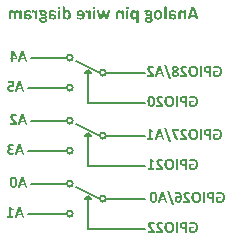
<source format=gbr>
%TF.GenerationSoftware,KiCad,Pcbnew,7.0.9*%
%TF.CreationDate,2024-03-12T23:32:05+08:00*%
%TF.ProjectId,picoduino,7069636f-6475-4696-9e6f-2e6b69636164,rev?*%
%TF.SameCoordinates,Original*%
%TF.FileFunction,Legend,Bot*%
%TF.FilePolarity,Positive*%
%FSLAX46Y46*%
G04 Gerber Fmt 4.6, Leading zero omitted, Abs format (unit mm)*
G04 Created by KiCad (PCBNEW 7.0.9) date 2024-03-12 23:32:05*
%MOMM*%
%LPD*%
G01*
G04 APERTURE LIST*
%ADD10C,0.150000*%
%ADD11C,0.203200*%
%ADD12C,0.127000*%
%ADD13C,0.250000*%
%ADD14C,0.200000*%
G04 APERTURE END LIST*
D10*
X163068000Y-120904000D02*
G75*
G03*
X163068000Y-120904000I-254000J0D01*
G01*
D11*
X164338000Y-122174000D02*
X164338000Y-119634000D01*
X165862000Y-124968000D02*
X169164000Y-124968000D01*
X165354000Y-119634000D02*
X163322000Y-118618000D01*
X164338000Y-127508000D02*
X169164000Y-127508000D01*
X162560000Y-113030000D02*
X159512000Y-113030000D01*
X162560000Y-126238000D02*
X159258000Y-126238000D01*
X164338000Y-127508000D02*
X164338000Y-124968000D01*
D10*
X165862000Y-114300000D02*
G75*
G03*
X165862000Y-114300000I-254000J0D01*
G01*
X165862000Y-124968000D02*
G75*
G03*
X165862000Y-124968000I-254000J0D01*
G01*
D11*
X162560000Y-120904000D02*
X159258000Y-120904000D01*
D10*
X163068000Y-113030000D02*
G75*
G03*
X163068000Y-113030000I-254000J0D01*
G01*
X163068000Y-123698000D02*
G75*
G03*
X163068000Y-123698000I-254000J0D01*
G01*
D11*
X165354000Y-114300000D02*
X163322000Y-113284000D01*
X165354000Y-124968000D02*
X163322000Y-123952000D01*
D10*
X163068000Y-115570000D02*
G75*
G03*
X163068000Y-115570000I-254000J0D01*
G01*
D11*
X162560000Y-123698000D02*
X159512000Y-123698000D01*
X165862000Y-114300000D02*
X169164000Y-114300000D01*
D12*
X164084000Y-119634000D02*
X164338000Y-119380000D01*
X164592000Y-124968000D02*
X164084000Y-124968000D01*
D11*
X162560000Y-115570000D02*
X159258000Y-115570000D01*
D12*
X164338000Y-119380000D02*
X164592000Y-119634000D01*
D11*
X162560000Y-118364000D02*
X159512000Y-118364000D01*
D12*
X164338000Y-114046000D02*
X164592000Y-114300000D01*
X164592000Y-119634000D02*
X164084000Y-119634000D01*
X164338000Y-124714000D02*
X164592000Y-124968000D01*
D11*
X164338000Y-122174000D02*
X169164000Y-122174000D01*
X165862000Y-119634000D02*
X169164000Y-119634000D01*
D12*
X164084000Y-124968000D02*
X164338000Y-124714000D01*
D10*
X165862000Y-119634000D02*
G75*
G03*
X165862000Y-119634000I-254000J0D01*
G01*
D12*
X164592000Y-114300000D02*
X164084000Y-114300000D01*
D11*
X164338000Y-116840000D02*
X164338000Y-114300000D01*
D10*
X163068000Y-126238000D02*
G75*
G03*
X163068000Y-126238000I-254000J0D01*
G01*
D12*
X164084000Y-114300000D02*
X164338000Y-114046000D01*
D11*
X164338000Y-116840000D02*
X169164000Y-116840000D01*
D10*
X163068000Y-118364000D02*
G75*
G03*
X163068000Y-118364000I-254000J0D01*
G01*
D13*
G36*
X174958090Y-119212160D02*
G01*
X174958225Y-119222863D01*
X174958631Y-119232716D01*
X174959399Y-119242667D01*
X174959800Y-119246354D01*
X174961288Y-119256189D01*
X174963728Y-119266260D01*
X174964685Y-119269069D01*
X174969268Y-119277864D01*
X174972256Y-119280792D01*
X174981629Y-119284182D01*
X174982759Y-119284212D01*
X174992770Y-119281874D01*
X175002497Y-119277342D01*
X175011824Y-119272000D01*
X175021110Y-119266456D01*
X175030075Y-119261556D01*
X175039966Y-119256519D01*
X175048918Y-119252216D01*
X175058514Y-119247818D01*
X175064580Y-119245133D01*
X175075194Y-119240683D01*
X175086428Y-119236341D01*
X175095862Y-119232944D01*
X175105693Y-119229617D01*
X175115921Y-119226358D01*
X175126545Y-119223167D01*
X175137567Y-119220045D01*
X175143226Y-119218510D01*
X175154874Y-119215591D01*
X175166979Y-119213061D01*
X175179542Y-119210920D01*
X175189265Y-119209569D01*
X175199246Y-119208438D01*
X175209484Y-119207526D01*
X175219980Y-119206832D01*
X175230733Y-119206358D01*
X175241744Y-119206103D01*
X175249228Y-119206054D01*
X175261254Y-119206251D01*
X175273061Y-119206844D01*
X175284650Y-119207831D01*
X175296019Y-119209214D01*
X175307170Y-119210991D01*
X175318101Y-119213164D01*
X175328814Y-119215731D01*
X175339308Y-119218693D01*
X175349582Y-119222051D01*
X175359638Y-119225803D01*
X175366220Y-119228524D01*
X175375844Y-119232903D01*
X175385205Y-119237612D01*
X175394305Y-119242651D01*
X175403143Y-119248022D01*
X175411719Y-119253723D01*
X175420033Y-119259754D01*
X175428085Y-119266116D01*
X175435875Y-119272809D01*
X175443403Y-119279832D01*
X175450670Y-119287185D01*
X175455369Y-119292272D01*
X175462179Y-119300113D01*
X175468689Y-119308251D01*
X175474899Y-119316686D01*
X175480808Y-119325416D01*
X175486417Y-119334443D01*
X175491725Y-119343766D01*
X175496732Y-119353385D01*
X175501439Y-119363301D01*
X175505845Y-119373512D01*
X175509951Y-119384020D01*
X175512521Y-119391190D01*
X175516057Y-119402105D01*
X175519245Y-119413235D01*
X175522085Y-119424579D01*
X175524577Y-119436138D01*
X175526722Y-119447912D01*
X175528518Y-119459900D01*
X175529967Y-119472104D01*
X175531069Y-119484521D01*
X175531822Y-119497154D01*
X175532228Y-119510001D01*
X175532305Y-119518685D01*
X175532127Y-119532906D01*
X175531592Y-119546809D01*
X175530702Y-119560394D01*
X175529454Y-119573662D01*
X175527851Y-119586612D01*
X175525891Y-119599245D01*
X175523575Y-119611560D01*
X175520902Y-119623557D01*
X175517873Y-119635236D01*
X175514488Y-119646597D01*
X175512033Y-119653995D01*
X175508090Y-119664775D01*
X175503864Y-119675224D01*
X175499355Y-119685343D01*
X175494562Y-119695131D01*
X175489486Y-119704589D01*
X175484126Y-119713716D01*
X175478483Y-119722512D01*
X175472557Y-119730978D01*
X175466348Y-119739113D01*
X175459855Y-119746917D01*
X175455369Y-119751937D01*
X175448416Y-119759140D01*
X175441206Y-119766005D01*
X175433739Y-119772530D01*
X175426014Y-119778716D01*
X175418031Y-119784562D01*
X175409791Y-119790070D01*
X175401293Y-119795239D01*
X175392537Y-119800068D01*
X175383524Y-119804558D01*
X175374253Y-119808709D01*
X175367930Y-119811288D01*
X175358220Y-119814867D01*
X175348326Y-119818094D01*
X175338248Y-119820969D01*
X175327985Y-119823492D01*
X175317537Y-119825663D01*
X175306904Y-119827482D01*
X175296087Y-119828949D01*
X175285086Y-119830064D01*
X175273899Y-119830827D01*
X175262528Y-119831237D01*
X175254845Y-119831316D01*
X175243514Y-119831092D01*
X175232234Y-119830423D01*
X175221005Y-119829306D01*
X175209828Y-119827744D01*
X175198703Y-119825734D01*
X175195006Y-119824965D01*
X175184069Y-119822278D01*
X175173425Y-119819161D01*
X175163072Y-119815614D01*
X175153011Y-119811639D01*
X175143243Y-119807234D01*
X175140051Y-119805670D01*
X175140051Y-119612474D01*
X175308334Y-119612474D01*
X175318159Y-119609435D01*
X175324868Y-119601994D01*
X175327630Y-119596598D01*
X175330622Y-119587256D01*
X175332538Y-119576777D01*
X175333660Y-119566084D01*
X175334228Y-119555966D01*
X175334462Y-119544751D01*
X175334468Y-119542376D01*
X175334333Y-119531750D01*
X175333866Y-119521122D01*
X175332966Y-119510863D01*
X175332759Y-119509159D01*
X175331087Y-119499132D01*
X175328256Y-119489224D01*
X175327630Y-119487666D01*
X175322511Y-119478875D01*
X175319325Y-119475698D01*
X175310213Y-119471886D01*
X175308334Y-119471790D01*
X175008160Y-119471790D01*
X174998393Y-119472649D01*
X174988621Y-119475698D01*
X174980089Y-119480694D01*
X174973478Y-119486933D01*
X174967677Y-119495054D01*
X174963680Y-119504110D01*
X174963464Y-119504763D01*
X174961126Y-119514560D01*
X174960128Y-119524746D01*
X174960044Y-119528943D01*
X174960044Y-119879431D01*
X174960502Y-119889369D01*
X174962112Y-119899783D01*
X174964881Y-119909385D01*
X174967371Y-119915335D01*
X174973301Y-119924179D01*
X174981207Y-119931079D01*
X174990279Y-119936368D01*
X174996925Y-119939271D01*
X175007163Y-119943153D01*
X175016757Y-119946536D01*
X175027107Y-119949971D01*
X175038212Y-119953457D01*
X175048044Y-119956401D01*
X175052124Y-119957589D01*
X175062487Y-119960500D01*
X175072970Y-119963280D01*
X175083572Y-119965929D01*
X175094294Y-119968447D01*
X175105134Y-119970833D01*
X175116094Y-119973088D01*
X175120512Y-119973953D01*
X175131597Y-119976007D01*
X175142718Y-119977894D01*
X175153874Y-119979613D01*
X175165067Y-119981166D01*
X175176295Y-119982552D01*
X175187559Y-119983771D01*
X175192075Y-119984212D01*
X175203307Y-119985197D01*
X175214562Y-119986015D01*
X175225842Y-119986666D01*
X175237145Y-119987150D01*
X175248473Y-119987467D01*
X175259824Y-119987618D01*
X175264371Y-119987631D01*
X175277595Y-119987512D01*
X175290646Y-119987154D01*
X175303523Y-119986558D01*
X175316227Y-119985723D01*
X175328756Y-119984650D01*
X175341113Y-119983338D01*
X175353295Y-119981787D01*
X175365304Y-119979998D01*
X175377139Y-119977971D01*
X175388801Y-119975705D01*
X175400289Y-119973201D01*
X175411603Y-119970458D01*
X175422744Y-119967476D01*
X175433711Y-119964256D01*
X175444505Y-119960798D01*
X175455124Y-119957101D01*
X175465556Y-119953147D01*
X175475786Y-119948980D01*
X175485813Y-119944599D01*
X175495638Y-119940004D01*
X175505261Y-119935195D01*
X175514682Y-119930173D01*
X175523900Y-119924937D01*
X175532916Y-119919487D01*
X175541729Y-119913824D01*
X175550341Y-119907947D01*
X175558750Y-119901856D01*
X175566957Y-119895551D01*
X175574962Y-119889033D01*
X175582764Y-119882301D01*
X175590364Y-119875356D01*
X175597762Y-119868196D01*
X175604952Y-119860800D01*
X175611928Y-119853206D01*
X175618691Y-119845413D01*
X175625240Y-119837422D01*
X175631575Y-119829232D01*
X175637696Y-119820844D01*
X175643604Y-119812257D01*
X175649297Y-119803472D01*
X175654778Y-119794488D01*
X175660044Y-119785306D01*
X175665097Y-119775926D01*
X175669936Y-119766347D01*
X175674561Y-119756570D01*
X175678973Y-119746594D01*
X175683171Y-119736420D01*
X175687155Y-119726047D01*
X175690882Y-119715488D01*
X175694368Y-119704756D01*
X175697614Y-119693850D01*
X175700619Y-119682770D01*
X175703384Y-119671517D01*
X175705908Y-119660090D01*
X175708192Y-119648489D01*
X175710236Y-119636715D01*
X175712039Y-119624767D01*
X175713602Y-119612646D01*
X175714924Y-119600351D01*
X175716006Y-119587882D01*
X175716848Y-119575239D01*
X175717449Y-119562423D01*
X175717810Y-119549434D01*
X175717930Y-119536270D01*
X175717801Y-119522650D01*
X175717415Y-119509205D01*
X175716771Y-119495936D01*
X175715869Y-119482842D01*
X175714710Y-119469924D01*
X175713293Y-119457181D01*
X175711619Y-119444614D01*
X175709687Y-119432223D01*
X175707497Y-119420007D01*
X175705050Y-119407966D01*
X175702345Y-119396102D01*
X175699383Y-119384412D01*
X175696163Y-119372899D01*
X175692685Y-119361560D01*
X175688950Y-119350398D01*
X175684957Y-119339411D01*
X175680728Y-119328613D01*
X175676286Y-119318020D01*
X175671630Y-119307631D01*
X175666761Y-119297447D01*
X175661678Y-119287466D01*
X175656381Y-119277690D01*
X175650870Y-119268117D01*
X175645145Y-119258749D01*
X175639207Y-119249585D01*
X175633055Y-119240626D01*
X175626690Y-119231870D01*
X175620110Y-119223319D01*
X175613317Y-119214972D01*
X175606311Y-119206829D01*
X175599090Y-119198890D01*
X175591656Y-119191155D01*
X175583987Y-119183635D01*
X175576124Y-119176340D01*
X175568066Y-119169271D01*
X175559813Y-119162426D01*
X175551366Y-119155807D01*
X175542724Y-119149412D01*
X175533887Y-119143243D01*
X175524856Y-119137300D01*
X175515630Y-119131581D01*
X175506209Y-119126087D01*
X175496594Y-119120819D01*
X175486784Y-119115776D01*
X175476780Y-119110958D01*
X175466581Y-119106365D01*
X175456187Y-119101997D01*
X175445599Y-119097854D01*
X175434836Y-119093921D01*
X175423919Y-119090241D01*
X175412847Y-119086815D01*
X175401620Y-119083642D01*
X175390239Y-119080724D01*
X175378703Y-119078059D01*
X175367013Y-119075648D01*
X175355168Y-119073491D01*
X175343169Y-119071588D01*
X175331015Y-119069938D01*
X175318706Y-119068542D01*
X175306243Y-119067400D01*
X175293626Y-119066512D01*
X175280853Y-119065878D01*
X175267927Y-119065497D01*
X175254845Y-119065370D01*
X175244128Y-119065434D01*
X175233590Y-119065628D01*
X175223233Y-119065950D01*
X175213057Y-119066400D01*
X175203061Y-119066980D01*
X175193245Y-119067688D01*
X175180437Y-119068833D01*
X175167950Y-119070207D01*
X175155784Y-119071810D01*
X175149821Y-119072697D01*
X175138162Y-119074583D01*
X175126877Y-119076575D01*
X175115967Y-119078674D01*
X175105430Y-119080879D01*
X175095267Y-119083192D01*
X175085478Y-119085612D01*
X175073768Y-119088786D01*
X175067023Y-119090771D01*
X175056253Y-119094095D01*
X175046081Y-119097502D01*
X175036504Y-119100993D01*
X175025799Y-119105292D01*
X175015953Y-119109711D01*
X175008404Y-119113486D01*
X174998824Y-119118677D01*
X174989535Y-119124237D01*
X174981202Y-119130018D01*
X174975676Y-119134735D01*
X174969436Y-119142532D01*
X174964984Y-119151791D01*
X174962242Y-119160869D01*
X174960426Y-119170578D01*
X174959262Y-119180776D01*
X174958581Y-119190782D01*
X174958192Y-119201956D01*
X174958090Y-119212160D01*
G37*
G36*
X174724674Y-119081253D02*
G01*
X174735565Y-119082906D01*
X174745451Y-119086102D01*
X174754332Y-119090840D01*
X174762207Y-119097122D01*
X174767935Y-119103733D01*
X174773119Y-119112880D01*
X174776690Y-119123569D01*
X174778468Y-119133958D01*
X174779060Y-119145482D01*
X174779060Y-119943179D01*
X174778801Y-119946522D01*
X174774908Y-119955635D01*
X174769674Y-119960243D01*
X174760498Y-119964428D01*
X174753395Y-119966446D01*
X174743045Y-119968552D01*
X174732898Y-119970046D01*
X174731791Y-119970166D01*
X174721073Y-119971076D01*
X174710410Y-119971626D01*
X174700203Y-119971906D01*
X174689179Y-119972000D01*
X174687509Y-119971998D01*
X174676356Y-119971877D01*
X174666138Y-119971570D01*
X174655605Y-119970990D01*
X174645215Y-119970046D01*
X174637094Y-119968870D01*
X174627323Y-119967005D01*
X174617860Y-119964428D01*
X174610991Y-119961589D01*
X174603205Y-119955635D01*
X174601175Y-119952750D01*
X174598565Y-119943179D01*
X174598565Y-119659369D01*
X174524315Y-119659369D01*
X174513415Y-119659289D01*
X174502696Y-119659048D01*
X174492158Y-119658647D01*
X174481801Y-119658086D01*
X174471626Y-119657365D01*
X174461632Y-119656484D01*
X174451820Y-119655442D01*
X174437441Y-119653578D01*
X174423469Y-119651354D01*
X174409906Y-119648770D01*
X174396751Y-119645825D01*
X174384003Y-119642519D01*
X174371663Y-119638852D01*
X174363621Y-119636214D01*
X174351855Y-119631982D01*
X174340446Y-119627419D01*
X174329393Y-119622525D01*
X174318696Y-119617301D01*
X174308355Y-119611746D01*
X174298371Y-119605860D01*
X174288743Y-119599644D01*
X174279472Y-119593098D01*
X174270557Y-119586221D01*
X174261998Y-119579013D01*
X174256495Y-119574027D01*
X174248555Y-119566283D01*
X174240993Y-119558222D01*
X174233809Y-119549842D01*
X174227003Y-119541146D01*
X174220574Y-119532131D01*
X174214523Y-119522799D01*
X174208850Y-119513149D01*
X174203555Y-119503181D01*
X174198638Y-119492896D01*
X174194099Y-119482293D01*
X174191259Y-119475021D01*
X174187344Y-119463862D01*
X174183840Y-119452403D01*
X174180749Y-119440644D01*
X174178070Y-119428584D01*
X174175803Y-119416223D01*
X174173949Y-119403562D01*
X174172506Y-119390601D01*
X174171476Y-119377339D01*
X174170857Y-119363776D01*
X174170847Y-119363102D01*
X174359451Y-119363102D01*
X174359690Y-119373516D01*
X174360405Y-119383691D01*
X174361598Y-119393628D01*
X174363267Y-119403326D01*
X174365901Y-119414649D01*
X174369221Y-119425628D01*
X174370447Y-119429199D01*
X174374548Y-119439535D01*
X174379285Y-119449304D01*
X174384658Y-119458506D01*
X174390665Y-119467141D01*
X174397309Y-119475210D01*
X174399671Y-119477739D01*
X174407262Y-119484903D01*
X174415608Y-119491432D01*
X174424710Y-119497325D01*
X174434567Y-119502583D01*
X174445180Y-119507205D01*
X174452668Y-119509896D01*
X174462650Y-119512754D01*
X174473324Y-119515053D01*
X174484689Y-119516790D01*
X174496746Y-119517967D01*
X174506890Y-119518505D01*
X174517476Y-119518685D01*
X174598565Y-119518685D01*
X174598565Y-119221685D01*
X174521628Y-119221685D01*
X174518124Y-119221700D01*
X174507691Y-119221914D01*
X174497379Y-119222387D01*
X174487186Y-119223117D01*
X174477114Y-119224104D01*
X174467162Y-119225349D01*
X174463845Y-119225849D01*
X174454019Y-119227853D01*
X174444382Y-119230612D01*
X174434933Y-119234127D01*
X174425674Y-119238397D01*
X174416604Y-119243423D01*
X174410681Y-119247209D01*
X174402255Y-119253803D01*
X174394378Y-119261497D01*
X174387050Y-119270290D01*
X174381364Y-119278457D01*
X174376060Y-119287387D01*
X174375038Y-119289265D01*
X174370415Y-119299128D01*
X174366604Y-119309777D01*
X174363603Y-119321214D01*
X174361787Y-119330931D01*
X174360489Y-119341151D01*
X174359711Y-119351875D01*
X174359451Y-119363102D01*
X174170847Y-119363102D01*
X174170651Y-119349913D01*
X174170666Y-119346550D01*
X174170888Y-119336583D01*
X174171598Y-119323581D01*
X174172781Y-119310907D01*
X174174437Y-119298561D01*
X174176567Y-119286543D01*
X174179169Y-119274854D01*
X174182245Y-119263493D01*
X174185794Y-119252460D01*
X174189794Y-119241763D01*
X174194221Y-119231409D01*
X174199075Y-119221399D01*
X174204357Y-119211733D01*
X174210066Y-119202409D01*
X174216203Y-119193430D01*
X174222767Y-119184793D01*
X174229758Y-119176501D01*
X174237150Y-119168555D01*
X174244916Y-119160961D01*
X174253057Y-119153717D01*
X174261571Y-119146825D01*
X174270459Y-119140284D01*
X174279721Y-119134094D01*
X174289357Y-119128255D01*
X174299367Y-119122767D01*
X174309553Y-119117665D01*
X174319716Y-119112982D01*
X174329856Y-119108719D01*
X174339973Y-119104876D01*
X174350067Y-119101453D01*
X174360138Y-119098450D01*
X174370186Y-119095866D01*
X174380212Y-119093702D01*
X174382689Y-119093219D01*
X174394746Y-119090960D01*
X174406255Y-119088964D01*
X174417214Y-119087230D01*
X174427626Y-119085758D01*
X174437488Y-119084549D01*
X174448600Y-119083444D01*
X174452154Y-119083148D01*
X174462964Y-119082375D01*
X174473998Y-119081774D01*
X174485255Y-119081345D01*
X174496736Y-119081087D01*
X174508439Y-119081002D01*
X174718000Y-119081002D01*
X174724674Y-119081253D01*
G37*
G36*
X173853380Y-119943423D02*
G01*
X173855990Y-119952857D01*
X173858020Y-119955635D01*
X173865806Y-119961589D01*
X173872675Y-119964428D01*
X173882138Y-119967005D01*
X173891909Y-119968870D01*
X173900030Y-119970046D01*
X173910420Y-119970990D01*
X173920953Y-119971570D01*
X173931171Y-119971877D01*
X173942324Y-119971998D01*
X173943994Y-119972000D01*
X173955018Y-119971906D01*
X173965225Y-119971626D01*
X173975888Y-119971076D01*
X173986606Y-119970166D01*
X173987713Y-119970046D01*
X173997860Y-119968552D01*
X174008210Y-119966446D01*
X174015313Y-119964428D01*
X174024627Y-119960243D01*
X174030212Y-119955635D01*
X174034333Y-119946751D01*
X174034608Y-119943423D01*
X174034608Y-119109578D01*
X174031925Y-119099787D01*
X174030212Y-119097366D01*
X174022121Y-119091412D01*
X174015069Y-119088573D01*
X174005289Y-119086037D01*
X173995377Y-119084268D01*
X173987225Y-119083200D01*
X173976893Y-119082137D01*
X173966509Y-119081485D01*
X173956496Y-119081139D01*
X173945618Y-119081004D01*
X173943994Y-119081002D01*
X173932707Y-119081107D01*
X173922356Y-119081422D01*
X173911670Y-119082041D01*
X173901108Y-119083065D01*
X173900030Y-119083200D01*
X173890012Y-119084564D01*
X173879754Y-119086579D01*
X173872675Y-119088573D01*
X173863430Y-119092758D01*
X173858020Y-119097366D01*
X173853670Y-119106250D01*
X173853380Y-119109578D01*
X173853380Y-119943423D01*
G37*
G36*
X173287155Y-119065497D02*
G01*
X173300074Y-119065878D01*
X173312793Y-119066512D01*
X173325312Y-119067400D01*
X173337630Y-119068542D01*
X173349747Y-119069938D01*
X173361665Y-119071588D01*
X173373382Y-119073491D01*
X173384898Y-119075648D01*
X173396214Y-119078059D01*
X173407330Y-119080724D01*
X173418246Y-119083642D01*
X173428961Y-119086815D01*
X173439476Y-119090241D01*
X173449790Y-119093921D01*
X173459905Y-119097854D01*
X173469817Y-119101995D01*
X173479528Y-119106357D01*
X173489036Y-119110940D01*
X173498342Y-119115745D01*
X173507446Y-119120771D01*
X173516348Y-119126019D01*
X173525047Y-119131487D01*
X173533544Y-119137177D01*
X173541839Y-119143089D01*
X173549931Y-119149222D01*
X173557821Y-119155576D01*
X173565509Y-119162151D01*
X173572995Y-119168948D01*
X173580278Y-119175966D01*
X173587359Y-119183206D01*
X173594238Y-119190667D01*
X173600912Y-119198339D01*
X173607378Y-119206214D01*
X173613635Y-119214291D01*
X173619685Y-119222571D01*
X173625527Y-119231053D01*
X173631161Y-119239737D01*
X173636587Y-119248623D01*
X173641804Y-119257711D01*
X173646814Y-119267002D01*
X173651616Y-119276495D01*
X173656210Y-119286190D01*
X173660596Y-119296088D01*
X173664774Y-119306188D01*
X173668744Y-119316490D01*
X173672506Y-119326994D01*
X173676060Y-119337701D01*
X173679372Y-119348564D01*
X173682471Y-119359599D01*
X173685356Y-119370805D01*
X173688027Y-119382184D01*
X173690485Y-119393734D01*
X173692729Y-119405455D01*
X173694759Y-119417349D01*
X173696576Y-119429414D01*
X173698179Y-119441651D01*
X173699568Y-119454060D01*
X173700743Y-119466640D01*
X173701705Y-119479392D01*
X173702453Y-119492316D01*
X173702987Y-119505412D01*
X173703308Y-119518679D01*
X173703415Y-119532118D01*
X173703315Y-119546681D01*
X173703014Y-119561000D01*
X173702513Y-119575074D01*
X173701812Y-119588905D01*
X173700910Y-119602491D01*
X173699808Y-119615832D01*
X173698506Y-119628930D01*
X173697003Y-119641783D01*
X173695300Y-119654392D01*
X173693397Y-119666757D01*
X173691293Y-119678878D01*
X173688989Y-119690754D01*
X173686485Y-119702386D01*
X173683780Y-119713774D01*
X173680875Y-119724917D01*
X173677769Y-119735817D01*
X173676126Y-119741160D01*
X173672689Y-119751671D01*
X173669053Y-119761944D01*
X173665215Y-119771981D01*
X173661178Y-119781781D01*
X173656940Y-119791345D01*
X173652501Y-119800672D01*
X173647863Y-119809762D01*
X173643024Y-119818616D01*
X173637984Y-119827233D01*
X173632744Y-119835614D01*
X173627304Y-119843758D01*
X173618768Y-119855530D01*
X173609782Y-119866770D01*
X173600344Y-119877478D01*
X173597098Y-119880930D01*
X173587060Y-119890957D01*
X173576570Y-119900485D01*
X173565630Y-119909515D01*
X173554239Y-119918048D01*
X173542398Y-119926082D01*
X173530105Y-119933618D01*
X173517362Y-119940656D01*
X173508616Y-119945072D01*
X173499669Y-119949266D01*
X173490523Y-119953239D01*
X173481176Y-119956990D01*
X173471628Y-119960520D01*
X173461848Y-119963803D01*
X173451864Y-119966874D01*
X173441675Y-119969734D01*
X173431282Y-119972381D01*
X173420685Y-119974817D01*
X173409884Y-119977041D01*
X173398879Y-119979053D01*
X173387670Y-119980853D01*
X173376256Y-119982442D01*
X173364638Y-119983819D01*
X173352817Y-119984983D01*
X173340790Y-119985937D01*
X173328560Y-119986678D01*
X173316126Y-119987207D01*
X173303487Y-119987525D01*
X173290644Y-119987631D01*
X173277614Y-119987506D01*
X173264777Y-119987131D01*
X173252136Y-119986506D01*
X173239689Y-119985631D01*
X173227437Y-119984506D01*
X173215379Y-119983132D01*
X173203516Y-119981507D01*
X173191848Y-119979632D01*
X173180374Y-119977507D01*
X173169095Y-119975133D01*
X173158011Y-119972508D01*
X173147121Y-119969633D01*
X173136426Y-119966509D01*
X173125925Y-119963134D01*
X173115619Y-119959510D01*
X173105508Y-119955635D01*
X173095595Y-119951523D01*
X173085885Y-119947186D01*
X173076377Y-119942624D01*
X173067071Y-119937836D01*
X173057967Y-119932823D01*
X173049065Y-119927585D01*
X173040366Y-119922122D01*
X173031869Y-119916434D01*
X173023574Y-119910521D01*
X173015482Y-119904382D01*
X173007592Y-119898019D01*
X172999904Y-119891430D01*
X172992418Y-119884616D01*
X172985135Y-119877577D01*
X172978054Y-119870312D01*
X172971175Y-119862823D01*
X172964502Y-119855087D01*
X172958039Y-119847146D01*
X172951786Y-119838998D01*
X172945743Y-119830644D01*
X172939910Y-119822084D01*
X172934286Y-119813318D01*
X172928873Y-119804346D01*
X172923669Y-119795168D01*
X172918676Y-119785783D01*
X172913892Y-119776193D01*
X172909318Y-119766397D01*
X172904954Y-119756394D01*
X172900800Y-119746186D01*
X172896856Y-119735771D01*
X172893122Y-119725150D01*
X172889598Y-119714323D01*
X172886255Y-119703303D01*
X172883129Y-119692101D01*
X172880218Y-119680718D01*
X172877523Y-119669154D01*
X172875043Y-119657408D01*
X172872779Y-119645481D01*
X172870731Y-119633373D01*
X172868898Y-119621084D01*
X172867281Y-119608613D01*
X172865879Y-119595961D01*
X172864693Y-119583128D01*
X172863723Y-119570113D01*
X172862968Y-119556917D01*
X172862429Y-119543540D01*
X172862106Y-119529982D01*
X172862077Y-119526256D01*
X173051531Y-119526256D01*
X173051575Y-119534044D01*
X173051811Y-119545623D01*
X173052248Y-119557077D01*
X173052887Y-119568406D01*
X173053728Y-119579611D01*
X173054770Y-119590691D01*
X173056015Y-119601647D01*
X173057461Y-119612479D01*
X173059109Y-119623185D01*
X173060958Y-119633768D01*
X173063010Y-119644226D01*
X173063728Y-119647677D01*
X173066074Y-119657873D01*
X173068708Y-119667827D01*
X173071630Y-119677542D01*
X173074839Y-119687016D01*
X173078336Y-119696249D01*
X173083446Y-119708187D01*
X173089068Y-119719697D01*
X173095200Y-119730779D01*
X173101845Y-119741434D01*
X173108954Y-119751544D01*
X173116606Y-119761111D01*
X173124800Y-119770137D01*
X173133535Y-119778620D01*
X173142813Y-119786562D01*
X173152632Y-119793962D01*
X173162993Y-119800820D01*
X173173896Y-119807136D01*
X173176711Y-119808623D01*
X173188395Y-119814102D01*
X173197603Y-119817714D01*
X173207194Y-119820902D01*
X173217166Y-119823665D01*
X173227521Y-119826003D01*
X173238258Y-119827915D01*
X173249377Y-119829403D01*
X173260878Y-119830466D01*
X173272761Y-119831103D01*
X173285027Y-119831316D01*
X173297329Y-119831131D01*
X173309233Y-119830577D01*
X173320736Y-119829654D01*
X173331841Y-119828362D01*
X173342547Y-119826700D01*
X173352853Y-119824670D01*
X173362760Y-119822270D01*
X173372267Y-119819500D01*
X173384323Y-119815234D01*
X173395669Y-119810311D01*
X173406381Y-119804701D01*
X173416536Y-119798495D01*
X173426134Y-119791695D01*
X173435175Y-119784299D01*
X173443659Y-119776308D01*
X173451585Y-119767721D01*
X173458954Y-119758539D01*
X173465766Y-119748762D01*
X173467385Y-119746212D01*
X173473564Y-119735698D01*
X173479269Y-119724680D01*
X173484501Y-119713159D01*
X173489260Y-119701134D01*
X173492519Y-119691784D01*
X173495511Y-119682151D01*
X173498237Y-119672235D01*
X173500697Y-119662036D01*
X173502891Y-119651553D01*
X173504222Y-119644384D01*
X173506058Y-119633423D01*
X173507700Y-119622213D01*
X173509149Y-119610754D01*
X173510405Y-119599046D01*
X173511467Y-119587089D01*
X173512337Y-119574884D01*
X173513013Y-119562429D01*
X173513496Y-119549725D01*
X173513786Y-119536772D01*
X173513882Y-119523570D01*
X173513838Y-119515932D01*
X173513608Y-119504573D01*
X173513180Y-119493329D01*
X173512555Y-119482202D01*
X173511732Y-119471190D01*
X173510711Y-119460294D01*
X173509494Y-119449514D01*
X173508078Y-119438851D01*
X173506465Y-119428303D01*
X173504655Y-119417870D01*
X173502647Y-119407554D01*
X173500355Y-119397416D01*
X173497784Y-119387519D01*
X173494934Y-119377862D01*
X173491805Y-119368445D01*
X173487199Y-119356263D01*
X173482096Y-119344509D01*
X173476498Y-119333182D01*
X173470403Y-119322283D01*
X173463812Y-119311811D01*
X173456645Y-119301812D01*
X173448944Y-119292333D01*
X173440709Y-119283372D01*
X173431939Y-119274930D01*
X173422635Y-119267008D01*
X173412796Y-119259604D01*
X173402424Y-119252720D01*
X173391517Y-119246354D01*
X173388702Y-119244836D01*
X173377018Y-119239247D01*
X173367810Y-119235562D01*
X173358219Y-119232309D01*
X173348246Y-119229491D01*
X173337892Y-119227106D01*
X173327155Y-119225154D01*
X173316036Y-119223637D01*
X173304535Y-119222553D01*
X173292651Y-119221902D01*
X173280386Y-119221685D01*
X173268215Y-119221879D01*
X173256429Y-119222458D01*
X173245031Y-119223424D01*
X173234018Y-119224777D01*
X173223392Y-119226515D01*
X173213153Y-119228641D01*
X173203299Y-119231152D01*
X173193833Y-119234050D01*
X173181811Y-119238515D01*
X173170477Y-119243667D01*
X173159761Y-119249388D01*
X173149594Y-119255681D01*
X173139977Y-119262547D01*
X173130909Y-119269984D01*
X173122392Y-119277995D01*
X173114423Y-119286578D01*
X173107004Y-119295733D01*
X173100135Y-119305461D01*
X173098486Y-119307965D01*
X173092197Y-119318301D01*
X173086396Y-119329149D01*
X173081084Y-119340508D01*
X173076260Y-119352379D01*
X173072963Y-119361618D01*
X173069940Y-119371144D01*
X173067193Y-119380958D01*
X173064720Y-119391059D01*
X173062521Y-119401448D01*
X173061191Y-119408519D01*
X173059355Y-119419307D01*
X173057713Y-119430315D01*
X173056264Y-119441541D01*
X173055008Y-119452986D01*
X173053946Y-119464651D01*
X173053076Y-119476534D01*
X173052400Y-119488636D01*
X173051917Y-119500957D01*
X173051627Y-119513497D01*
X173051531Y-119526256D01*
X172862077Y-119526256D01*
X172861998Y-119516242D01*
X172862102Y-119501891D01*
X172862414Y-119487780D01*
X172862934Y-119473910D01*
X172863662Y-119460280D01*
X172864598Y-119446891D01*
X172865742Y-119433742D01*
X172867094Y-119420833D01*
X172868654Y-119408165D01*
X172870422Y-119395737D01*
X172872398Y-119383550D01*
X172874581Y-119371603D01*
X172876973Y-119359896D01*
X172879573Y-119348430D01*
X172882381Y-119337205D01*
X172885397Y-119326220D01*
X172888621Y-119315475D01*
X172890294Y-119310191D01*
X172893790Y-119299795D01*
X172897484Y-119289629D01*
X172901377Y-119279691D01*
X172905468Y-119269983D01*
X172909757Y-119260503D01*
X172914245Y-119251252D01*
X172918931Y-119242230D01*
X172923816Y-119233438D01*
X172928900Y-119224874D01*
X172934181Y-119216539D01*
X172939662Y-119208433D01*
X172948254Y-119196704D01*
X172957293Y-119185490D01*
X172966778Y-119174791D01*
X172970040Y-119171339D01*
X172980124Y-119161319D01*
X172990659Y-119151807D01*
X173001645Y-119142801D01*
X173013082Y-119134301D01*
X173024969Y-119126309D01*
X173037307Y-119118823D01*
X173050097Y-119111843D01*
X173058873Y-119107471D01*
X173067850Y-119103325D01*
X173077027Y-119099404D01*
X173086405Y-119095708D01*
X173095983Y-119092237D01*
X173105723Y-119088983D01*
X173115648Y-119085940D01*
X173125758Y-119083106D01*
X173136054Y-119080483D01*
X173146534Y-119078069D01*
X173157200Y-119075865D01*
X173168051Y-119073871D01*
X173179086Y-119072087D01*
X173190307Y-119070513D01*
X173201713Y-119069148D01*
X173213304Y-119067994D01*
X173225080Y-119067049D01*
X173237042Y-119066315D01*
X173249188Y-119065790D01*
X173261519Y-119065475D01*
X173274036Y-119065370D01*
X173287155Y-119065497D01*
G37*
G36*
X172154915Y-119901413D02*
G01*
X172155050Y-119911704D01*
X172155518Y-119922142D01*
X172156418Y-119932411D01*
X172156625Y-119934142D01*
X172158296Y-119944250D01*
X172160926Y-119953910D01*
X172161754Y-119956124D01*
X172166887Y-119964901D01*
X172170791Y-119968336D01*
X172180081Y-119971824D01*
X172183003Y-119972000D01*
X172694203Y-119972000D01*
X172703984Y-119971682D01*
X172714353Y-119970488D01*
X172720093Y-119969313D01*
X172729538Y-119965721D01*
X172737720Y-119959523D01*
X172738167Y-119959055D01*
X172743773Y-119950225D01*
X172747099Y-119940997D01*
X172748181Y-119936584D01*
X172749727Y-119926590D01*
X172750628Y-119916168D01*
X172751040Y-119905769D01*
X172751112Y-119898727D01*
X172750990Y-119888026D01*
X172750623Y-119878149D01*
X172749919Y-119868023D01*
X172749158Y-119860869D01*
X172747271Y-119850526D01*
X172744635Y-119840992D01*
X172741586Y-119833025D01*
X172736961Y-119823786D01*
X172731511Y-119814753D01*
X172727420Y-119808845D01*
X172720937Y-119800526D01*
X172713991Y-119792511D01*
X172706884Y-119784931D01*
X172705194Y-119783200D01*
X172551321Y-119610764D01*
X172542868Y-119601864D01*
X172534729Y-119593113D01*
X172526903Y-119584513D01*
X172519390Y-119576063D01*
X172512191Y-119567763D01*
X172505305Y-119559614D01*
X172498733Y-119551614D01*
X172492474Y-119543765D01*
X172484616Y-119533534D01*
X172477316Y-119523570D01*
X172470431Y-119513788D01*
X172463943Y-119504229D01*
X172457853Y-119494890D01*
X172452159Y-119485773D01*
X172446862Y-119476877D01*
X172441961Y-119468203D01*
X172436394Y-119457671D01*
X172433352Y-119451518D01*
X172428635Y-119441422D01*
X172424407Y-119431587D01*
X172420669Y-119422016D01*
X172417419Y-119412706D01*
X172414165Y-119401881D01*
X172411614Y-119391434D01*
X172409622Y-119381271D01*
X172408042Y-119371296D01*
X172406874Y-119361510D01*
X172406033Y-119350332D01*
X172405752Y-119339411D01*
X172406103Y-119328960D01*
X172407155Y-119318767D01*
X172408908Y-119308831D01*
X172411362Y-119299152D01*
X172413080Y-119293737D01*
X172416518Y-119284591D01*
X172421276Y-119274768D01*
X172426921Y-119265616D01*
X172433450Y-119257136D01*
X172434329Y-119256124D01*
X172441763Y-119248506D01*
X172450144Y-119241774D01*
X172459471Y-119235928D01*
X172468408Y-119231538D01*
X172469744Y-119230967D01*
X172479403Y-119227350D01*
X172489786Y-119224622D01*
X172500894Y-119222782D01*
X172510992Y-119221912D01*
X172519814Y-119221685D01*
X172529805Y-119221834D01*
X172541886Y-119222439D01*
X172553514Y-119223509D01*
X172564688Y-119225044D01*
X172575410Y-119227044D01*
X172585678Y-119229509D01*
X172591621Y-119231211D01*
X172601206Y-119234247D01*
X172612220Y-119238048D01*
X172622701Y-119242021D01*
X172632650Y-119246166D01*
X172642067Y-119250482D01*
X172646576Y-119252704D01*
X172656567Y-119257752D01*
X172665810Y-119262635D01*
X172675458Y-119268016D01*
X172684128Y-119273184D01*
X172686143Y-119274442D01*
X172695269Y-119279594D01*
X172704520Y-119283258D01*
X172710812Y-119284212D01*
X172720188Y-119281220D01*
X172721314Y-119280304D01*
X172726877Y-119272036D01*
X172728642Y-119267359D01*
X172730946Y-119257316D01*
X172732480Y-119247350D01*
X172733038Y-119242690D01*
X172733939Y-119232405D01*
X172734465Y-119222007D01*
X172734706Y-119211856D01*
X172734748Y-119205077D01*
X172734632Y-119195272D01*
X172734198Y-119185247D01*
X172733771Y-119179920D01*
X172732457Y-119169848D01*
X172730840Y-119162334D01*
X172727240Y-119152847D01*
X172725222Y-119149145D01*
X172718944Y-119141265D01*
X172713254Y-119135712D01*
X172704668Y-119129266D01*
X172695613Y-119123666D01*
X172687021Y-119118855D01*
X172681503Y-119115928D01*
X172672515Y-119111383D01*
X172662772Y-119106907D01*
X172652274Y-119102499D01*
X172642948Y-119098878D01*
X172633097Y-119095305D01*
X172624838Y-119092481D01*
X172614138Y-119088983D01*
X172603105Y-119085664D01*
X172591737Y-119082524D01*
X172580035Y-119079563D01*
X172570433Y-119077323D01*
X172560618Y-119075197D01*
X172550588Y-119073186D01*
X172540399Y-119071354D01*
X172530103Y-119069766D01*
X172519699Y-119068423D01*
X172509189Y-119067324D01*
X172498572Y-119066469D01*
X172487849Y-119065859D01*
X172477018Y-119065492D01*
X172466080Y-119065370D01*
X172453229Y-119065525D01*
X172440687Y-119065988D01*
X172428454Y-119066761D01*
X172416530Y-119067843D01*
X172404915Y-119069234D01*
X172393609Y-119070934D01*
X172382612Y-119072943D01*
X172371925Y-119075262D01*
X172361546Y-119077889D01*
X172351477Y-119080826D01*
X172344936Y-119082956D01*
X172335338Y-119086373D01*
X172326054Y-119090031D01*
X172317083Y-119093929D01*
X172305609Y-119099501D01*
X172294693Y-119105500D01*
X172284333Y-119111927D01*
X172274531Y-119118781D01*
X172265286Y-119126062D01*
X172258718Y-119131804D01*
X172250383Y-119139803D01*
X172242598Y-119148168D01*
X172235363Y-119156900D01*
X172228676Y-119165998D01*
X172222540Y-119175463D01*
X172216953Y-119185293D01*
X172211915Y-119195490D01*
X172207427Y-119206054D01*
X172203477Y-119216904D01*
X172200054Y-119227959D01*
X172197158Y-119239221D01*
X172194788Y-119250689D01*
X172192944Y-119262363D01*
X172191628Y-119274243D01*
X172190838Y-119286330D01*
X172190575Y-119298622D01*
X172190704Y-119309529D01*
X172191094Y-119320390D01*
X172191742Y-119331205D01*
X172192651Y-119341975D01*
X172193818Y-119352699D01*
X172195246Y-119363377D01*
X172196932Y-119374009D01*
X172198879Y-119384595D01*
X172201233Y-119395262D01*
X172204145Y-119406135D01*
X172207614Y-119417213D01*
X172211640Y-119428498D01*
X172216224Y-119439989D01*
X172221364Y-119451686D01*
X172225585Y-119460594D01*
X172230120Y-119469618D01*
X172233317Y-119475698D01*
X172238362Y-119484949D01*
X172243790Y-119494385D01*
X172249599Y-119504006D01*
X172255791Y-119513811D01*
X172262365Y-119523801D01*
X172269321Y-119533976D01*
X172276659Y-119544335D01*
X172284379Y-119554879D01*
X172292481Y-119565607D01*
X172300966Y-119576520D01*
X172306834Y-119583898D01*
X172315989Y-119595148D01*
X172322393Y-119602834D01*
X172329037Y-119610668D01*
X172335921Y-119618652D01*
X172343046Y-119626785D01*
X172350412Y-119635066D01*
X172358018Y-119643496D01*
X172365864Y-119652075D01*
X172373951Y-119660803D01*
X172382278Y-119669680D01*
X172390846Y-119678705D01*
X172399654Y-119687880D01*
X172408702Y-119697203D01*
X172417991Y-119706675D01*
X172427520Y-119716296D01*
X172432375Y-119721162D01*
X172536178Y-119831316D01*
X172185934Y-119831316D01*
X172176134Y-119833514D01*
X172173233Y-119835224D01*
X172166276Y-119842246D01*
X172163219Y-119847436D01*
X172159617Y-119857083D01*
X172157499Y-119866900D01*
X172157113Y-119869418D01*
X172155862Y-119879259D01*
X172155175Y-119889258D01*
X172154924Y-119899113D01*
X172154915Y-119901413D01*
G37*
G36*
X171446367Y-119157205D02*
G01*
X171446482Y-119167947D01*
X171446830Y-119177916D01*
X171447489Y-119188087D01*
X171447832Y-119191888D01*
X171448816Y-119201732D01*
X171450218Y-119211944D01*
X171451496Y-119219243D01*
X171453762Y-119229361D01*
X171456593Y-119239075D01*
X171458090Y-119243423D01*
X171461665Y-119252834D01*
X171465323Y-119262022D01*
X171467616Y-119267603D01*
X171760219Y-119943912D01*
X171765320Y-119952358D01*
X171770965Y-119958322D01*
X171779810Y-119963671D01*
X171789039Y-119966870D01*
X171798759Y-119968943D01*
X171809299Y-119970299D01*
X171819081Y-119971023D01*
X171829943Y-119971495D01*
X171840766Y-119971785D01*
X171851138Y-119971938D01*
X171862351Y-119971999D01*
X171864022Y-119972000D01*
X171875025Y-119971940D01*
X171885288Y-119971761D01*
X171896628Y-119971389D01*
X171906904Y-119970845D01*
X171917546Y-119969994D01*
X171921663Y-119969557D01*
X171931586Y-119968168D01*
X171942014Y-119965959D01*
X171951631Y-119962616D01*
X171952926Y-119961986D01*
X171960947Y-119955778D01*
X171963673Y-119949041D01*
X171962488Y-119939011D01*
X171958788Y-119929501D01*
X171644203Y-119237317D01*
X172017895Y-119237317D01*
X172027707Y-119234672D01*
X172034951Y-119227601D01*
X172039632Y-119218510D01*
X172042731Y-119207703D01*
X172044474Y-119197753D01*
X172045719Y-119186224D01*
X172046377Y-119175410D01*
X172046688Y-119163498D01*
X172046715Y-119158427D01*
X172046593Y-119148535D01*
X172046164Y-119138282D01*
X172045324Y-119127978D01*
X172044762Y-119123256D01*
X172042907Y-119112837D01*
X172040432Y-119103256D01*
X172038900Y-119098831D01*
X172034117Y-119089815D01*
X172029863Y-119085154D01*
X172020805Y-119081200D01*
X172017895Y-119081002D01*
X171489598Y-119081002D01*
X171479660Y-119081469D01*
X171469604Y-119083294D01*
X171469081Y-119083444D01*
X171460511Y-119088411D01*
X171456136Y-119094191D01*
X171452093Y-119103303D01*
X171449632Y-119112834D01*
X171448809Y-119117394D01*
X171447521Y-119127788D01*
X171446770Y-119138734D01*
X171446426Y-119149729D01*
X171446367Y-119157205D01*
G37*
G36*
X171219953Y-120145168D02*
G01*
X171224496Y-120154175D01*
X171228990Y-120159578D01*
X171237007Y-120165270D01*
X171244378Y-120168371D01*
X171254028Y-120171035D01*
X171263714Y-120172799D01*
X171269046Y-120173500D01*
X171278992Y-120174401D01*
X171289290Y-120174927D01*
X171299514Y-120175168D01*
X171306415Y-120175210D01*
X171316671Y-120175115D01*
X171327702Y-120174766D01*
X171337728Y-120174160D01*
X171347956Y-120173153D01*
X171352577Y-120172523D01*
X171362886Y-120170557D01*
X171372297Y-120167734D01*
X171379688Y-120164219D01*
X171387344Y-120157613D01*
X171390435Y-120150297D01*
X171390216Y-120140387D01*
X171387504Y-120130269D01*
X170976932Y-118986480D01*
X170972794Y-118977158D01*
X170968872Y-118972069D01*
X170960823Y-118965969D01*
X170953729Y-118962788D01*
X170944105Y-118960123D01*
X170934144Y-118958360D01*
X170928572Y-118957659D01*
X170918182Y-118956757D01*
X170907771Y-118956231D01*
X170897673Y-118955991D01*
X170890958Y-118955949D01*
X170880546Y-118956044D01*
X170869396Y-118956393D01*
X170859321Y-118956999D01*
X170849124Y-118958006D01*
X170844552Y-118958636D01*
X170834420Y-118960601D01*
X170824528Y-118963715D01*
X170818174Y-118966940D01*
X170810778Y-118973545D01*
X170807916Y-118980862D01*
X170807737Y-118990772D01*
X170809870Y-119000890D01*
X171219953Y-120145168D01*
G37*
G36*
X170436882Y-119081003D02*
G01*
X170447338Y-119081036D01*
X170459019Y-119081139D01*
X170469755Y-119081311D01*
X170481087Y-119081598D01*
X170491133Y-119081979D01*
X170493753Y-119082112D01*
X170503507Y-119082875D01*
X170514069Y-119084345D01*
X170524350Y-119086863D01*
X170525092Y-119087096D01*
X170534174Y-119091103D01*
X170541935Y-119097854D01*
X170542602Y-119098757D01*
X170547594Y-119107214D01*
X170551461Y-119116417D01*
X170825501Y-119899704D01*
X170827947Y-119906951D01*
X170831241Y-119917579D01*
X170834034Y-119928113D01*
X170836004Y-119938050D01*
X170836355Y-119941492D01*
X170835598Y-119951309D01*
X170831119Y-119960032D01*
X170825771Y-119964368D01*
X170816521Y-119968123D01*
X170806450Y-119970046D01*
X170800474Y-119970608D01*
X170789548Y-119971311D01*
X170778610Y-119971725D01*
X170768212Y-119971931D01*
X170756869Y-119972000D01*
X170751429Y-119971989D01*
X170741153Y-119971903D01*
X170730185Y-119971694D01*
X170720316Y-119971369D01*
X170709242Y-119970778D01*
X170701636Y-119970032D01*
X170691338Y-119968434D01*
X170681154Y-119965649D01*
X170673945Y-119962071D01*
X170666743Y-119955391D01*
X170662822Y-119948565D01*
X170659416Y-119939271D01*
X170602996Y-119768789D01*
X170269360Y-119768789D01*
X170209521Y-119943912D01*
X170207501Y-119949581D01*
X170202682Y-119958322D01*
X170197448Y-119962876D01*
X170188272Y-119966870D01*
X170179273Y-119968943D01*
X170168731Y-119970299D01*
X170158474Y-119971023D01*
X170155942Y-119971141D01*
X170146148Y-119971495D01*
X170134905Y-119971755D01*
X170124114Y-119971904D01*
X170114309Y-119971976D01*
X170103764Y-119972000D01*
X170093582Y-119971958D01*
X170082294Y-119971797D01*
X170072019Y-119971517D01*
X170061311Y-119971038D01*
X170050763Y-119970290D01*
X170042894Y-119969285D01*
X170032843Y-119966666D01*
X170024140Y-119961497D01*
X170022396Y-119959558D01*
X170018507Y-119950385D01*
X170018523Y-119940004D01*
X170019897Y-119932173D01*
X170022391Y-119921867D01*
X170025452Y-119911376D01*
X170028781Y-119901169D01*
X170124660Y-119628106D01*
X170311126Y-119628106D01*
X170563184Y-119628106D01*
X170437644Y-119246354D01*
X170436911Y-119246354D01*
X170311126Y-119628106D01*
X170124660Y-119628106D01*
X170303554Y-119118615D01*
X170304348Y-119116235D01*
X170308134Y-119107013D01*
X170313568Y-119098099D01*
X170315152Y-119096267D01*
X170323198Y-119090485D01*
X170332863Y-119086863D01*
X170340145Y-119085093D01*
X170349979Y-119083538D01*
X170360180Y-119082546D01*
X170370233Y-119081979D01*
X170381499Y-119081598D01*
X170392421Y-119081346D01*
X170402415Y-119081189D01*
X170413220Y-119081079D01*
X170424836Y-119081017D01*
X170434713Y-119081002D01*
X170436882Y-119081003D01*
G37*
G36*
X169357357Y-119902635D02*
G01*
X169357531Y-119913142D01*
X169358132Y-119923685D01*
X169359289Y-119933904D01*
X169359556Y-119935607D01*
X169361466Y-119945635D01*
X169364471Y-119955002D01*
X169365418Y-119957101D01*
X169370752Y-119965681D01*
X169373966Y-119968580D01*
X169383209Y-119971946D01*
X169384713Y-119972000D01*
X169875152Y-119972000D01*
X169884732Y-119969191D01*
X169885655Y-119968580D01*
X169892204Y-119960841D01*
X169894203Y-119957101D01*
X169897501Y-119947697D01*
X169899640Y-119938079D01*
X169900065Y-119935607D01*
X169901178Y-119925650D01*
X169901788Y-119915346D01*
X169902011Y-119905053D01*
X169902019Y-119902635D01*
X169901884Y-119891890D01*
X169901416Y-119881176D01*
X169900516Y-119870878D01*
X169900309Y-119869173D01*
X169898598Y-119858947D01*
X169895821Y-119849351D01*
X169894936Y-119847191D01*
X169889765Y-119838624D01*
X169886387Y-119835224D01*
X169877101Y-119831411D01*
X169875152Y-119831316D01*
X169709800Y-119831316D01*
X169709800Y-119252949D01*
X169852682Y-119331106D01*
X169862032Y-119335266D01*
X169871741Y-119338746D01*
X169878572Y-119340387D01*
X169888796Y-119339749D01*
X169894203Y-119336235D01*
X169899397Y-119327732D01*
X169901974Y-119318160D01*
X169902263Y-119316452D01*
X169903294Y-119306501D01*
X169903895Y-119295669D01*
X169904170Y-119284548D01*
X169904217Y-119276884D01*
X169904131Y-119266494D01*
X169903805Y-119256002D01*
X169903484Y-119250506D01*
X169902263Y-119240797D01*
X169900065Y-119232676D01*
X169895447Y-119223651D01*
X169892738Y-119220464D01*
X169884854Y-119214058D01*
X169879549Y-119210450D01*
X169688551Y-119089794D01*
X169680002Y-119085398D01*
X169670050Y-119083174D01*
X169666569Y-119082711D01*
X169656298Y-119081880D01*
X169646490Y-119081523D01*
X169644831Y-119081490D01*
X169634672Y-119081212D01*
X169623834Y-119081059D01*
X169614064Y-119081006D01*
X169610149Y-119081002D01*
X169599194Y-119081048D01*
X169589198Y-119081189D01*
X169578948Y-119081463D01*
X169568912Y-119081918D01*
X169567895Y-119081979D01*
X169557765Y-119082823D01*
X169547627Y-119084400D01*
X169543715Y-119085398D01*
X169534679Y-119089792D01*
X169532724Y-119091993D01*
X169529804Y-119101466D01*
X169529793Y-119102251D01*
X169529793Y-119831316D01*
X169384957Y-119831316D01*
X169375444Y-119833895D01*
X169373478Y-119835224D01*
X169366861Y-119842887D01*
X169364685Y-119847191D01*
X169361326Y-119856839D01*
X169359407Y-119866656D01*
X169359067Y-119869173D01*
X169358094Y-119879188D01*
X169357560Y-119889645D01*
X169357364Y-119900157D01*
X169357357Y-119902635D01*
G37*
G36*
X158841049Y-112477003D02*
G01*
X158851504Y-112477036D01*
X158863185Y-112477139D01*
X158873921Y-112477311D01*
X158885253Y-112477598D01*
X158895299Y-112477979D01*
X158897919Y-112478112D01*
X158907673Y-112478875D01*
X158918235Y-112480345D01*
X158928516Y-112482863D01*
X158929258Y-112483096D01*
X158938340Y-112487103D01*
X158946101Y-112493854D01*
X158946768Y-112494757D01*
X158951760Y-112503214D01*
X158955627Y-112512417D01*
X159229667Y-113295704D01*
X159232113Y-113302951D01*
X159235407Y-113313579D01*
X159238200Y-113324113D01*
X159240170Y-113334050D01*
X159240521Y-113337492D01*
X159239764Y-113347309D01*
X159235285Y-113356032D01*
X159229937Y-113360368D01*
X159220687Y-113364123D01*
X159210616Y-113366046D01*
X159204640Y-113366608D01*
X159193714Y-113367311D01*
X159182777Y-113367725D01*
X159172378Y-113367931D01*
X159161035Y-113368000D01*
X159155595Y-113367989D01*
X159145319Y-113367903D01*
X159134352Y-113367694D01*
X159124482Y-113367369D01*
X159113408Y-113366778D01*
X159105803Y-113366032D01*
X159095505Y-113364434D01*
X159085320Y-113361649D01*
X159078111Y-113358071D01*
X159070909Y-113351391D01*
X159066988Y-113344565D01*
X159063582Y-113335271D01*
X159007162Y-113164789D01*
X158673526Y-113164789D01*
X158613687Y-113339912D01*
X158611667Y-113345581D01*
X158606848Y-113354322D01*
X158601614Y-113358876D01*
X158592438Y-113362870D01*
X158583439Y-113364943D01*
X158572897Y-113366299D01*
X158562640Y-113367023D01*
X158560108Y-113367141D01*
X158550314Y-113367495D01*
X158539071Y-113367755D01*
X158528280Y-113367904D01*
X158518475Y-113367976D01*
X158507930Y-113368000D01*
X158497749Y-113367958D01*
X158486460Y-113367797D01*
X158476185Y-113367517D01*
X158465477Y-113367038D01*
X158454929Y-113366290D01*
X158447060Y-113365285D01*
X158437009Y-113362666D01*
X158428307Y-113357497D01*
X158426563Y-113355558D01*
X158422673Y-113346385D01*
X158422689Y-113336004D01*
X158424063Y-113328173D01*
X158426557Y-113317867D01*
X158429618Y-113307376D01*
X158432947Y-113297169D01*
X158528826Y-113024106D01*
X158715292Y-113024106D01*
X158967351Y-113024106D01*
X158841810Y-112642354D01*
X158841077Y-112642354D01*
X158715292Y-113024106D01*
X158528826Y-113024106D01*
X158707720Y-112514615D01*
X158708514Y-112512235D01*
X158712300Y-112503013D01*
X158717734Y-112494099D01*
X158719318Y-112492267D01*
X158727365Y-112486485D01*
X158737030Y-112482863D01*
X158744311Y-112481093D01*
X158754145Y-112479538D01*
X158764346Y-112478546D01*
X158774399Y-112477979D01*
X158785665Y-112477598D01*
X158796588Y-112477346D01*
X158806581Y-112477189D01*
X158817386Y-112477079D01*
X158829002Y-112477017D01*
X158838879Y-112477002D01*
X158841049Y-112477003D01*
G37*
G36*
X157971115Y-112477053D02*
G01*
X157982201Y-112477208D01*
X157992616Y-112477465D01*
X158003921Y-112477896D01*
X158014315Y-112478467D01*
X158021222Y-112478896D01*
X158031481Y-112479782D01*
X158041853Y-112481070D01*
X158051928Y-112482863D01*
X158055493Y-112483623D01*
X158065707Y-112486460D01*
X158074887Y-112490435D01*
X158079471Y-112493350D01*
X158086367Y-112500937D01*
X158362605Y-112986004D01*
X158365492Y-112991597D01*
X158369951Y-113000859D01*
X158374085Y-113010428D01*
X158375665Y-113014701D01*
X158378616Y-113024372D01*
X158380923Y-113034608D01*
X158382307Y-113042985D01*
X158383498Y-113052860D01*
X158384343Y-113063429D01*
X158384675Y-113069505D01*
X158385044Y-113079425D01*
X158385259Y-113090311D01*
X158385320Y-113100798D01*
X158385317Y-113102436D01*
X158385167Y-113113331D01*
X158384783Y-113123220D01*
X158384058Y-113133291D01*
X158382877Y-113143052D01*
X158382049Y-113147834D01*
X158379524Y-113157852D01*
X158375306Y-113167476D01*
X158371116Y-113172880D01*
X158362605Y-113178223D01*
X158355606Y-113179725D01*
X158345508Y-113180421D01*
X158005278Y-113180421D01*
X158005278Y-113340644D01*
X158005149Y-113343149D01*
X158001614Y-113352612D01*
X157997073Y-113356773D01*
X157987937Y-113361161D01*
X157981010Y-113363131D01*
X157970935Y-113365054D01*
X157961070Y-113366290D01*
X157950972Y-113367116D01*
X157940958Y-113367624D01*
X157929967Y-113367918D01*
X157919549Y-113368000D01*
X157917925Y-113367998D01*
X157907092Y-113367893D01*
X157897195Y-113367624D01*
X157887028Y-113367116D01*
X157877050Y-113366290D01*
X157870088Y-113365460D01*
X157860375Y-113363825D01*
X157850184Y-113361161D01*
X157843853Y-113358608D01*
X157835773Y-113352612D01*
X157834156Y-113350286D01*
X157831621Y-113340644D01*
X157831621Y-113180421D01*
X157752731Y-113180421D01*
X157745470Y-113178704D01*
X157738143Y-113172109D01*
X157733191Y-113162836D01*
X157729986Y-113152898D01*
X157727932Y-113142524D01*
X157726730Y-113132386D01*
X157726043Y-113121098D01*
X157725864Y-113110812D01*
X157725872Y-113108437D01*
X157726147Y-113097205D01*
X157726817Y-113087046D01*
X157728139Y-113076273D01*
X157730398Y-113065657D01*
X157733924Y-113056101D01*
X157736444Y-113051387D01*
X157743125Y-113043333D01*
X157752731Y-113039737D01*
X157831621Y-113039737D01*
X157831621Y-112633317D01*
X158005278Y-112633317D01*
X158005278Y-113039737D01*
X158240972Y-113039737D01*
X158006743Y-112633317D01*
X158005278Y-112633317D01*
X157831621Y-112633317D01*
X157831621Y-112506555D01*
X157832429Y-112501609D01*
X157838460Y-112493610D01*
X157841308Y-112491572D01*
X157850157Y-112487351D01*
X157860198Y-112484329D01*
X157868166Y-112482512D01*
X157878663Y-112480797D01*
X157889357Y-112479564D01*
X157899765Y-112478711D01*
X157906092Y-112478311D01*
X157916185Y-112477810D01*
X157926998Y-112477429D01*
X157938533Y-112477169D01*
X157948696Y-112477043D01*
X157959360Y-112477002D01*
X157971115Y-112477053D01*
G37*
G36*
X175212090Y-124546160D02*
G01*
X175212225Y-124556863D01*
X175212631Y-124566716D01*
X175213399Y-124576667D01*
X175213800Y-124580354D01*
X175215288Y-124590189D01*
X175217728Y-124600260D01*
X175218685Y-124603069D01*
X175223268Y-124611864D01*
X175226256Y-124614792D01*
X175235629Y-124618182D01*
X175236759Y-124618212D01*
X175246770Y-124615874D01*
X175256497Y-124611342D01*
X175265824Y-124606000D01*
X175275110Y-124600456D01*
X175284075Y-124595556D01*
X175293966Y-124590519D01*
X175302918Y-124586216D01*
X175312514Y-124581818D01*
X175318580Y-124579133D01*
X175329194Y-124574683D01*
X175340428Y-124570341D01*
X175349862Y-124566944D01*
X175359693Y-124563617D01*
X175369921Y-124560358D01*
X175380545Y-124557167D01*
X175391567Y-124554045D01*
X175397226Y-124552510D01*
X175408874Y-124549591D01*
X175420979Y-124547061D01*
X175433542Y-124544920D01*
X175443265Y-124543569D01*
X175453246Y-124542438D01*
X175463484Y-124541526D01*
X175473980Y-124540832D01*
X175484733Y-124540358D01*
X175495744Y-124540103D01*
X175503228Y-124540054D01*
X175515254Y-124540251D01*
X175527061Y-124540844D01*
X175538650Y-124541831D01*
X175550019Y-124543214D01*
X175561170Y-124544991D01*
X175572101Y-124547164D01*
X175582814Y-124549731D01*
X175593308Y-124552693D01*
X175603582Y-124556051D01*
X175613638Y-124559803D01*
X175620220Y-124562524D01*
X175629844Y-124566903D01*
X175639205Y-124571612D01*
X175648305Y-124576651D01*
X175657143Y-124582022D01*
X175665719Y-124587723D01*
X175674033Y-124593754D01*
X175682085Y-124600116D01*
X175689875Y-124606809D01*
X175697403Y-124613832D01*
X175704670Y-124621185D01*
X175709369Y-124626272D01*
X175716179Y-124634113D01*
X175722689Y-124642251D01*
X175728899Y-124650686D01*
X175734808Y-124659416D01*
X175740417Y-124668443D01*
X175745725Y-124677766D01*
X175750732Y-124687385D01*
X175755439Y-124697301D01*
X175759845Y-124707512D01*
X175763951Y-124718020D01*
X175766521Y-124725190D01*
X175770057Y-124736105D01*
X175773245Y-124747235D01*
X175776085Y-124758579D01*
X175778577Y-124770138D01*
X175780722Y-124781912D01*
X175782518Y-124793900D01*
X175783967Y-124806104D01*
X175785069Y-124818521D01*
X175785822Y-124831154D01*
X175786228Y-124844001D01*
X175786305Y-124852685D01*
X175786127Y-124866906D01*
X175785592Y-124880809D01*
X175784702Y-124894394D01*
X175783454Y-124907662D01*
X175781851Y-124920612D01*
X175779891Y-124933245D01*
X175777575Y-124945560D01*
X175774902Y-124957557D01*
X175771873Y-124969236D01*
X175768488Y-124980597D01*
X175766033Y-124987995D01*
X175762090Y-124998775D01*
X175757864Y-125009224D01*
X175753355Y-125019343D01*
X175748562Y-125029131D01*
X175743486Y-125038589D01*
X175738126Y-125047716D01*
X175732483Y-125056512D01*
X175726557Y-125064978D01*
X175720348Y-125073113D01*
X175713855Y-125080917D01*
X175709369Y-125085937D01*
X175702416Y-125093140D01*
X175695206Y-125100005D01*
X175687739Y-125106530D01*
X175680014Y-125112716D01*
X175672031Y-125118562D01*
X175663791Y-125124070D01*
X175655293Y-125129239D01*
X175646537Y-125134068D01*
X175637524Y-125138558D01*
X175628253Y-125142709D01*
X175621930Y-125145288D01*
X175612220Y-125148867D01*
X175602326Y-125152094D01*
X175592248Y-125154969D01*
X175581985Y-125157492D01*
X175571537Y-125159663D01*
X175560904Y-125161482D01*
X175550087Y-125162949D01*
X175539086Y-125164064D01*
X175527899Y-125164827D01*
X175516528Y-125165237D01*
X175508845Y-125165316D01*
X175497514Y-125165092D01*
X175486234Y-125164423D01*
X175475005Y-125163306D01*
X175463828Y-125161744D01*
X175452703Y-125159734D01*
X175449006Y-125158965D01*
X175438069Y-125156278D01*
X175427425Y-125153161D01*
X175417072Y-125149614D01*
X175407011Y-125145639D01*
X175397243Y-125141234D01*
X175394051Y-125139670D01*
X175394051Y-124946474D01*
X175562334Y-124946474D01*
X175572159Y-124943435D01*
X175578868Y-124935994D01*
X175581630Y-124930598D01*
X175584622Y-124921256D01*
X175586538Y-124910777D01*
X175587660Y-124900084D01*
X175588228Y-124889966D01*
X175588462Y-124878751D01*
X175588468Y-124876376D01*
X175588333Y-124865750D01*
X175587866Y-124855122D01*
X175586966Y-124844863D01*
X175586759Y-124843159D01*
X175585087Y-124833132D01*
X175582256Y-124823224D01*
X175581630Y-124821666D01*
X175576511Y-124812875D01*
X175573325Y-124809698D01*
X175564213Y-124805886D01*
X175562334Y-124805790D01*
X175262160Y-124805790D01*
X175252393Y-124806649D01*
X175242621Y-124809698D01*
X175234089Y-124814694D01*
X175227478Y-124820933D01*
X175221677Y-124829054D01*
X175217680Y-124838110D01*
X175217464Y-124838763D01*
X175215126Y-124848560D01*
X175214128Y-124858746D01*
X175214044Y-124862943D01*
X175214044Y-125213431D01*
X175214502Y-125223369D01*
X175216112Y-125233783D01*
X175218881Y-125243385D01*
X175221371Y-125249335D01*
X175227301Y-125258179D01*
X175235207Y-125265079D01*
X175244279Y-125270368D01*
X175250925Y-125273271D01*
X175261163Y-125277153D01*
X175270757Y-125280536D01*
X175281107Y-125283971D01*
X175292212Y-125287457D01*
X175302044Y-125290401D01*
X175306124Y-125291589D01*
X175316487Y-125294500D01*
X175326970Y-125297280D01*
X175337572Y-125299929D01*
X175348294Y-125302447D01*
X175359134Y-125304833D01*
X175370094Y-125307088D01*
X175374512Y-125307953D01*
X175385597Y-125310007D01*
X175396718Y-125311894D01*
X175407874Y-125313613D01*
X175419067Y-125315166D01*
X175430295Y-125316552D01*
X175441559Y-125317771D01*
X175446075Y-125318212D01*
X175457307Y-125319197D01*
X175468562Y-125320015D01*
X175479842Y-125320666D01*
X175491145Y-125321150D01*
X175502473Y-125321467D01*
X175513824Y-125321618D01*
X175518371Y-125321631D01*
X175531595Y-125321512D01*
X175544646Y-125321154D01*
X175557523Y-125320558D01*
X175570227Y-125319723D01*
X175582756Y-125318650D01*
X175595113Y-125317338D01*
X175607295Y-125315787D01*
X175619304Y-125313998D01*
X175631139Y-125311971D01*
X175642801Y-125309705D01*
X175654289Y-125307201D01*
X175665603Y-125304458D01*
X175676744Y-125301476D01*
X175687711Y-125298256D01*
X175698505Y-125294798D01*
X175709124Y-125291101D01*
X175719556Y-125287147D01*
X175729786Y-125282980D01*
X175739813Y-125278599D01*
X175749638Y-125274004D01*
X175759261Y-125269195D01*
X175768682Y-125264173D01*
X175777900Y-125258937D01*
X175786916Y-125253487D01*
X175795729Y-125247824D01*
X175804341Y-125241947D01*
X175812750Y-125235856D01*
X175820957Y-125229551D01*
X175828962Y-125223033D01*
X175836764Y-125216301D01*
X175844364Y-125209356D01*
X175851762Y-125202196D01*
X175858952Y-125194800D01*
X175865928Y-125187206D01*
X175872691Y-125179413D01*
X175879240Y-125171422D01*
X175885575Y-125163232D01*
X175891696Y-125154844D01*
X175897604Y-125146257D01*
X175903297Y-125137472D01*
X175908778Y-125128488D01*
X175914044Y-125119306D01*
X175919097Y-125109926D01*
X175923936Y-125100347D01*
X175928561Y-125090570D01*
X175932973Y-125080594D01*
X175937171Y-125070420D01*
X175941155Y-125060047D01*
X175944882Y-125049488D01*
X175948368Y-125038756D01*
X175951614Y-125027850D01*
X175954619Y-125016770D01*
X175957384Y-125005517D01*
X175959908Y-124994090D01*
X175962192Y-124982489D01*
X175964236Y-124970715D01*
X175966039Y-124958767D01*
X175967602Y-124946646D01*
X175968924Y-124934351D01*
X175970006Y-124921882D01*
X175970848Y-124909239D01*
X175971449Y-124896423D01*
X175971810Y-124883434D01*
X175971930Y-124870270D01*
X175971801Y-124856650D01*
X175971415Y-124843205D01*
X175970771Y-124829936D01*
X175969869Y-124816842D01*
X175968710Y-124803924D01*
X175967293Y-124791181D01*
X175965619Y-124778614D01*
X175963687Y-124766223D01*
X175961497Y-124754007D01*
X175959050Y-124741966D01*
X175956345Y-124730102D01*
X175953383Y-124718412D01*
X175950163Y-124706899D01*
X175946685Y-124695560D01*
X175942950Y-124684398D01*
X175938957Y-124673411D01*
X175934728Y-124662613D01*
X175930286Y-124652020D01*
X175925630Y-124641631D01*
X175920761Y-124631447D01*
X175915678Y-124621466D01*
X175910381Y-124611690D01*
X175904870Y-124602117D01*
X175899145Y-124592749D01*
X175893207Y-124583585D01*
X175887055Y-124574626D01*
X175880690Y-124565870D01*
X175874110Y-124557319D01*
X175867317Y-124548972D01*
X175860311Y-124540829D01*
X175853090Y-124532890D01*
X175845656Y-124525155D01*
X175837987Y-124517635D01*
X175830124Y-124510340D01*
X175822066Y-124503271D01*
X175813813Y-124496426D01*
X175805366Y-124489807D01*
X175796724Y-124483412D01*
X175787887Y-124477243D01*
X175778856Y-124471300D01*
X175769630Y-124465581D01*
X175760209Y-124460087D01*
X175750594Y-124454819D01*
X175740784Y-124449776D01*
X175730780Y-124444958D01*
X175720581Y-124440365D01*
X175710187Y-124435997D01*
X175699599Y-124431854D01*
X175688836Y-124427921D01*
X175677919Y-124424241D01*
X175666847Y-124420815D01*
X175655620Y-124417642D01*
X175644239Y-124414724D01*
X175632703Y-124412059D01*
X175621013Y-124409648D01*
X175609168Y-124407491D01*
X175597169Y-124405588D01*
X175585015Y-124403938D01*
X175572706Y-124402542D01*
X175560243Y-124401400D01*
X175547626Y-124400512D01*
X175534853Y-124399878D01*
X175521927Y-124399497D01*
X175508845Y-124399370D01*
X175498128Y-124399434D01*
X175487590Y-124399628D01*
X175477233Y-124399950D01*
X175467057Y-124400400D01*
X175457061Y-124400980D01*
X175447245Y-124401688D01*
X175434437Y-124402833D01*
X175421950Y-124404207D01*
X175409784Y-124405810D01*
X175403821Y-124406697D01*
X175392162Y-124408583D01*
X175380877Y-124410575D01*
X175369967Y-124412674D01*
X175359430Y-124414879D01*
X175349267Y-124417192D01*
X175339478Y-124419612D01*
X175327768Y-124422786D01*
X175321023Y-124424771D01*
X175310253Y-124428095D01*
X175300081Y-124431502D01*
X175290504Y-124434993D01*
X175279799Y-124439292D01*
X175269953Y-124443711D01*
X175262404Y-124447486D01*
X175252824Y-124452677D01*
X175243535Y-124458237D01*
X175235202Y-124464018D01*
X175229676Y-124468735D01*
X175223436Y-124476532D01*
X175218984Y-124485791D01*
X175216242Y-124494869D01*
X175214426Y-124504578D01*
X175213262Y-124514776D01*
X175212581Y-124524782D01*
X175212192Y-124535956D01*
X175212090Y-124546160D01*
G37*
G36*
X174978674Y-124415253D02*
G01*
X174989565Y-124416906D01*
X174999451Y-124420102D01*
X175008332Y-124424840D01*
X175016207Y-124431122D01*
X175021935Y-124437733D01*
X175027119Y-124446880D01*
X175030690Y-124457569D01*
X175032468Y-124467958D01*
X175033060Y-124479482D01*
X175033060Y-125277179D01*
X175032801Y-125280522D01*
X175028908Y-125289635D01*
X175023674Y-125294243D01*
X175014498Y-125298428D01*
X175007395Y-125300446D01*
X174997045Y-125302552D01*
X174986898Y-125304046D01*
X174985791Y-125304166D01*
X174975073Y-125305076D01*
X174964410Y-125305626D01*
X174954203Y-125305906D01*
X174943179Y-125306000D01*
X174941509Y-125305998D01*
X174930356Y-125305877D01*
X174920138Y-125305570D01*
X174909605Y-125304990D01*
X174899215Y-125304046D01*
X174891094Y-125302870D01*
X174881323Y-125301005D01*
X174871860Y-125298428D01*
X174864991Y-125295589D01*
X174857205Y-125289635D01*
X174855175Y-125286750D01*
X174852565Y-125277179D01*
X174852565Y-124993369D01*
X174778315Y-124993369D01*
X174767415Y-124993289D01*
X174756696Y-124993048D01*
X174746158Y-124992647D01*
X174735801Y-124992086D01*
X174725626Y-124991365D01*
X174715632Y-124990484D01*
X174705820Y-124989442D01*
X174691441Y-124987578D01*
X174677469Y-124985354D01*
X174663906Y-124982770D01*
X174650751Y-124979825D01*
X174638003Y-124976519D01*
X174625663Y-124972852D01*
X174617621Y-124970214D01*
X174605855Y-124965982D01*
X174594446Y-124961419D01*
X174583393Y-124956525D01*
X174572696Y-124951301D01*
X174562355Y-124945746D01*
X174552371Y-124939860D01*
X174542743Y-124933644D01*
X174533472Y-124927098D01*
X174524557Y-124920221D01*
X174515998Y-124913013D01*
X174510495Y-124908027D01*
X174502555Y-124900283D01*
X174494993Y-124892222D01*
X174487809Y-124883842D01*
X174481003Y-124875146D01*
X174474574Y-124866131D01*
X174468523Y-124856799D01*
X174462850Y-124847149D01*
X174457555Y-124837181D01*
X174452638Y-124826896D01*
X174448099Y-124816293D01*
X174445259Y-124809021D01*
X174441344Y-124797862D01*
X174437840Y-124786403D01*
X174434749Y-124774644D01*
X174432070Y-124762584D01*
X174429803Y-124750223D01*
X174427949Y-124737562D01*
X174426506Y-124724601D01*
X174425476Y-124711339D01*
X174424857Y-124697776D01*
X174424847Y-124697102D01*
X174613451Y-124697102D01*
X174613690Y-124707516D01*
X174614405Y-124717691D01*
X174615598Y-124727628D01*
X174617267Y-124737326D01*
X174619901Y-124748649D01*
X174623221Y-124759628D01*
X174624447Y-124763199D01*
X174628548Y-124773535D01*
X174633285Y-124783304D01*
X174638658Y-124792506D01*
X174644665Y-124801141D01*
X174651309Y-124809210D01*
X174653671Y-124811739D01*
X174661262Y-124818903D01*
X174669608Y-124825432D01*
X174678710Y-124831325D01*
X174688567Y-124836583D01*
X174699180Y-124841205D01*
X174706668Y-124843896D01*
X174716650Y-124846754D01*
X174727324Y-124849053D01*
X174738689Y-124850790D01*
X174750746Y-124851967D01*
X174760890Y-124852505D01*
X174771476Y-124852685D01*
X174852565Y-124852685D01*
X174852565Y-124555685D01*
X174775628Y-124555685D01*
X174772124Y-124555700D01*
X174761691Y-124555914D01*
X174751379Y-124556387D01*
X174741186Y-124557117D01*
X174731114Y-124558104D01*
X174721162Y-124559349D01*
X174717845Y-124559849D01*
X174708019Y-124561853D01*
X174698382Y-124564612D01*
X174688933Y-124568127D01*
X174679674Y-124572397D01*
X174670604Y-124577423D01*
X174664681Y-124581209D01*
X174656255Y-124587803D01*
X174648378Y-124595497D01*
X174641050Y-124604290D01*
X174635364Y-124612457D01*
X174630060Y-124621387D01*
X174629038Y-124623265D01*
X174624415Y-124633128D01*
X174620604Y-124643777D01*
X174617603Y-124655214D01*
X174615787Y-124664931D01*
X174614489Y-124675151D01*
X174613711Y-124685875D01*
X174613451Y-124697102D01*
X174424847Y-124697102D01*
X174424651Y-124683913D01*
X174424666Y-124680550D01*
X174424888Y-124670583D01*
X174425598Y-124657581D01*
X174426781Y-124644907D01*
X174428437Y-124632561D01*
X174430567Y-124620543D01*
X174433169Y-124608854D01*
X174436245Y-124597493D01*
X174439794Y-124586460D01*
X174443794Y-124575763D01*
X174448221Y-124565409D01*
X174453075Y-124555399D01*
X174458357Y-124545733D01*
X174464066Y-124536409D01*
X174470203Y-124527430D01*
X174476767Y-124518793D01*
X174483758Y-124510501D01*
X174491150Y-124502555D01*
X174498916Y-124494961D01*
X174507057Y-124487717D01*
X174515571Y-124480825D01*
X174524459Y-124474284D01*
X174533721Y-124468094D01*
X174543357Y-124462255D01*
X174553367Y-124456767D01*
X174563553Y-124451665D01*
X174573716Y-124446982D01*
X174583856Y-124442719D01*
X174593973Y-124438876D01*
X174604067Y-124435453D01*
X174614138Y-124432450D01*
X174624186Y-124429866D01*
X174634212Y-124427702D01*
X174636689Y-124427219D01*
X174648746Y-124424960D01*
X174660255Y-124422964D01*
X174671214Y-124421230D01*
X174681626Y-124419758D01*
X174691488Y-124418549D01*
X174702600Y-124417444D01*
X174706154Y-124417148D01*
X174716964Y-124416375D01*
X174727998Y-124415774D01*
X174739255Y-124415345D01*
X174750736Y-124415087D01*
X174762439Y-124415002D01*
X174972000Y-124415002D01*
X174978674Y-124415253D01*
G37*
G36*
X174107380Y-125277423D02*
G01*
X174109990Y-125286857D01*
X174112020Y-125289635D01*
X174119806Y-125295589D01*
X174126675Y-125298428D01*
X174136138Y-125301005D01*
X174145909Y-125302870D01*
X174154030Y-125304046D01*
X174164420Y-125304990D01*
X174174953Y-125305570D01*
X174185171Y-125305877D01*
X174196324Y-125305998D01*
X174197994Y-125306000D01*
X174209018Y-125305906D01*
X174219225Y-125305626D01*
X174229888Y-125305076D01*
X174240606Y-125304166D01*
X174241713Y-125304046D01*
X174251860Y-125302552D01*
X174262210Y-125300446D01*
X174269313Y-125298428D01*
X174278627Y-125294243D01*
X174284212Y-125289635D01*
X174288333Y-125280751D01*
X174288608Y-125277423D01*
X174288608Y-124443578D01*
X174285925Y-124433787D01*
X174284212Y-124431366D01*
X174276121Y-124425412D01*
X174269069Y-124422573D01*
X174259289Y-124420037D01*
X174249377Y-124418268D01*
X174241225Y-124417200D01*
X174230893Y-124416137D01*
X174220509Y-124415485D01*
X174210496Y-124415139D01*
X174199618Y-124415004D01*
X174197994Y-124415002D01*
X174186707Y-124415107D01*
X174176356Y-124415422D01*
X174165670Y-124416041D01*
X174155108Y-124417065D01*
X174154030Y-124417200D01*
X174144012Y-124418564D01*
X174133754Y-124420579D01*
X174126675Y-124422573D01*
X174117430Y-124426758D01*
X174112020Y-124431366D01*
X174107670Y-124440250D01*
X174107380Y-124443578D01*
X174107380Y-125277423D01*
G37*
G36*
X173541155Y-124399497D02*
G01*
X173554074Y-124399878D01*
X173566793Y-124400512D01*
X173579312Y-124401400D01*
X173591630Y-124402542D01*
X173603747Y-124403938D01*
X173615665Y-124405588D01*
X173627382Y-124407491D01*
X173638898Y-124409648D01*
X173650214Y-124412059D01*
X173661330Y-124414724D01*
X173672246Y-124417642D01*
X173682961Y-124420815D01*
X173693476Y-124424241D01*
X173703790Y-124427921D01*
X173713905Y-124431854D01*
X173723817Y-124435995D01*
X173733528Y-124440357D01*
X173743036Y-124444940D01*
X173752342Y-124449745D01*
X173761446Y-124454771D01*
X173770348Y-124460019D01*
X173779047Y-124465487D01*
X173787544Y-124471177D01*
X173795839Y-124477089D01*
X173803931Y-124483222D01*
X173811821Y-124489576D01*
X173819509Y-124496151D01*
X173826995Y-124502948D01*
X173834278Y-124509966D01*
X173841359Y-124517206D01*
X173848238Y-124524667D01*
X173854912Y-124532339D01*
X173861378Y-124540214D01*
X173867635Y-124548291D01*
X173873685Y-124556571D01*
X173879527Y-124565053D01*
X173885161Y-124573737D01*
X173890587Y-124582623D01*
X173895804Y-124591711D01*
X173900814Y-124601002D01*
X173905616Y-124610495D01*
X173910210Y-124620190D01*
X173914596Y-124630088D01*
X173918774Y-124640188D01*
X173922744Y-124650490D01*
X173926506Y-124660994D01*
X173930060Y-124671701D01*
X173933372Y-124682564D01*
X173936471Y-124693599D01*
X173939356Y-124704805D01*
X173942027Y-124716184D01*
X173944485Y-124727734D01*
X173946729Y-124739455D01*
X173948759Y-124751349D01*
X173950576Y-124763414D01*
X173952179Y-124775651D01*
X173953568Y-124788060D01*
X173954743Y-124800640D01*
X173955705Y-124813392D01*
X173956453Y-124826316D01*
X173956987Y-124839412D01*
X173957308Y-124852679D01*
X173957415Y-124866118D01*
X173957315Y-124880681D01*
X173957014Y-124895000D01*
X173956513Y-124909074D01*
X173955812Y-124922905D01*
X173954910Y-124936491D01*
X173953808Y-124949832D01*
X173952506Y-124962930D01*
X173951003Y-124975783D01*
X173949300Y-124988392D01*
X173947397Y-125000757D01*
X173945293Y-125012878D01*
X173942989Y-125024754D01*
X173940485Y-125036386D01*
X173937780Y-125047774D01*
X173934875Y-125058917D01*
X173931769Y-125069817D01*
X173930126Y-125075160D01*
X173926689Y-125085671D01*
X173923053Y-125095944D01*
X173919215Y-125105981D01*
X173915178Y-125115781D01*
X173910940Y-125125345D01*
X173906501Y-125134672D01*
X173901863Y-125143762D01*
X173897024Y-125152616D01*
X173891984Y-125161233D01*
X173886744Y-125169614D01*
X173881304Y-125177758D01*
X173872768Y-125189530D01*
X173863782Y-125200770D01*
X173854344Y-125211478D01*
X173851098Y-125214930D01*
X173841060Y-125224957D01*
X173830570Y-125234485D01*
X173819630Y-125243515D01*
X173808239Y-125252048D01*
X173796398Y-125260082D01*
X173784105Y-125267618D01*
X173771362Y-125274656D01*
X173762616Y-125279072D01*
X173753669Y-125283266D01*
X173744523Y-125287239D01*
X173735176Y-125290990D01*
X173725628Y-125294520D01*
X173715848Y-125297803D01*
X173705864Y-125300874D01*
X173695675Y-125303734D01*
X173685282Y-125306381D01*
X173674685Y-125308817D01*
X173663884Y-125311041D01*
X173652879Y-125313053D01*
X173641670Y-125314853D01*
X173630256Y-125316442D01*
X173618638Y-125317819D01*
X173606817Y-125318983D01*
X173594790Y-125319937D01*
X173582560Y-125320678D01*
X173570126Y-125321207D01*
X173557487Y-125321525D01*
X173544644Y-125321631D01*
X173531614Y-125321506D01*
X173518777Y-125321131D01*
X173506136Y-125320506D01*
X173493689Y-125319631D01*
X173481437Y-125318506D01*
X173469379Y-125317132D01*
X173457516Y-125315507D01*
X173445848Y-125313632D01*
X173434374Y-125311507D01*
X173423095Y-125309133D01*
X173412011Y-125306508D01*
X173401121Y-125303633D01*
X173390426Y-125300509D01*
X173379925Y-125297134D01*
X173369619Y-125293510D01*
X173359508Y-125289635D01*
X173349595Y-125285523D01*
X173339885Y-125281186D01*
X173330377Y-125276624D01*
X173321071Y-125271836D01*
X173311967Y-125266823D01*
X173303065Y-125261585D01*
X173294366Y-125256122D01*
X173285869Y-125250434D01*
X173277574Y-125244521D01*
X173269482Y-125238382D01*
X173261592Y-125232019D01*
X173253904Y-125225430D01*
X173246418Y-125218616D01*
X173239135Y-125211577D01*
X173232054Y-125204312D01*
X173225175Y-125196823D01*
X173218502Y-125189087D01*
X173212039Y-125181146D01*
X173205786Y-125172998D01*
X173199743Y-125164644D01*
X173193910Y-125156084D01*
X173188286Y-125147318D01*
X173182873Y-125138346D01*
X173177669Y-125129168D01*
X173172676Y-125119783D01*
X173167892Y-125110193D01*
X173163318Y-125100397D01*
X173158954Y-125090394D01*
X173154800Y-125080186D01*
X173150856Y-125069771D01*
X173147122Y-125059150D01*
X173143598Y-125048323D01*
X173140255Y-125037303D01*
X173137129Y-125026101D01*
X173134218Y-125014718D01*
X173131523Y-125003154D01*
X173129043Y-124991408D01*
X173126779Y-124979481D01*
X173124731Y-124967373D01*
X173122898Y-124955084D01*
X173121281Y-124942613D01*
X173119879Y-124929961D01*
X173118693Y-124917128D01*
X173117723Y-124904113D01*
X173116968Y-124890917D01*
X173116429Y-124877540D01*
X173116106Y-124863982D01*
X173116077Y-124860256D01*
X173305531Y-124860256D01*
X173305575Y-124868044D01*
X173305811Y-124879623D01*
X173306248Y-124891077D01*
X173306887Y-124902406D01*
X173307728Y-124913611D01*
X173308770Y-124924691D01*
X173310015Y-124935647D01*
X173311461Y-124946479D01*
X173313109Y-124957185D01*
X173314958Y-124967768D01*
X173317010Y-124978226D01*
X173317728Y-124981677D01*
X173320074Y-124991873D01*
X173322708Y-125001827D01*
X173325630Y-125011542D01*
X173328839Y-125021016D01*
X173332336Y-125030249D01*
X173337446Y-125042187D01*
X173343068Y-125053697D01*
X173349200Y-125064779D01*
X173355845Y-125075434D01*
X173362954Y-125085544D01*
X173370606Y-125095111D01*
X173378800Y-125104137D01*
X173387535Y-125112620D01*
X173396813Y-125120562D01*
X173406632Y-125127962D01*
X173416993Y-125134820D01*
X173427896Y-125141136D01*
X173430711Y-125142623D01*
X173442395Y-125148102D01*
X173451603Y-125151714D01*
X173461194Y-125154902D01*
X173471166Y-125157665D01*
X173481521Y-125160003D01*
X173492258Y-125161915D01*
X173503377Y-125163403D01*
X173514878Y-125164466D01*
X173526761Y-125165103D01*
X173539027Y-125165316D01*
X173551329Y-125165131D01*
X173563233Y-125164577D01*
X173574736Y-125163654D01*
X173585841Y-125162362D01*
X173596547Y-125160700D01*
X173606853Y-125158670D01*
X173616760Y-125156270D01*
X173626267Y-125153500D01*
X173638323Y-125149234D01*
X173649669Y-125144311D01*
X173660381Y-125138701D01*
X173670536Y-125132495D01*
X173680134Y-125125695D01*
X173689175Y-125118299D01*
X173697659Y-125110308D01*
X173705585Y-125101721D01*
X173712954Y-125092539D01*
X173719766Y-125082762D01*
X173721385Y-125080212D01*
X173727564Y-125069698D01*
X173733269Y-125058680D01*
X173738501Y-125047159D01*
X173743260Y-125035134D01*
X173746519Y-125025784D01*
X173749511Y-125016151D01*
X173752237Y-125006235D01*
X173754697Y-124996036D01*
X173756891Y-124985553D01*
X173758222Y-124978384D01*
X173760058Y-124967423D01*
X173761700Y-124956213D01*
X173763149Y-124944754D01*
X173764405Y-124933046D01*
X173765467Y-124921089D01*
X173766337Y-124908884D01*
X173767013Y-124896429D01*
X173767496Y-124883725D01*
X173767786Y-124870772D01*
X173767882Y-124857570D01*
X173767838Y-124849932D01*
X173767608Y-124838573D01*
X173767180Y-124827329D01*
X173766555Y-124816202D01*
X173765732Y-124805190D01*
X173764711Y-124794294D01*
X173763494Y-124783514D01*
X173762078Y-124772851D01*
X173760465Y-124762303D01*
X173758655Y-124751870D01*
X173756647Y-124741554D01*
X173754355Y-124731416D01*
X173751784Y-124721519D01*
X173748934Y-124711862D01*
X173745805Y-124702445D01*
X173741199Y-124690263D01*
X173736096Y-124678509D01*
X173730498Y-124667182D01*
X173724403Y-124656283D01*
X173717812Y-124645811D01*
X173710645Y-124635812D01*
X173702944Y-124626333D01*
X173694709Y-124617372D01*
X173685939Y-124608930D01*
X173676635Y-124601008D01*
X173666796Y-124593604D01*
X173656424Y-124586720D01*
X173645517Y-124580354D01*
X173642702Y-124578836D01*
X173631018Y-124573247D01*
X173621810Y-124569562D01*
X173612219Y-124566309D01*
X173602246Y-124563491D01*
X173591892Y-124561106D01*
X173581155Y-124559154D01*
X173570036Y-124557637D01*
X173558535Y-124556553D01*
X173546651Y-124555902D01*
X173534386Y-124555685D01*
X173522215Y-124555879D01*
X173510429Y-124556458D01*
X173499031Y-124557424D01*
X173488018Y-124558777D01*
X173477392Y-124560515D01*
X173467153Y-124562641D01*
X173457299Y-124565152D01*
X173447833Y-124568050D01*
X173435811Y-124572515D01*
X173424477Y-124577667D01*
X173413761Y-124583388D01*
X173403594Y-124589681D01*
X173393977Y-124596547D01*
X173384909Y-124603984D01*
X173376392Y-124611995D01*
X173368423Y-124620578D01*
X173361004Y-124629733D01*
X173354135Y-124639461D01*
X173352486Y-124641965D01*
X173346197Y-124652301D01*
X173340396Y-124663149D01*
X173335084Y-124674508D01*
X173330260Y-124686379D01*
X173326963Y-124695618D01*
X173323940Y-124705144D01*
X173321193Y-124714958D01*
X173318720Y-124725059D01*
X173316521Y-124735448D01*
X173315191Y-124742519D01*
X173313355Y-124753307D01*
X173311713Y-124764315D01*
X173310264Y-124775541D01*
X173309008Y-124786986D01*
X173307946Y-124798651D01*
X173307076Y-124810534D01*
X173306400Y-124822636D01*
X173305917Y-124834957D01*
X173305627Y-124847497D01*
X173305531Y-124860256D01*
X173116077Y-124860256D01*
X173115998Y-124850242D01*
X173116102Y-124835891D01*
X173116414Y-124821780D01*
X173116934Y-124807910D01*
X173117662Y-124794280D01*
X173118598Y-124780891D01*
X173119742Y-124767742D01*
X173121094Y-124754833D01*
X173122654Y-124742165D01*
X173124422Y-124729737D01*
X173126398Y-124717550D01*
X173128581Y-124705603D01*
X173130973Y-124693896D01*
X173133573Y-124682430D01*
X173136381Y-124671205D01*
X173139397Y-124660220D01*
X173142621Y-124649475D01*
X173144294Y-124644191D01*
X173147790Y-124633795D01*
X173151484Y-124623629D01*
X173155377Y-124613691D01*
X173159468Y-124603983D01*
X173163757Y-124594503D01*
X173168245Y-124585252D01*
X173172931Y-124576230D01*
X173177816Y-124567438D01*
X173182900Y-124558874D01*
X173188181Y-124550539D01*
X173193662Y-124542433D01*
X173202254Y-124530704D01*
X173211293Y-124519490D01*
X173220778Y-124508791D01*
X173224040Y-124505339D01*
X173234124Y-124495319D01*
X173244659Y-124485807D01*
X173255645Y-124476801D01*
X173267082Y-124468301D01*
X173278969Y-124460309D01*
X173291307Y-124452823D01*
X173304097Y-124445843D01*
X173312873Y-124441471D01*
X173321850Y-124437325D01*
X173331027Y-124433404D01*
X173340405Y-124429708D01*
X173349983Y-124426237D01*
X173359723Y-124422983D01*
X173369648Y-124419940D01*
X173379758Y-124417106D01*
X173390054Y-124414483D01*
X173400534Y-124412069D01*
X173411200Y-124409865D01*
X173422051Y-124407871D01*
X173433086Y-124406087D01*
X173444307Y-124404513D01*
X173455713Y-124403148D01*
X173467304Y-124401994D01*
X173479080Y-124401049D01*
X173491042Y-124400315D01*
X173503188Y-124399790D01*
X173515519Y-124399475D01*
X173528036Y-124399370D01*
X173541155Y-124399497D01*
G37*
G36*
X172408915Y-125235413D02*
G01*
X172409050Y-125245704D01*
X172409518Y-125256142D01*
X172410418Y-125266411D01*
X172410625Y-125268142D01*
X172412296Y-125278250D01*
X172414926Y-125287910D01*
X172415754Y-125290124D01*
X172420887Y-125298901D01*
X172424791Y-125302336D01*
X172434081Y-125305824D01*
X172437003Y-125306000D01*
X172948203Y-125306000D01*
X172957984Y-125305682D01*
X172968353Y-125304488D01*
X172974093Y-125303313D01*
X172983538Y-125299721D01*
X172991720Y-125293523D01*
X172992167Y-125293055D01*
X172997773Y-125284225D01*
X173001099Y-125274997D01*
X173002181Y-125270584D01*
X173003727Y-125260590D01*
X173004628Y-125250168D01*
X173005040Y-125239769D01*
X173005112Y-125232727D01*
X173004990Y-125222026D01*
X173004623Y-125212149D01*
X173003919Y-125202023D01*
X173003158Y-125194869D01*
X173001271Y-125184526D01*
X172998635Y-125174992D01*
X172995586Y-125167025D01*
X172990961Y-125157786D01*
X172985511Y-125148753D01*
X172981420Y-125142845D01*
X172974937Y-125134526D01*
X172967991Y-125126511D01*
X172960884Y-125118931D01*
X172959194Y-125117200D01*
X172805321Y-124944764D01*
X172796868Y-124935864D01*
X172788729Y-124927113D01*
X172780903Y-124918513D01*
X172773390Y-124910063D01*
X172766191Y-124901763D01*
X172759305Y-124893614D01*
X172752733Y-124885614D01*
X172746474Y-124877765D01*
X172738616Y-124867534D01*
X172731316Y-124857570D01*
X172724431Y-124847788D01*
X172717943Y-124838229D01*
X172711853Y-124828890D01*
X172706159Y-124819773D01*
X172700862Y-124810877D01*
X172695961Y-124802203D01*
X172690394Y-124791671D01*
X172687352Y-124785518D01*
X172682635Y-124775422D01*
X172678407Y-124765587D01*
X172674669Y-124756016D01*
X172671419Y-124746706D01*
X172668165Y-124735881D01*
X172665614Y-124725434D01*
X172663622Y-124715271D01*
X172662042Y-124705296D01*
X172660874Y-124695510D01*
X172660033Y-124684332D01*
X172659752Y-124673411D01*
X172660103Y-124662960D01*
X172661155Y-124652767D01*
X172662908Y-124642831D01*
X172665362Y-124633152D01*
X172667080Y-124627737D01*
X172670518Y-124618591D01*
X172675276Y-124608768D01*
X172680921Y-124599616D01*
X172687450Y-124591136D01*
X172688329Y-124590124D01*
X172695763Y-124582506D01*
X172704144Y-124575774D01*
X172713471Y-124569928D01*
X172722408Y-124565538D01*
X172723744Y-124564967D01*
X172733403Y-124561350D01*
X172743786Y-124558622D01*
X172754894Y-124556782D01*
X172764992Y-124555912D01*
X172773814Y-124555685D01*
X172783805Y-124555834D01*
X172795886Y-124556439D01*
X172807514Y-124557509D01*
X172818688Y-124559044D01*
X172829410Y-124561044D01*
X172839678Y-124563509D01*
X172845621Y-124565211D01*
X172855206Y-124568247D01*
X172866220Y-124572048D01*
X172876701Y-124576021D01*
X172886650Y-124580166D01*
X172896067Y-124584482D01*
X172900576Y-124586704D01*
X172910567Y-124591752D01*
X172919810Y-124596635D01*
X172929458Y-124602016D01*
X172938128Y-124607184D01*
X172940143Y-124608442D01*
X172949269Y-124613594D01*
X172958520Y-124617258D01*
X172964812Y-124618212D01*
X172974188Y-124615220D01*
X172975314Y-124614304D01*
X172980877Y-124606036D01*
X172982642Y-124601359D01*
X172984946Y-124591316D01*
X172986480Y-124581350D01*
X172987038Y-124576690D01*
X172987939Y-124566405D01*
X172988465Y-124556007D01*
X172988706Y-124545856D01*
X172988748Y-124539077D01*
X172988632Y-124529272D01*
X172988198Y-124519247D01*
X172987771Y-124513920D01*
X172986457Y-124503848D01*
X172984840Y-124496334D01*
X172981240Y-124486847D01*
X172979222Y-124483145D01*
X172972944Y-124475265D01*
X172967254Y-124469712D01*
X172958668Y-124463266D01*
X172949613Y-124457666D01*
X172941021Y-124452855D01*
X172935503Y-124449928D01*
X172926515Y-124445383D01*
X172916772Y-124440907D01*
X172906274Y-124436499D01*
X172896948Y-124432878D01*
X172887097Y-124429305D01*
X172878838Y-124426481D01*
X172868138Y-124422983D01*
X172857105Y-124419664D01*
X172845737Y-124416524D01*
X172834035Y-124413563D01*
X172824433Y-124411323D01*
X172814618Y-124409197D01*
X172804588Y-124407186D01*
X172794399Y-124405354D01*
X172784103Y-124403766D01*
X172773699Y-124402423D01*
X172763189Y-124401324D01*
X172752572Y-124400469D01*
X172741849Y-124399859D01*
X172731018Y-124399492D01*
X172720080Y-124399370D01*
X172707229Y-124399525D01*
X172694687Y-124399988D01*
X172682454Y-124400761D01*
X172670530Y-124401843D01*
X172658915Y-124403234D01*
X172647609Y-124404934D01*
X172636612Y-124406943D01*
X172625925Y-124409262D01*
X172615546Y-124411889D01*
X172605477Y-124414826D01*
X172598936Y-124416956D01*
X172589338Y-124420373D01*
X172580054Y-124424031D01*
X172571083Y-124427929D01*
X172559609Y-124433501D01*
X172548693Y-124439500D01*
X172538333Y-124445927D01*
X172528531Y-124452781D01*
X172519286Y-124460062D01*
X172512718Y-124465804D01*
X172504383Y-124473803D01*
X172496598Y-124482168D01*
X172489363Y-124490900D01*
X172482676Y-124499998D01*
X172476540Y-124509463D01*
X172470953Y-124519293D01*
X172465915Y-124529490D01*
X172461427Y-124540054D01*
X172457477Y-124550904D01*
X172454054Y-124561959D01*
X172451158Y-124573221D01*
X172448788Y-124584689D01*
X172446944Y-124596363D01*
X172445628Y-124608243D01*
X172444838Y-124620330D01*
X172444575Y-124632622D01*
X172444704Y-124643529D01*
X172445094Y-124654390D01*
X172445742Y-124665205D01*
X172446651Y-124675975D01*
X172447818Y-124686699D01*
X172449246Y-124697377D01*
X172450932Y-124708009D01*
X172452879Y-124718595D01*
X172455233Y-124729262D01*
X172458145Y-124740135D01*
X172461614Y-124751213D01*
X172465640Y-124762498D01*
X172470224Y-124773989D01*
X172475364Y-124785686D01*
X172479585Y-124794594D01*
X172484120Y-124803618D01*
X172487317Y-124809698D01*
X172492362Y-124818949D01*
X172497790Y-124828385D01*
X172503599Y-124838006D01*
X172509791Y-124847811D01*
X172516365Y-124857801D01*
X172523321Y-124867976D01*
X172530659Y-124878335D01*
X172538379Y-124888879D01*
X172546481Y-124899607D01*
X172554966Y-124910520D01*
X172560834Y-124917898D01*
X172569989Y-124929148D01*
X172576393Y-124936834D01*
X172583037Y-124944668D01*
X172589921Y-124952652D01*
X172597046Y-124960785D01*
X172604412Y-124969066D01*
X172612018Y-124977496D01*
X172619864Y-124986075D01*
X172627951Y-124994803D01*
X172636278Y-125003680D01*
X172644846Y-125012705D01*
X172653654Y-125021880D01*
X172662702Y-125031203D01*
X172671991Y-125040675D01*
X172681520Y-125050296D01*
X172686375Y-125055162D01*
X172790178Y-125165316D01*
X172439934Y-125165316D01*
X172430134Y-125167514D01*
X172427233Y-125169224D01*
X172420276Y-125176246D01*
X172417219Y-125181436D01*
X172413617Y-125191083D01*
X172411499Y-125200900D01*
X172411113Y-125203418D01*
X172409862Y-125213259D01*
X172409175Y-125223258D01*
X172408924Y-125233113D01*
X172408915Y-125235413D01*
G37*
G36*
X171923354Y-124399392D02*
G01*
X171933471Y-124399563D01*
X171943416Y-124399907D01*
X171958012Y-124400744D01*
X171972222Y-124401968D01*
X171986045Y-124403578D01*
X171999482Y-124405574D01*
X172012532Y-124407957D01*
X172025196Y-124410726D01*
X172037473Y-124413882D01*
X172049364Y-124417424D01*
X172060869Y-124421352D01*
X172068310Y-124424161D01*
X172079210Y-124428603D01*
X172089797Y-124433320D01*
X172100070Y-124438312D01*
X172110030Y-124443578D01*
X172119676Y-124449119D01*
X172129009Y-124454935D01*
X172138029Y-124461026D01*
X172146735Y-124467392D01*
X172155127Y-124474032D01*
X172163207Y-124480947D01*
X172168399Y-124485697D01*
X172175965Y-124493005D01*
X172183265Y-124500532D01*
X172190299Y-124508278D01*
X172197067Y-124516243D01*
X172203568Y-124524427D01*
X172209804Y-124532830D01*
X172215773Y-124541451D01*
X172221476Y-124550292D01*
X172226913Y-124559352D01*
X172232083Y-124568630D01*
X172235395Y-124574880D01*
X172240187Y-124584332D01*
X172244769Y-124593879D01*
X172249140Y-124603520D01*
X172253301Y-124613256D01*
X172257251Y-124623086D01*
X172260992Y-124633011D01*
X172264522Y-124643030D01*
X172267841Y-124653144D01*
X172270950Y-124663352D01*
X172273849Y-124673655D01*
X172275643Y-124680533D01*
X172278196Y-124690882D01*
X172280581Y-124701269D01*
X172282798Y-124711696D01*
X172284848Y-124722161D01*
X172286731Y-124732664D01*
X172288446Y-124743207D01*
X172289994Y-124753788D01*
X172291374Y-124764407D01*
X172292587Y-124775065D01*
X172293632Y-124785762D01*
X172294254Y-124792887D01*
X172295110Y-124803503D01*
X172295876Y-124814033D01*
X172296553Y-124824478D01*
X172297139Y-124834836D01*
X172297635Y-124845108D01*
X172298040Y-124855295D01*
X172298356Y-124865396D01*
X172298581Y-124875411D01*
X172298716Y-124885340D01*
X172298762Y-124895183D01*
X172298743Y-124903003D01*
X172298648Y-124914632D01*
X172298471Y-124926141D01*
X172298213Y-124937530D01*
X172297873Y-124948798D01*
X172297452Y-124959947D01*
X172296949Y-124970975D01*
X172296364Y-124981883D01*
X172295698Y-124992670D01*
X172294950Y-125003338D01*
X172294121Y-125013885D01*
X172293808Y-125017358D01*
X172292778Y-125027681D01*
X172291610Y-125037863D01*
X172290305Y-125047903D01*
X172288862Y-125057801D01*
X172287282Y-125067557D01*
X172284962Y-125080346D01*
X172282397Y-125092882D01*
X172279588Y-125105167D01*
X172276535Y-125117200D01*
X172273227Y-125128897D01*
X172269651Y-125140296D01*
X172265808Y-125151398D01*
X172261698Y-125162202D01*
X172257320Y-125172708D01*
X172252676Y-125182916D01*
X172247764Y-125192827D01*
X172242586Y-125202441D01*
X172237025Y-125211729D01*
X172231091Y-125220667D01*
X172224783Y-125229254D01*
X172218100Y-125237489D01*
X172211044Y-125245374D01*
X172203614Y-125252907D01*
X172195809Y-125260089D01*
X172187631Y-125266921D01*
X172179014Y-125273324D01*
X172170015Y-125279346D01*
X172160635Y-125284987D01*
X172150872Y-125290246D01*
X172140729Y-125295123D01*
X172130203Y-125299619D01*
X172119296Y-125303733D01*
X172108008Y-125307465D01*
X172099213Y-125309997D01*
X172087052Y-125312985D01*
X172074396Y-125315530D01*
X172064577Y-125317149D01*
X172054480Y-125318518D01*
X172044104Y-125319639D01*
X172033449Y-125320510D01*
X172022514Y-125321133D01*
X172011301Y-125321507D01*
X171999808Y-125321631D01*
X171990352Y-125321538D01*
X171976430Y-125321053D01*
X171962821Y-125320150D01*
X171949525Y-125318832D01*
X171936543Y-125317096D01*
X171923874Y-125314945D01*
X171911518Y-125312377D01*
X171899476Y-125309392D01*
X171887748Y-125305991D01*
X171876332Y-125302173D01*
X171865230Y-125297939D01*
X171858006Y-125294878D01*
X171847442Y-125290024D01*
X171837204Y-125284857D01*
X171827292Y-125279377D01*
X171817706Y-125273583D01*
X171808447Y-125267476D01*
X171799514Y-125261055D01*
X171790907Y-125254321D01*
X171782627Y-125247273D01*
X171774673Y-125239912D01*
X171767045Y-125232238D01*
X171762144Y-125226955D01*
X171755075Y-125218799D01*
X171748345Y-125210363D01*
X171741954Y-125201648D01*
X171735903Y-125192655D01*
X171730191Y-125183382D01*
X171724818Y-125173830D01*
X171719784Y-125163999D01*
X171715089Y-125153889D01*
X171710733Y-125143500D01*
X171706717Y-125132831D01*
X171704203Y-125125587D01*
X171700736Y-125114574D01*
X171697634Y-125103385D01*
X171694897Y-125092020D01*
X171692525Y-125080478D01*
X171690518Y-125068761D01*
X171688876Y-125056868D01*
X171687598Y-125044799D01*
X171686686Y-125032553D01*
X171686380Y-125025609D01*
X171863277Y-125025609D01*
X171863406Y-125033894D01*
X171863933Y-125044025D01*
X171864866Y-125053906D01*
X171866520Y-125065432D01*
X171868759Y-125076597D01*
X171871581Y-125087402D01*
X171872619Y-125090886D01*
X171876099Y-125101019D01*
X171880129Y-125110670D01*
X171884709Y-125119841D01*
X171889838Y-125128530D01*
X171895517Y-125136739D01*
X171900669Y-125143077D01*
X171908523Y-125151188D01*
X171917124Y-125158411D01*
X171926474Y-125164745D01*
X171935084Y-125169468D01*
X171938076Y-125170858D01*
X171947418Y-125174490D01*
X171957310Y-125177315D01*
X171967751Y-125179333D01*
X171978742Y-125180544D01*
X171990283Y-125180947D01*
X171994282Y-125180900D01*
X172005914Y-125180199D01*
X172016997Y-125178656D01*
X172027530Y-125176272D01*
X172037513Y-125173046D01*
X172046947Y-125168979D01*
X172051412Y-125166589D01*
X172059930Y-125160934D01*
X172067899Y-125154110D01*
X172075317Y-125146119D01*
X172082187Y-125136960D01*
X172087491Y-125128435D01*
X172089476Y-125124785D01*
X172094170Y-125114974D01*
X172098482Y-125104186D01*
X172101658Y-125094852D01*
X172104588Y-125084891D01*
X172107275Y-125074305D01*
X172109718Y-125063092D01*
X172111916Y-125051254D01*
X172112412Y-125048178D01*
X172114238Y-125035405D01*
X172115442Y-125025334D01*
X172116505Y-125014842D01*
X172117426Y-125003930D01*
X172118205Y-124992597D01*
X172118842Y-124980844D01*
X172119338Y-124968669D01*
X172119692Y-124956074D01*
X172119905Y-124943058D01*
X172119976Y-124929621D01*
X172115425Y-124926668D01*
X172106993Y-124921473D01*
X172098252Y-124916433D01*
X172089201Y-124911547D01*
X172083981Y-124908936D01*
X172074435Y-124904535D01*
X172064696Y-124900521D01*
X172054763Y-124896893D01*
X172049173Y-124895050D01*
X172039022Y-124892064D01*
X172028754Y-124889503D01*
X172018371Y-124887367D01*
X172012558Y-124886382D01*
X172002035Y-124885030D01*
X171991435Y-124884218D01*
X171980757Y-124883948D01*
X171978737Y-124883957D01*
X171967025Y-124884392D01*
X171956017Y-124885480D01*
X171945713Y-124887220D01*
X171936113Y-124889613D01*
X171925803Y-124893229D01*
X171920265Y-124895630D01*
X171911254Y-124900510D01*
X171903108Y-124906255D01*
X171895827Y-124912865D01*
X171889411Y-124920340D01*
X171885321Y-124926191D01*
X171880217Y-124935063D01*
X171875838Y-124944730D01*
X171872183Y-124955192D01*
X171869627Y-124964792D01*
X171867797Y-124973168D01*
X171866011Y-124983769D01*
X171864672Y-124994972D01*
X171863897Y-125004767D01*
X171863432Y-125014979D01*
X171863277Y-125025609D01*
X171686380Y-125025609D01*
X171686139Y-125020132D01*
X171685956Y-125007535D01*
X171685970Y-125003790D01*
X171686181Y-124992689D01*
X171686646Y-124981786D01*
X171687363Y-124971080D01*
X171688335Y-124960571D01*
X171689559Y-124950260D01*
X171691036Y-124940146D01*
X171692767Y-124930230D01*
X171694752Y-124920511D01*
X171696989Y-124910990D01*
X171700367Y-124898602D01*
X171704225Y-124886558D01*
X171708594Y-124874972D01*
X171713476Y-124863844D01*
X171718868Y-124853173D01*
X171724772Y-124842961D01*
X171731187Y-124833206D01*
X171738114Y-124823910D01*
X171745551Y-124815071D01*
X171753459Y-124806710D01*
X171761916Y-124798844D01*
X171770922Y-124791475D01*
X171780478Y-124784602D01*
X171790584Y-124778225D01*
X171801239Y-124772344D01*
X171812443Y-124766959D01*
X171824198Y-124762071D01*
X171830258Y-124759793D01*
X171839635Y-124756653D01*
X171849355Y-124753843D01*
X171859418Y-124751363D01*
X171869825Y-124749215D01*
X171880576Y-124747396D01*
X171891670Y-124745909D01*
X171903107Y-124744752D01*
X171914888Y-124743925D01*
X171927012Y-124743429D01*
X171939480Y-124743264D01*
X171943253Y-124743281D01*
X171954410Y-124743539D01*
X171965326Y-124744105D01*
X171976002Y-124744981D01*
X171986438Y-124746166D01*
X171996633Y-124747660D01*
X172004869Y-124749100D01*
X172014532Y-124751000D01*
X172025501Y-124753456D01*
X172036144Y-124756169D01*
X172046459Y-124759140D01*
X172050733Y-124760446D01*
X172060474Y-124763676D01*
X172069887Y-124767164D01*
X172078974Y-124770909D01*
X172088957Y-124775504D01*
X172096130Y-124779085D01*
X172105212Y-124783886D01*
X172114774Y-124789323D01*
X172123639Y-124794799D01*
X172123296Y-124781831D01*
X172122632Y-124769062D01*
X172121647Y-124756491D01*
X172120342Y-124744119D01*
X172118716Y-124731945D01*
X172116770Y-124719969D01*
X172114503Y-124708192D01*
X172111916Y-124696614D01*
X172108966Y-124685249D01*
X172105611Y-124674235D01*
X172101852Y-124663572D01*
X172097689Y-124653260D01*
X172093121Y-124643300D01*
X172088148Y-124633691D01*
X172082771Y-124624432D01*
X172076989Y-124615525D01*
X172070723Y-124607022D01*
X172064014Y-124598978D01*
X172056862Y-124591391D01*
X172049267Y-124584262D01*
X172041230Y-124577591D01*
X172032751Y-124571378D01*
X172023828Y-124565623D01*
X172014463Y-124560326D01*
X172009572Y-124557871D01*
X171999390Y-124553437D01*
X171988674Y-124549636D01*
X171977424Y-124546468D01*
X171965639Y-124543934D01*
X171953320Y-124542034D01*
X171940467Y-124540767D01*
X171930476Y-124540232D01*
X171920185Y-124540054D01*
X171916095Y-124540070D01*
X171906145Y-124540253D01*
X171894725Y-124540739D01*
X171883871Y-124541518D01*
X171873585Y-124542588D01*
X171862300Y-124544206D01*
X171859181Y-124544731D01*
X171848670Y-124546658D01*
X171838791Y-124548725D01*
X171828273Y-124551259D01*
X171818580Y-124553976D01*
X171816282Y-124554644D01*
X171806482Y-124557555D01*
X171796636Y-124560608D01*
X171787073Y-124563745D01*
X171785443Y-124564278D01*
X171775781Y-124566901D01*
X171765579Y-124568142D01*
X171763496Y-124568058D01*
X171754100Y-124564722D01*
X171751262Y-124562156D01*
X171746528Y-124553487D01*
X171745660Y-124550884D01*
X171743628Y-124541142D01*
X171742621Y-124531261D01*
X171742339Y-124526585D01*
X171741919Y-124516195D01*
X171741705Y-124505661D01*
X171741644Y-124495357D01*
X171741655Y-124491885D01*
X171741850Y-124481547D01*
X171742376Y-124471422D01*
X171742996Y-124465080D01*
X171744819Y-124455057D01*
X171745614Y-124452219D01*
X171749215Y-124442845D01*
X171750711Y-124440098D01*
X171757031Y-124432587D01*
X171759332Y-124430795D01*
X171768391Y-124425865D01*
X171778036Y-124421840D01*
X171786401Y-124418757D01*
X171796834Y-124415507D01*
X171807016Y-124412812D01*
X171816626Y-124410605D01*
X171823750Y-124409120D01*
X171834063Y-124407182D01*
X171844773Y-124405407D01*
X171855882Y-124403796D01*
X171865719Y-124402545D01*
X171869015Y-124402161D01*
X171878893Y-124401156D01*
X171888753Y-124400375D01*
X171898596Y-124399817D01*
X171908422Y-124399482D01*
X171918231Y-124399370D01*
X171923354Y-124399392D01*
G37*
G36*
X171473953Y-125479168D02*
G01*
X171478496Y-125488175D01*
X171482990Y-125493578D01*
X171491007Y-125499270D01*
X171498378Y-125502371D01*
X171508028Y-125505035D01*
X171517714Y-125506799D01*
X171523046Y-125507500D01*
X171532992Y-125508401D01*
X171543290Y-125508927D01*
X171553514Y-125509168D01*
X171560415Y-125509210D01*
X171570671Y-125509115D01*
X171581702Y-125508766D01*
X171591728Y-125508160D01*
X171601956Y-125507153D01*
X171606577Y-125506523D01*
X171616886Y-125504557D01*
X171626297Y-125501734D01*
X171633688Y-125498219D01*
X171641344Y-125491613D01*
X171644435Y-125484297D01*
X171644216Y-125474387D01*
X171641504Y-125464269D01*
X171230932Y-124320480D01*
X171226794Y-124311158D01*
X171222872Y-124306069D01*
X171214823Y-124299969D01*
X171207729Y-124296788D01*
X171198105Y-124294123D01*
X171188144Y-124292360D01*
X171182572Y-124291659D01*
X171172182Y-124290757D01*
X171161771Y-124290231D01*
X171151673Y-124289991D01*
X171144958Y-124289949D01*
X171134546Y-124290044D01*
X171123396Y-124290393D01*
X171113321Y-124290999D01*
X171103124Y-124292006D01*
X171098552Y-124292636D01*
X171088420Y-124294601D01*
X171078528Y-124297715D01*
X171072174Y-124300940D01*
X171064778Y-124307545D01*
X171061916Y-124314862D01*
X171061737Y-124324772D01*
X171063870Y-124334890D01*
X171473953Y-125479168D01*
G37*
G36*
X170690882Y-124415003D02*
G01*
X170701338Y-124415036D01*
X170713019Y-124415139D01*
X170723755Y-124415311D01*
X170735087Y-124415598D01*
X170745133Y-124415979D01*
X170747753Y-124416112D01*
X170757507Y-124416875D01*
X170768069Y-124418345D01*
X170778350Y-124420863D01*
X170779092Y-124421096D01*
X170788174Y-124425103D01*
X170795935Y-124431854D01*
X170796602Y-124432757D01*
X170801594Y-124441214D01*
X170805461Y-124450417D01*
X171079501Y-125233704D01*
X171081947Y-125240951D01*
X171085241Y-125251579D01*
X171088034Y-125262113D01*
X171090004Y-125272050D01*
X171090355Y-125275492D01*
X171089598Y-125285309D01*
X171085119Y-125294032D01*
X171079771Y-125298368D01*
X171070521Y-125302123D01*
X171060450Y-125304046D01*
X171054474Y-125304608D01*
X171043548Y-125305311D01*
X171032610Y-125305725D01*
X171022212Y-125305931D01*
X171010869Y-125306000D01*
X171005429Y-125305989D01*
X170995153Y-125305903D01*
X170984185Y-125305694D01*
X170974316Y-125305369D01*
X170963242Y-125304778D01*
X170955636Y-125304032D01*
X170945338Y-125302434D01*
X170935154Y-125299649D01*
X170927945Y-125296071D01*
X170920743Y-125289391D01*
X170916822Y-125282565D01*
X170913416Y-125273271D01*
X170856996Y-125102789D01*
X170523360Y-125102789D01*
X170463521Y-125277912D01*
X170461501Y-125283581D01*
X170456682Y-125292322D01*
X170451448Y-125296876D01*
X170442272Y-125300870D01*
X170433273Y-125302943D01*
X170422731Y-125304299D01*
X170412474Y-125305023D01*
X170409942Y-125305141D01*
X170400148Y-125305495D01*
X170388905Y-125305755D01*
X170378114Y-125305904D01*
X170368309Y-125305976D01*
X170357764Y-125306000D01*
X170347582Y-125305958D01*
X170336294Y-125305797D01*
X170326019Y-125305517D01*
X170315311Y-125305038D01*
X170304763Y-125304290D01*
X170296894Y-125303285D01*
X170286843Y-125300666D01*
X170278140Y-125295497D01*
X170276396Y-125293558D01*
X170272507Y-125284385D01*
X170272523Y-125274004D01*
X170273897Y-125266173D01*
X170276391Y-125255867D01*
X170279452Y-125245376D01*
X170282781Y-125235169D01*
X170378660Y-124962106D01*
X170565126Y-124962106D01*
X170817184Y-124962106D01*
X170691644Y-124580354D01*
X170690911Y-124580354D01*
X170565126Y-124962106D01*
X170378660Y-124962106D01*
X170557554Y-124452615D01*
X170558348Y-124450235D01*
X170562134Y-124441013D01*
X170567568Y-124432099D01*
X170569152Y-124430267D01*
X170577198Y-124424485D01*
X170586863Y-124420863D01*
X170594145Y-124419093D01*
X170603979Y-124417538D01*
X170614180Y-124416546D01*
X170624233Y-124415979D01*
X170635499Y-124415598D01*
X170646421Y-124415346D01*
X170656415Y-124415189D01*
X170667220Y-124415079D01*
X170678836Y-124415017D01*
X170688713Y-124415002D01*
X170690882Y-124415003D01*
G37*
G36*
X169905503Y-124399497D02*
G01*
X169916360Y-124399878D01*
X169927004Y-124400512D01*
X169937437Y-124401400D01*
X169947658Y-124402542D01*
X169957667Y-124403938D01*
X169967465Y-124405588D01*
X169981763Y-124408538D01*
X169995586Y-124412059D01*
X170008932Y-124416151D01*
X170021801Y-124420815D01*
X170034194Y-124426049D01*
X170046110Y-124431854D01*
X170053774Y-124435995D01*
X170064930Y-124442621D01*
X170075678Y-124449745D01*
X170086019Y-124457367D01*
X170095952Y-124465487D01*
X170105476Y-124474106D01*
X170114593Y-124483222D01*
X170123302Y-124492836D01*
X170131603Y-124502948D01*
X170139497Y-124513558D01*
X170146982Y-124524667D01*
X170151753Y-124532339D01*
X170158599Y-124544228D01*
X170165071Y-124556571D01*
X170171170Y-124569369D01*
X170176895Y-124582623D01*
X170180504Y-124591711D01*
X170183948Y-124601002D01*
X170187225Y-124610495D01*
X170190336Y-124620190D01*
X170193281Y-124630088D01*
X170196061Y-124640188D01*
X170198674Y-124650490D01*
X170201121Y-124660994D01*
X170203402Y-124671701D01*
X170205502Y-124682555D01*
X170207467Y-124693564D01*
X170209295Y-124704728D01*
X170210989Y-124716046D01*
X170212547Y-124727519D01*
X170213969Y-124739146D01*
X170215257Y-124750928D01*
X170216408Y-124762864D01*
X170217424Y-124774955D01*
X170218305Y-124787201D01*
X170219050Y-124799601D01*
X170219660Y-124812156D01*
X170220134Y-124824865D01*
X170220472Y-124837729D01*
X170220676Y-124850747D01*
X170220743Y-124863920D01*
X170220689Y-124877266D01*
X170220526Y-124890436D01*
X170220254Y-124903430D01*
X170219873Y-124916249D01*
X170219384Y-124928892D01*
X170218786Y-124941360D01*
X170218079Y-124953652D01*
X170217263Y-124965769D01*
X170216338Y-124977710D01*
X170215305Y-124989476D01*
X170214163Y-125001066D01*
X170212912Y-125012481D01*
X170211553Y-125023720D01*
X170210084Y-125034783D01*
X170208507Y-125045671D01*
X170206822Y-125056383D01*
X170205916Y-125061670D01*
X170203983Y-125072090D01*
X170201888Y-125082307D01*
X170199630Y-125092319D01*
X170197211Y-125102127D01*
X170194629Y-125111730D01*
X170190453Y-125125753D01*
X170185911Y-125139316D01*
X170181004Y-125152420D01*
X170175733Y-125165065D01*
X170170096Y-125177250D01*
X170164095Y-125188976D01*
X170157729Y-125200242D01*
X170153236Y-125207492D01*
X170146136Y-125217963D01*
X170138601Y-125227949D01*
X170130634Y-125237449D01*
X170122232Y-125246464D01*
X170113397Y-125254994D01*
X170104129Y-125263039D01*
X170094427Y-125270599D01*
X170084291Y-125277674D01*
X170073721Y-125284264D01*
X170062718Y-125290368D01*
X170051221Y-125295955D01*
X170039171Y-125300993D01*
X170026566Y-125305480D01*
X170013408Y-125309419D01*
X169999696Y-125312808D01*
X169985430Y-125315647D01*
X169975611Y-125317235D01*
X169965547Y-125318578D01*
X169955236Y-125319677D01*
X169944679Y-125320532D01*
X169933876Y-125321143D01*
X169922827Y-125321509D01*
X169911532Y-125321631D01*
X169900406Y-125321505D01*
X169889497Y-125321127D01*
X169878805Y-125320498D01*
X169868331Y-125319616D01*
X169858075Y-125318483D01*
X169848036Y-125317097D01*
X169838215Y-125315460D01*
X169823891Y-125312532D01*
X169810057Y-125309037D01*
X169796712Y-125304976D01*
X169783856Y-125300348D01*
X169771490Y-125295153D01*
X169759613Y-125289391D01*
X169751919Y-125285221D01*
X169740722Y-125278554D01*
X169729937Y-125271393D01*
X169719565Y-125263739D01*
X169709604Y-125255591D01*
X169700056Y-125246949D01*
X169690920Y-125237814D01*
X169682196Y-125228185D01*
X169673884Y-125218062D01*
X169665984Y-125207445D01*
X169658496Y-125196334D01*
X169656090Y-125192524D01*
X169649127Y-125180795D01*
X169642546Y-125168619D01*
X169636348Y-125155996D01*
X169630531Y-125142927D01*
X169625096Y-125129412D01*
X169621685Y-125120154D01*
X169618444Y-125110697D01*
X169615373Y-125101042D01*
X169612472Y-125091188D01*
X169609740Y-125081136D01*
X169607179Y-125070885D01*
X169604787Y-125060436D01*
X169602565Y-125049789D01*
X169600465Y-125038961D01*
X169598500Y-125027971D01*
X169596671Y-125016819D01*
X169594978Y-125005504D01*
X169593420Y-124994028D01*
X169591997Y-124982389D01*
X169590710Y-124970588D01*
X169589559Y-124958625D01*
X169588543Y-124946500D01*
X169587662Y-124934212D01*
X169586917Y-124921763D01*
X169586307Y-124909151D01*
X169585833Y-124896377D01*
X169585494Y-124883440D01*
X169585291Y-124870342D01*
X169585271Y-124866362D01*
X169767184Y-124866362D01*
X169767223Y-124879410D01*
X169767337Y-124892176D01*
X169767528Y-124904659D01*
X169767795Y-124916860D01*
X169768139Y-124928778D01*
X169768558Y-124940414D01*
X169769054Y-124951767D01*
X169769627Y-124962838D01*
X169769784Y-124965562D01*
X169770491Y-124976286D01*
X169771329Y-124986735D01*
X169772297Y-124996909D01*
X169773394Y-125006809D01*
X169774948Y-125018797D01*
X169776704Y-125030355D01*
X169778664Y-125041484D01*
X169780750Y-125052120D01*
X169783038Y-125062350D01*
X169785530Y-125072175D01*
X169788224Y-125081594D01*
X169791724Y-125092361D01*
X169795517Y-125102545D01*
X169798848Y-125110568D01*
X169803175Y-125119612D01*
X169808680Y-125129361D01*
X169814676Y-125138245D01*
X169821162Y-125146265D01*
X169824094Y-125149441D01*
X169831304Y-125156268D01*
X169839028Y-125162277D01*
X169848484Y-125168143D01*
X169857310Y-125172399D01*
X169863876Y-125174861D01*
X169873590Y-125177608D01*
X169883912Y-125179536D01*
X169894841Y-125180647D01*
X169904693Y-125180947D01*
X169913448Y-125180714D01*
X169923940Y-125179769D01*
X169933932Y-125178095D01*
X169945260Y-125175127D01*
X169955868Y-125171112D01*
X169965754Y-125166048D01*
X169968893Y-125164099D01*
X169977874Y-125157210D01*
X169984861Y-125150275D01*
X169991394Y-125142255D01*
X169997473Y-125133149D01*
X170003100Y-125122959D01*
X170007275Y-125114025D01*
X170008274Y-125111679D01*
X170012104Y-125101797D01*
X170015666Y-125091113D01*
X170018962Y-125079628D01*
X170021990Y-125067342D01*
X170024086Y-125057601D01*
X170026032Y-125047409D01*
X170027827Y-125036767D01*
X170029472Y-125025673D01*
X170030967Y-125014129D01*
X170031884Y-125006125D01*
X170033148Y-124993638D01*
X170034279Y-124980576D01*
X170035277Y-124966939D01*
X170036143Y-124952727D01*
X170036645Y-124942933D01*
X170037089Y-124932882D01*
X170037473Y-124922576D01*
X170037799Y-124912015D01*
X170038065Y-124901198D01*
X170038272Y-124890125D01*
X170038420Y-124878796D01*
X170038509Y-124867212D01*
X170038538Y-124855371D01*
X170038514Y-124845618D01*
X170038389Y-124831278D01*
X170038157Y-124817285D01*
X170037817Y-124803640D01*
X170037369Y-124790343D01*
X170036815Y-124777393D01*
X170036153Y-124764792D01*
X170035384Y-124752538D01*
X170034507Y-124740632D01*
X170033523Y-124729073D01*
X170032432Y-124717863D01*
X170031162Y-124706952D01*
X170029733Y-124696385D01*
X170028145Y-124686161D01*
X170026399Y-124676280D01*
X170023823Y-124663641D01*
X170020964Y-124651612D01*
X170017823Y-124640193D01*
X170014400Y-124629386D01*
X170010695Y-124619189D01*
X170007713Y-124611944D01*
X170003437Y-124602825D01*
X169997608Y-124592295D01*
X169991244Y-124582732D01*
X169984342Y-124574134D01*
X169976904Y-124566503D01*
X169968929Y-124559838D01*
X169963815Y-124556302D01*
X169954748Y-124551182D01*
X169945001Y-124547028D01*
X169934574Y-124543841D01*
X169923467Y-124541619D01*
X169911681Y-124540363D01*
X169901762Y-124540054D01*
X169900316Y-124540060D01*
X169890405Y-124540451D01*
X169879536Y-124541642D01*
X169869156Y-124543626D01*
X169859264Y-124546404D01*
X169849876Y-124550007D01*
X169841007Y-124554709D01*
X169832657Y-124560509D01*
X169824826Y-124567409D01*
X169820207Y-124572315D01*
X169814121Y-124580026D01*
X169808479Y-124588718D01*
X169803282Y-124598392D01*
X169799180Y-124607465D01*
X169795279Y-124617202D01*
X169791635Y-124627729D01*
X169788796Y-124637106D01*
X169786135Y-124647030D01*
X169783653Y-124657504D01*
X169781351Y-124668526D01*
X169779580Y-124677765D01*
X169777931Y-124687409D01*
X169776405Y-124697457D01*
X169775000Y-124707910D01*
X169773718Y-124718767D01*
X169772558Y-124730029D01*
X169771520Y-124741695D01*
X169770604Y-124753766D01*
X169769802Y-124766211D01*
X169769108Y-124779122D01*
X169768657Y-124789110D01*
X169768266Y-124799361D01*
X169767936Y-124809873D01*
X169767665Y-124820647D01*
X169767455Y-124831683D01*
X169767305Y-124842981D01*
X169767214Y-124854541D01*
X169767184Y-124866362D01*
X169585271Y-124866362D01*
X169585224Y-124857081D01*
X169585278Y-124843736D01*
X169585441Y-124830566D01*
X169585713Y-124817571D01*
X169586094Y-124804752D01*
X169586583Y-124792109D01*
X169587181Y-124779641D01*
X169587888Y-124767349D01*
X169588704Y-124755232D01*
X169589628Y-124743291D01*
X169590662Y-124731525D01*
X169591804Y-124719935D01*
X169593055Y-124708520D01*
X169594414Y-124697281D01*
X169595882Y-124686218D01*
X169597459Y-124675330D01*
X169599145Y-124664618D01*
X169600021Y-124659331D01*
X169601897Y-124648911D01*
X169603938Y-124638694D01*
X169606146Y-124628682D01*
X169608520Y-124618874D01*
X169611060Y-124609271D01*
X169615180Y-124595248D01*
X169619675Y-124581685D01*
X169624543Y-124568581D01*
X169629784Y-124555936D01*
X169635399Y-124543751D01*
X169641388Y-124532025D01*
X169647750Y-124520759D01*
X169652215Y-124513509D01*
X169659284Y-124503038D01*
X169666801Y-124493052D01*
X169674763Y-124483552D01*
X169683173Y-124474537D01*
X169692028Y-124466007D01*
X169701330Y-124457962D01*
X169711079Y-124450402D01*
X169721274Y-124443327D01*
X169731916Y-124436738D01*
X169743004Y-124430633D01*
X169754545Y-124425046D01*
X169766635Y-124420009D01*
X169779274Y-124415521D01*
X169792464Y-124411582D01*
X169806202Y-124408193D01*
X169820490Y-124405354D01*
X169830321Y-124403766D01*
X169840396Y-124402423D01*
X169850715Y-124401324D01*
X169861279Y-124400469D01*
X169872087Y-124399859D01*
X169883139Y-124399492D01*
X169894435Y-124399370D01*
X169905503Y-124399497D01*
G37*
D14*
G36*
X173259425Y-108769280D02*
G01*
X173271375Y-108769318D01*
X173284726Y-108769436D01*
X173296998Y-108769632D01*
X173309950Y-108769960D01*
X173321433Y-108770396D01*
X173324427Y-108770548D01*
X173335577Y-108771421D01*
X173347648Y-108773100D01*
X173359400Y-108775979D01*
X173360248Y-108776245D01*
X173370629Y-108780825D01*
X173379500Y-108788542D01*
X173380262Y-108789573D01*
X173385968Y-108799239D01*
X173390388Y-108809758D01*
X173703616Y-109705055D01*
X173706412Y-109713339D01*
X173710176Y-109725487D01*
X173713368Y-109737527D01*
X173715620Y-109748885D01*
X173716021Y-109752819D01*
X173715157Y-109764040D01*
X173710037Y-109774010D01*
X173703924Y-109778967D01*
X173693351Y-109783259D01*
X173681841Y-109785456D01*
X173675010Y-109786100D01*
X173662521Y-109786902D01*
X173650020Y-109787375D01*
X173638134Y-109787611D01*
X173625169Y-109787690D01*
X173618951Y-109787677D01*
X173607206Y-109787579D01*
X173594670Y-109787341D01*
X173583389Y-109786968D01*
X173570731Y-109786294D01*
X173562038Y-109785441D01*
X173550268Y-109783614D01*
X173538627Y-109780431D01*
X173530386Y-109776341D01*
X173522156Y-109768706D01*
X173517674Y-109760903D01*
X173513781Y-109750281D01*
X173449292Y-109555420D01*
X173067947Y-109555420D01*
X172999550Y-109755585D01*
X172997241Y-109762066D01*
X172991733Y-109772056D01*
X172985751Y-109777262D01*
X172975262Y-109781827D01*
X172964977Y-109784196D01*
X172952927Y-109785746D01*
X172941204Y-109786573D01*
X172938310Y-109786708D01*
X172927115Y-109787113D01*
X172914264Y-109787410D01*
X172901930Y-109787580D01*
X172890723Y-109787662D01*
X172878670Y-109787690D01*
X172867033Y-109787642D01*
X172854130Y-109787459D01*
X172842385Y-109787138D01*
X172830147Y-109786590D01*
X172818090Y-109785735D01*
X172809096Y-109784586D01*
X172797607Y-109781594D01*
X172787660Y-109775685D01*
X172785667Y-109773469D01*
X172781222Y-109762984D01*
X172781240Y-109751118D01*
X172782810Y-109742167D01*
X172785661Y-109730387D01*
X172789159Y-109718396D01*
X172792965Y-109706730D01*
X172902554Y-109394619D01*
X173115685Y-109394619D01*
X173403788Y-109394619D01*
X173260295Y-108958277D01*
X173259457Y-108958277D01*
X173115685Y-109394619D01*
X172902554Y-109394619D01*
X173107030Y-108812271D01*
X173107937Y-108809551D01*
X173112265Y-108799010D01*
X173118476Y-108788821D01*
X173120287Y-108786727D01*
X173129484Y-108780119D01*
X173140531Y-108775979D01*
X173148854Y-108773955D01*
X173160094Y-108772179D01*
X173171753Y-108771044D01*
X173183244Y-108770396D01*
X173196122Y-108769960D01*
X173208606Y-108769673D01*
X173220029Y-108769493D01*
X173232379Y-108769367D01*
X173245656Y-108769296D01*
X173256945Y-108769279D01*
X173259425Y-108769280D01*
G37*
G36*
X171998727Y-109756702D02*
G01*
X172001624Y-109767723D01*
X172003473Y-109770381D01*
X172013034Y-109777266D01*
X172019386Y-109779873D01*
X172030515Y-109782919D01*
X172042607Y-109784934D01*
X172049536Y-109785735D01*
X172060965Y-109786680D01*
X172072385Y-109787260D01*
X172084991Y-109787596D01*
X172096995Y-109787690D01*
X172109230Y-109787596D01*
X172120529Y-109787315D01*
X172132298Y-109786766D01*
X172144078Y-109785856D01*
X172145291Y-109785735D01*
X172156393Y-109784350D01*
X172167699Y-109782257D01*
X172175442Y-109780152D01*
X172185747Y-109775225D01*
X172191075Y-109770660D01*
X172195594Y-109760307D01*
X172195821Y-109756981D01*
X172195821Y-109367260D01*
X172195939Y-109355173D01*
X172196292Y-109343758D01*
X172197065Y-109330433D01*
X172198206Y-109318158D01*
X172199715Y-109306933D01*
X172202011Y-109294848D01*
X172203359Y-109289372D01*
X172206868Y-109277315D01*
X172211046Y-109266059D01*
X172215891Y-109255605D01*
X172222246Y-109244639D01*
X172224855Y-109240796D01*
X172232479Y-109231182D01*
X172241116Y-109222720D01*
X172250765Y-109215409D01*
X172261426Y-109209250D01*
X172273064Y-109204365D01*
X172284020Y-109201235D01*
X172295697Y-109199174D01*
X172308096Y-109198182D01*
X172313631Y-109198083D01*
X172325428Y-109198738D01*
X172337267Y-109200701D01*
X172349147Y-109203972D01*
X172361068Y-109208552D01*
X172373029Y-109214441D01*
X172385031Y-109221638D01*
X172389844Y-109224884D01*
X172399523Y-109231968D01*
X172409298Y-109239819D01*
X172419170Y-109248439D01*
X172429137Y-109257826D01*
X172439200Y-109267980D01*
X172449359Y-109278903D01*
X172457042Y-109287599D01*
X172464778Y-109296726D01*
X172469965Y-109303051D01*
X172469965Y-109756981D01*
X172472862Y-109768002D01*
X172474711Y-109770660D01*
X172483826Y-109777267D01*
X172490903Y-109780152D01*
X172502170Y-109783007D01*
X172514209Y-109784944D01*
X172521054Y-109785735D01*
X172532414Y-109786680D01*
X172543921Y-109787260D01*
X172556754Y-109787596D01*
X172569071Y-109787690D01*
X172581292Y-109787596D01*
X172592551Y-109787315D01*
X172604242Y-109786766D01*
X172615892Y-109785856D01*
X172617088Y-109785735D01*
X172629089Y-109784194D01*
X172640226Y-109782061D01*
X172647238Y-109780152D01*
X172657769Y-109775137D01*
X172663151Y-109770381D01*
X172667670Y-109760028D01*
X172667897Y-109756702D01*
X172667897Y-109068270D01*
X172665511Y-109057249D01*
X172663988Y-109054590D01*
X172655197Y-109047317D01*
X172650030Y-109045098D01*
X172639058Y-109041864D01*
X172627465Y-109039755D01*
X172623509Y-109039236D01*
X172611420Y-109038123D01*
X172600106Y-109037556D01*
X172587512Y-109037299D01*
X172583029Y-109037282D01*
X172571007Y-109037404D01*
X172558776Y-109037833D01*
X172546791Y-109038673D01*
X172541433Y-109039236D01*
X172530140Y-109040976D01*
X172519004Y-109043925D01*
X172516028Y-109045098D01*
X172506221Y-109050824D01*
X172502907Y-109054590D01*
X172499137Y-109065223D01*
X172498999Y-109067990D01*
X172498999Y-109147554D01*
X172488094Y-109135847D01*
X172477155Y-109124699D01*
X172466182Y-109114111D01*
X172455174Y-109104082D01*
X172444132Y-109094612D01*
X172433055Y-109085702D01*
X172421944Y-109077352D01*
X172410799Y-109069561D01*
X172399619Y-109062329D01*
X172388405Y-109055657D01*
X172380910Y-109051519D01*
X172369562Y-109045782D01*
X172358131Y-109040609D01*
X172346616Y-109036000D01*
X172335018Y-109031956D01*
X172323336Y-109028476D01*
X172311571Y-109025560D01*
X172299722Y-109023208D01*
X172287790Y-109021421D01*
X172275774Y-109020199D01*
X172263676Y-109019540D01*
X172255563Y-109019415D01*
X172242359Y-109019621D01*
X172229548Y-109020239D01*
X172217129Y-109021270D01*
X172205103Y-109022713D01*
X172193470Y-109024567D01*
X172182229Y-109026835D01*
X172171381Y-109029514D01*
X172157527Y-109033728D01*
X172144371Y-109038674D01*
X172134962Y-109042865D01*
X172122975Y-109048924D01*
X172111582Y-109055515D01*
X172100781Y-109062638D01*
X172090574Y-109070293D01*
X172080960Y-109078481D01*
X172071939Y-109087201D01*
X172063512Y-109096453D01*
X172055678Y-109106237D01*
X172048402Y-109116431D01*
X172041650Y-109127052D01*
X172035421Y-109138101D01*
X172029715Y-109149578D01*
X172024533Y-109161482D01*
X172019874Y-109173813D01*
X172015739Y-109186572D01*
X172012127Y-109199758D01*
X172008987Y-109213494D01*
X172006265Y-109227902D01*
X172004498Y-109239149D01*
X172002967Y-109250773D01*
X172001672Y-109262776D01*
X172000612Y-109275156D01*
X171999787Y-109287914D01*
X171999198Y-109301050D01*
X171998845Y-109314564D01*
X171998727Y-109328456D01*
X171998727Y-109756702D01*
G37*
G36*
X171527408Y-109019439D02*
G01*
X171538907Y-109019631D01*
X171550318Y-109020015D01*
X171561641Y-109020590D01*
X171572878Y-109021358D01*
X171584027Y-109022318D01*
X171597841Y-109023787D01*
X171611519Y-109025557D01*
X171616937Y-109026305D01*
X171630252Y-109028308D01*
X171643240Y-109030503D01*
X171655900Y-109032889D01*
X171668234Y-109035465D01*
X171680241Y-109038232D01*
X171691920Y-109041190D01*
X171698748Y-109042984D01*
X171709769Y-109046041D01*
X171722401Y-109049816D01*
X171734384Y-109053709D01*
X171745720Y-109057720D01*
X171756408Y-109061849D01*
X171764562Y-109065359D01*
X171775965Y-109071060D01*
X171786373Y-109077599D01*
X171794933Y-109085020D01*
X171799941Y-109091074D01*
X171805817Y-109100876D01*
X171809729Y-109111541D01*
X171810855Y-109116343D01*
X171812535Y-109127543D01*
X171813394Y-109139440D01*
X171813638Y-109151462D01*
X171813420Y-109162852D01*
X171812676Y-109174689D01*
X171811404Y-109185800D01*
X171810750Y-109189564D01*
X171808262Y-109200774D01*
X171804704Y-109211763D01*
X171800707Y-109219599D01*
X171793538Y-109228234D01*
X171789159Y-109231178D01*
X171778183Y-109233817D01*
X171767871Y-109232247D01*
X171756488Y-109228048D01*
X171745800Y-109222650D01*
X171737919Y-109218384D01*
X171727856Y-109213209D01*
X171716858Y-109207819D01*
X171706686Y-109203030D01*
X171695828Y-109198083D01*
X171684313Y-109193137D01*
X171672169Y-109188347D01*
X171661569Y-109184476D01*
X171650533Y-109180714D01*
X171639061Y-109177061D01*
X171627153Y-109173516D01*
X171624717Y-109172829D01*
X171612228Y-109169721D01*
X171599221Y-109167159D01*
X171585696Y-109165141D01*
X171574503Y-109163920D01*
X171562978Y-109163048D01*
X171551122Y-109162524D01*
X171538935Y-109162350D01*
X171536591Y-109162358D01*
X171525234Y-109162634D01*
X171512396Y-109163488D01*
X171500423Y-109164911D01*
X171487545Y-109167291D01*
X171475843Y-109170446D01*
X171474248Y-109170960D01*
X171463664Y-109175052D01*
X171452811Y-109180775D01*
X171443284Y-109187615D01*
X171435084Y-109195571D01*
X171434133Y-109196643D01*
X171427132Y-109205812D01*
X171421212Y-109216028D01*
X171416375Y-109227291D01*
X171413029Y-109238005D01*
X171410419Y-109249533D01*
X171408449Y-109261890D01*
X171407272Y-109273141D01*
X171406565Y-109285000D01*
X171406329Y-109297468D01*
X171406329Y-109341018D01*
X171474726Y-109341018D01*
X171480532Y-109341032D01*
X171492010Y-109341143D01*
X171503312Y-109341366D01*
X171519934Y-109341908D01*
X171536158Y-109342701D01*
X171551985Y-109343743D01*
X171567414Y-109345036D01*
X171582446Y-109346580D01*
X171597080Y-109348373D01*
X171611317Y-109350417D01*
X171625157Y-109352711D01*
X171638598Y-109355256D01*
X171651638Y-109358008D01*
X171664270Y-109361030D01*
X171676495Y-109364322D01*
X171688312Y-109367884D01*
X171699723Y-109371716D01*
X171710726Y-109375817D01*
X171721321Y-109380189D01*
X171731510Y-109384830D01*
X171744460Y-109391439D01*
X171756687Y-109398527D01*
X171768186Y-109406100D01*
X171778951Y-109414161D01*
X171788984Y-109422710D01*
X171798283Y-109431748D01*
X171806851Y-109441275D01*
X171814685Y-109451290D01*
X171821786Y-109461794D01*
X171828155Y-109472786D01*
X171829632Y-109475611D01*
X171835071Y-109487227D01*
X171839760Y-109499349D01*
X171843699Y-109511977D01*
X171846888Y-109525111D01*
X171849326Y-109538751D01*
X171851014Y-109552898D01*
X171851952Y-109567550D01*
X171852163Y-109578871D01*
X171851871Y-109592685D01*
X171850994Y-109606072D01*
X171849533Y-109619032D01*
X171847487Y-109631564D01*
X171844857Y-109643669D01*
X171841642Y-109655346D01*
X171837843Y-109666595D01*
X171833459Y-109677418D01*
X171828477Y-109687742D01*
X171823025Y-109697640D01*
X171817101Y-109707110D01*
X171809034Y-109718346D01*
X171800231Y-109728914D01*
X171790692Y-109738815D01*
X171780417Y-109748047D01*
X171771640Y-109754948D01*
X171762480Y-109761413D01*
X171752936Y-109767441D01*
X171743008Y-109773033D01*
X171732696Y-109778189D01*
X171722000Y-109782909D01*
X171710921Y-109787192D01*
X171699457Y-109791040D01*
X171687658Y-109794442D01*
X171675571Y-109797391D01*
X171663196Y-109799886D01*
X171650533Y-109801927D01*
X171637582Y-109803515D01*
X171624343Y-109804649D01*
X171610817Y-109805330D01*
X171597002Y-109805556D01*
X171588605Y-109805446D01*
X171576190Y-109804868D01*
X171563990Y-109803794D01*
X171552007Y-109802225D01*
X171540239Y-109800159D01*
X171528687Y-109797599D01*
X171517352Y-109794542D01*
X171506232Y-109790990D01*
X171495328Y-109786943D01*
X171484640Y-109782399D01*
X171474168Y-109777360D01*
X171467305Y-109773765D01*
X171457187Y-109768106D01*
X171447280Y-109762128D01*
X171437584Y-109755831D01*
X171428099Y-109749215D01*
X171418825Y-109742281D01*
X171409762Y-109735027D01*
X171400910Y-109727454D01*
X171392270Y-109719562D01*
X171383840Y-109711352D01*
X171375621Y-109702822D01*
X171375621Y-109758656D01*
X171374679Y-109766193D01*
X171368921Y-109775964D01*
X171368047Y-109776719D01*
X171357717Y-109782077D01*
X171346308Y-109784898D01*
X171341959Y-109785552D01*
X171329973Y-109786705D01*
X171318544Y-109787297D01*
X171307280Y-109787591D01*
X171294662Y-109787690D01*
X171292619Y-109787687D01*
X171281024Y-109787569D01*
X171268937Y-109787209D01*
X171257019Y-109786502D01*
X171244969Y-109785177D01*
X171241857Y-109784624D01*
X171230243Y-109781548D01*
X171220123Y-109776244D01*
X171215062Y-109770289D01*
X171212307Y-109758935D01*
X171212307Y-109466086D01*
X171406329Y-109466086D01*
X171406329Y-109581942D01*
X171410827Y-109586823D01*
X171419795Y-109596140D01*
X171428728Y-109604864D01*
X171437627Y-109612995D01*
X171446491Y-109620532D01*
X171455319Y-109627477D01*
X171466306Y-109635323D01*
X171477238Y-109642242D01*
X171481627Y-109644710D01*
X171492826Y-109650183D01*
X171504353Y-109654661D01*
X171516207Y-109658144D01*
X171528388Y-109660631D01*
X171540896Y-109662124D01*
X171553731Y-109662622D01*
X171562807Y-109662408D01*
X171574321Y-109661459D01*
X171587768Y-109659206D01*
X171600166Y-109655767D01*
X171611514Y-109651142D01*
X171621812Y-109645331D01*
X171631061Y-109638334D01*
X171634441Y-109635193D01*
X171641939Y-109626731D01*
X171648073Y-109617396D01*
X171652844Y-109607189D01*
X171656252Y-109596109D01*
X171658296Y-109584157D01*
X171658978Y-109571333D01*
X171658510Y-109560608D01*
X171656831Y-109549005D01*
X171653930Y-109538100D01*
X171649207Y-109526666D01*
X171644384Y-109518397D01*
X171636575Y-109508590D01*
X171628112Y-109500651D01*
X171618219Y-109493445D01*
X171609821Y-109488560D01*
X171598907Y-109483482D01*
X171586791Y-109479072D01*
X171575448Y-109475823D01*
X171563223Y-109473065D01*
X171554560Y-109471430D01*
X171543118Y-109469692D01*
X171530994Y-109468294D01*
X171518189Y-109467238D01*
X171504702Y-109466522D01*
X171493422Y-109466195D01*
X171481705Y-109466086D01*
X171406329Y-109466086D01*
X171212307Y-109466086D01*
X171212307Y-109292722D01*
X171212374Y-109283865D01*
X171212729Y-109270865D01*
X171213388Y-109258210D01*
X171214352Y-109245897D01*
X171215620Y-109233928D01*
X171217191Y-109222303D01*
X171219068Y-109211021D01*
X171222043Y-109196513D01*
X171225558Y-109182616D01*
X171229615Y-109169329D01*
X171234261Y-109156644D01*
X171239543Y-109144553D01*
X171245462Y-109133054D01*
X171252018Y-109122149D01*
X171259211Y-109111837D01*
X171267041Y-109102119D01*
X171275508Y-109092993D01*
X171284611Y-109084461D01*
X171286987Y-109082402D01*
X171296900Y-109074502D01*
X171307467Y-109067144D01*
X171318688Y-109060326D01*
X171330564Y-109054049D01*
X171343094Y-109048313D01*
X171356278Y-109043118D01*
X171370117Y-109038463D01*
X171380925Y-109035327D01*
X171388312Y-109033401D01*
X171399744Y-109030743D01*
X171411599Y-109028366D01*
X171423875Y-109026268D01*
X171436573Y-109024450D01*
X171449694Y-109022911D01*
X171463236Y-109021653D01*
X171477201Y-109020674D01*
X171491587Y-109019974D01*
X171506396Y-109019555D01*
X171521626Y-109019415D01*
X171527408Y-109019439D01*
G37*
G36*
X170821748Y-109756423D02*
G01*
X170824645Y-109767443D01*
X170826494Y-109770102D01*
X170835609Y-109776955D01*
X170842686Y-109779873D01*
X170853953Y-109782919D01*
X170865992Y-109784934D01*
X170872836Y-109785735D01*
X170884197Y-109786680D01*
X170895704Y-109787260D01*
X170908537Y-109787596D01*
X170920854Y-109787690D01*
X170933075Y-109787596D01*
X170944334Y-109787315D01*
X170956025Y-109786766D01*
X170967674Y-109785856D01*
X170968871Y-109785735D01*
X170980872Y-109784161D01*
X170992008Y-109781917D01*
X170999021Y-109779873D01*
X171009552Y-109774858D01*
X171014934Y-109770102D01*
X171019452Y-109759749D01*
X171019680Y-109756423D01*
X171019680Y-108731312D01*
X171016783Y-108720121D01*
X171014934Y-108717353D01*
X171005939Y-108709888D01*
X170999021Y-108706745D01*
X170987616Y-108703455D01*
X170975630Y-108701230D01*
X170968871Y-108700324D01*
X170957397Y-108699109D01*
X170945864Y-108698364D01*
X170933075Y-108697932D01*
X170920854Y-108697811D01*
X170908537Y-108697932D01*
X170897235Y-108698292D01*
X170885563Y-108698999D01*
X170874016Y-108700169D01*
X170872836Y-108700324D01*
X170861735Y-108701911D01*
X170850429Y-108704319D01*
X170842686Y-108706745D01*
X170832416Y-108711824D01*
X170826494Y-108717353D01*
X170821975Y-108727972D01*
X170821748Y-108731312D01*
X170821748Y-109756423D01*
G37*
G36*
X170296882Y-109019528D02*
G01*
X170308665Y-109019868D01*
X170320254Y-109020436D01*
X170331649Y-109021229D01*
X170348377Y-109022846D01*
X170364668Y-109024972D01*
X170380523Y-109027609D01*
X170395941Y-109030756D01*
X170410922Y-109034414D01*
X170425466Y-109038582D01*
X170439574Y-109043260D01*
X170453244Y-109048448D01*
X170462120Y-109052137D01*
X170475086Y-109058020D01*
X170487635Y-109064326D01*
X170499766Y-109071054D01*
X170511481Y-109078204D01*
X170522778Y-109085776D01*
X170533658Y-109093770D01*
X170544122Y-109102186D01*
X170554168Y-109111024D01*
X170563796Y-109120284D01*
X170573008Y-109129966D01*
X170578883Y-109136644D01*
X170587347Y-109146972D01*
X170595394Y-109157674D01*
X170603024Y-109168748D01*
X170610237Y-109180195D01*
X170617033Y-109192015D01*
X170623411Y-109204208D01*
X170629373Y-109216774D01*
X170634917Y-109229712D01*
X170640045Y-109243024D01*
X170644755Y-109256709D01*
X170647662Y-109265982D01*
X170651671Y-109280115D01*
X170655259Y-109294519D01*
X170658424Y-109309193D01*
X170661167Y-109324136D01*
X170663488Y-109339349D01*
X170665387Y-109354833D01*
X170666864Y-109370586D01*
X170667919Y-109386609D01*
X170668552Y-109402902D01*
X170668763Y-109419465D01*
X170668742Y-109425203D01*
X170668572Y-109436562D01*
X170668232Y-109447763D01*
X170667402Y-109464272D01*
X170666190Y-109480426D01*
X170664595Y-109496228D01*
X170662618Y-109511676D01*
X170660257Y-109526771D01*
X170657514Y-109541512D01*
X170654388Y-109555900D01*
X170650880Y-109569935D01*
X170646988Y-109583617D01*
X170644140Y-109592530D01*
X170639524Y-109605566D01*
X170634495Y-109618199D01*
X170629055Y-109630429D01*
X170623202Y-109642257D01*
X170616937Y-109653683D01*
X170610260Y-109664707D01*
X170603171Y-109675328D01*
X170595669Y-109685546D01*
X170587755Y-109695362D01*
X170579429Y-109704776D01*
X170573616Y-109710827D01*
X170564556Y-109719565D01*
X170555089Y-109727895D01*
X170545215Y-109735818D01*
X170534933Y-109743333D01*
X170524244Y-109750441D01*
X170513148Y-109757142D01*
X170501645Y-109763436D01*
X170489734Y-109769322D01*
X170477416Y-109774801D01*
X170464690Y-109779873D01*
X170455975Y-109782983D01*
X170442542Y-109787272D01*
X170428678Y-109791109D01*
X170414381Y-109794495D01*
X170399653Y-109797430D01*
X170384492Y-109799913D01*
X170368900Y-109801945D01*
X170352876Y-109803525D01*
X170336421Y-109804653D01*
X170325210Y-109805155D01*
X170313808Y-109805456D01*
X170302214Y-109805556D01*
X170296201Y-109805528D01*
X170284319Y-109805304D01*
X170272628Y-109804854D01*
X170261130Y-109804180D01*
X170249824Y-109803282D01*
X170238709Y-109802159D01*
X170222397Y-109800053D01*
X170206517Y-109797441D01*
X170191069Y-109794324D01*
X170176053Y-109790702D01*
X170161469Y-109786574D01*
X170147316Y-109781941D01*
X170133595Y-109776802D01*
X170124653Y-109773079D01*
X170111600Y-109767143D01*
X170098978Y-109760785D01*
X170086789Y-109754004D01*
X170075031Y-109746802D01*
X170063705Y-109739178D01*
X170052811Y-109731131D01*
X170042348Y-109722663D01*
X170032318Y-109713773D01*
X170022719Y-109704460D01*
X170013552Y-109694726D01*
X170007646Y-109687982D01*
X169999147Y-109677572D01*
X169991079Y-109666809D01*
X169983444Y-109655692D01*
X169976240Y-109644223D01*
X169969468Y-109632399D01*
X169963127Y-109620223D01*
X169957219Y-109607693D01*
X169951743Y-109594809D01*
X169946698Y-109581573D01*
X169942085Y-109567983D01*
X169939212Y-109558744D01*
X169935249Y-109544657D01*
X169931703Y-109530295D01*
X169928575Y-109515658D01*
X169925864Y-109500747D01*
X169923570Y-109485560D01*
X169921693Y-109470099D01*
X169920233Y-109454363D01*
X169919190Y-109438352D01*
X169918564Y-109422067D01*
X169918461Y-109413881D01*
X170121591Y-109413881D01*
X170121682Y-109423986D01*
X170122085Y-109437137D01*
X170122812Y-109449922D01*
X170123861Y-109462341D01*
X170125232Y-109474393D01*
X170126927Y-109486079D01*
X170128945Y-109497398D01*
X170131920Y-109511032D01*
X170133220Y-109516288D01*
X170136852Y-109528996D01*
X170141028Y-109541091D01*
X170145750Y-109552573D01*
X170151017Y-109563441D01*
X170156830Y-109573696D01*
X170163187Y-109583337D01*
X170170104Y-109592331D01*
X170177593Y-109600644D01*
X170187335Y-109609719D01*
X170197902Y-109617813D01*
X170207338Y-109623808D01*
X170217346Y-109629121D01*
X170221511Y-109631014D01*
X170232333Y-109635213D01*
X170243741Y-109638648D01*
X170255735Y-109641320D01*
X170268315Y-109643228D01*
X170281482Y-109644373D01*
X170295234Y-109644755D01*
X170304205Y-109644603D01*
X170315738Y-109643926D01*
X170329468Y-109642321D01*
X170342434Y-109639870D01*
X170354637Y-109636574D01*
X170366076Y-109632433D01*
X170376752Y-109627446D01*
X170386712Y-109621696D01*
X170396005Y-109615265D01*
X170406274Y-109606648D01*
X170415582Y-109597049D01*
X170422603Y-109588301D01*
X170428957Y-109578871D01*
X170431323Y-109574885D01*
X170436877Y-109564548D01*
X170441912Y-109553680D01*
X170446429Y-109542280D01*
X170450429Y-109530349D01*
X170453910Y-109517885D01*
X170456874Y-109504891D01*
X170458902Y-109494090D01*
X170460660Y-109483046D01*
X170462147Y-109471757D01*
X170463364Y-109460224D01*
X170464311Y-109448446D01*
X170464987Y-109436424D01*
X170465393Y-109424158D01*
X170465528Y-109411648D01*
X170465435Y-109401546D01*
X170465020Y-109388406D01*
X170464274Y-109375640D01*
X170463197Y-109363250D01*
X170461788Y-109351235D01*
X170460048Y-109339595D01*
X170457976Y-109328330D01*
X170454919Y-109314776D01*
X170453552Y-109309520D01*
X170449771Y-109296799D01*
X170445471Y-109284678D01*
X170440654Y-109273157D01*
X170435319Y-109262236D01*
X170429465Y-109251914D01*
X170423094Y-109242192D01*
X170417607Y-109234816D01*
X170410232Y-109226246D01*
X170400627Y-109216916D01*
X170390197Y-109208626D01*
X170378943Y-109201376D01*
X170368935Y-109196129D01*
X170364774Y-109194202D01*
X170353989Y-109189929D01*
X170342658Y-109186432D01*
X170330783Y-109183713D01*
X170318362Y-109181770D01*
X170305396Y-109180605D01*
X170291884Y-109180217D01*
X170282769Y-109180371D01*
X170271081Y-109181058D01*
X170257219Y-109182690D01*
X170244189Y-109185180D01*
X170231991Y-109188529D01*
X170220623Y-109192737D01*
X170210088Y-109197804D01*
X170206056Y-109200057D01*
X170196426Y-109206167D01*
X170187436Y-109212958D01*
X170179087Y-109220431D01*
X170171378Y-109228585D01*
X170164310Y-109237421D01*
X170157883Y-109246938D01*
X170155451Y-109250891D01*
X170149772Y-109261165D01*
X170144666Y-109271998D01*
X170140132Y-109283390D01*
X170136171Y-109295340D01*
X170132782Y-109307850D01*
X170129966Y-109320918D01*
X170128469Y-109328945D01*
X170126302Y-109342641D01*
X170124863Y-109353882D01*
X170123685Y-109365376D01*
X170122769Y-109377123D01*
X170122114Y-109389123D01*
X170121722Y-109401376D01*
X170121591Y-109413881D01*
X169918461Y-109413881D01*
X169918356Y-109405506D01*
X169918377Y-109399717D01*
X169918549Y-109388262D01*
X169918894Y-109376973D01*
X169919734Y-109360351D01*
X169920962Y-109344101D01*
X169922577Y-109328224D01*
X169924580Y-109312721D01*
X169926971Y-109297590D01*
X169929749Y-109282832D01*
X169932915Y-109268447D01*
X169936469Y-109254435D01*
X169940410Y-109240796D01*
X169943223Y-109231883D01*
X169947787Y-109218847D01*
X169952763Y-109206214D01*
X169958151Y-109193984D01*
X169963952Y-109182155D01*
X169970164Y-109170730D01*
X169976789Y-109159706D01*
X169983826Y-109149085D01*
X169991276Y-109138867D01*
X169999137Y-109129051D01*
X170007411Y-109119637D01*
X170013158Y-109113554D01*
X170022130Y-109104781D01*
X170031524Y-109096431D01*
X170041340Y-109088502D01*
X170051578Y-109080996D01*
X170062239Y-109073911D01*
X170073321Y-109067249D01*
X170084825Y-109061008D01*
X170096751Y-109055190D01*
X170109100Y-109049794D01*
X170121870Y-109044819D01*
X170130588Y-109041743D01*
X170144032Y-109037501D01*
X170157918Y-109033705D01*
X170172246Y-109030356D01*
X170187015Y-109027453D01*
X170202226Y-109024997D01*
X170217878Y-109022987D01*
X170233973Y-109021424D01*
X170250508Y-109020308D01*
X170261778Y-109019812D01*
X170273243Y-109019514D01*
X170284905Y-109019415D01*
X170296882Y-109019528D01*
G37*
G36*
X169510862Y-109019432D02*
G01*
X169522746Y-109019685D01*
X169534443Y-109020243D01*
X169545954Y-109021105D01*
X169557279Y-109022271D01*
X169568417Y-109023742D01*
X169582977Y-109026176D01*
X169597206Y-109029151D01*
X169611103Y-109032667D01*
X169624669Y-109036723D01*
X169637768Y-109041290D01*
X169650405Y-109046337D01*
X169662580Y-109051864D01*
X169674292Y-109057870D01*
X169685541Y-109064357D01*
X169696329Y-109071323D01*
X169706653Y-109078769D01*
X169716516Y-109086695D01*
X169725820Y-109095022D01*
X169734610Y-109103811D01*
X169742884Y-109113063D01*
X169750644Y-109122777D01*
X169757890Y-109132954D01*
X169764620Y-109143593D01*
X169770836Y-109154694D01*
X169776537Y-109166258D01*
X169781576Y-109178254D01*
X169785942Y-109190650D01*
X169789637Y-109203449D01*
X169792659Y-109216648D01*
X169795011Y-109230249D01*
X169796690Y-109244251D01*
X169797698Y-109258654D01*
X169798033Y-109273459D01*
X169797969Y-109280368D01*
X169797454Y-109293759D01*
X169796425Y-109306583D01*
X169794881Y-109318841D01*
X169792822Y-109330531D01*
X169790248Y-109341654D01*
X169786308Y-109354760D01*
X169781562Y-109366981D01*
X169779461Y-109371649D01*
X169773835Y-109382948D01*
X169767678Y-109393716D01*
X169760989Y-109403952D01*
X169753769Y-109413656D01*
X169746017Y-109422828D01*
X169737733Y-109431469D01*
X169739815Y-109433448D01*
X169747902Y-109441518D01*
X169755605Y-109449832D01*
X169762925Y-109458390D01*
X169769860Y-109467193D01*
X169777990Y-109478540D01*
X169785520Y-109490268D01*
X169792450Y-109502378D01*
X169793755Y-109504847D01*
X169799661Y-109517434D01*
X169804530Y-109530430D01*
X169808363Y-109543835D01*
X169810683Y-109554853D01*
X169812341Y-109566134D01*
X169813335Y-109577675D01*
X169813667Y-109589479D01*
X169813595Y-109594236D01*
X169812785Y-109605918D01*
X169811076Y-109617300D01*
X169808467Y-109628382D01*
X169804958Y-109639165D01*
X169800550Y-109649647D01*
X169795242Y-109659830D01*
X169792879Y-109663757D01*
X169786446Y-109673126D01*
X169779264Y-109681854D01*
X169771332Y-109689941D01*
X169762650Y-109697388D01*
X169753218Y-109704194D01*
X169743037Y-109710360D01*
X169749026Y-109714918D01*
X169759108Y-109723000D01*
X169768683Y-109731215D01*
X169777749Y-109739565D01*
X169786308Y-109748047D01*
X169789766Y-109751729D01*
X169797453Y-109760452D01*
X169804606Y-109769362D01*
X169811224Y-109778459D01*
X169818134Y-109789085D01*
X169824171Y-109800078D01*
X169829440Y-109811279D01*
X169833942Y-109822690D01*
X169837676Y-109834311D01*
X169838088Y-109835779D01*
X169840914Y-109847700D01*
X169842903Y-109859936D01*
X169844055Y-109872485D01*
X169844376Y-109883724D01*
X169844304Y-109888897D01*
X169843494Y-109901602D01*
X169841785Y-109913979D01*
X169839176Y-109926029D01*
X169835667Y-109937752D01*
X169831258Y-109949148D01*
X169825950Y-109960216D01*
X169821000Y-109968788D01*
X169813842Y-109979073D01*
X169805607Y-109988880D01*
X169796295Y-109998211D01*
X169785907Y-110007064D01*
X169776821Y-110013804D01*
X169767046Y-110020238D01*
X169759257Y-110024851D01*
X169748254Y-110030696D01*
X169736544Y-110036192D01*
X169724127Y-110041339D01*
X169711004Y-110046137D01*
X169697174Y-110050587D01*
X169686338Y-110053694D01*
X169675105Y-110056606D01*
X169663474Y-110059321D01*
X169655451Y-110061046D01*
X169643036Y-110063423D01*
X169630165Y-110065550D01*
X169616838Y-110067428D01*
X169603054Y-110069054D01*
X169588814Y-110070431D01*
X169574118Y-110071557D01*
X169558965Y-110072433D01*
X169543356Y-110073059D01*
X169527290Y-110073434D01*
X169510768Y-110073559D01*
X169499378Y-110073482D01*
X169482632Y-110073075D01*
X169466293Y-110072320D01*
X169450361Y-110071217D01*
X169434837Y-110069765D01*
X169419720Y-110067965D01*
X169405011Y-110065817D01*
X169390708Y-110063320D01*
X169376813Y-110060474D01*
X169363326Y-110057280D01*
X169350245Y-110053738D01*
X169337523Y-110049946D01*
X169325212Y-110045900D01*
X169313313Y-110041597D01*
X169301827Y-110037040D01*
X169290753Y-110032228D01*
X169280091Y-110027160D01*
X169269841Y-110021838D01*
X169260004Y-110016260D01*
X169247529Y-110008425D01*
X169235786Y-110000138D01*
X169224767Y-109991431D01*
X169214464Y-109982340D01*
X169204877Y-109972866D01*
X169196004Y-109963008D01*
X169187847Y-109952766D01*
X169180406Y-109942140D01*
X169173679Y-109931130D01*
X169167669Y-109919737D01*
X169162303Y-109908125D01*
X169157653Y-109896321D01*
X169153719Y-109884326D01*
X169150500Y-109872138D01*
X169147996Y-109859759D01*
X169146207Y-109847188D01*
X169145134Y-109834424D01*
X169144969Y-109828448D01*
X169342708Y-109828448D01*
X169342738Y-109830918D01*
X169343807Y-109843039D01*
X169346403Y-109854779D01*
X169350525Y-109866136D01*
X169353849Y-109872718D01*
X169360306Y-109882150D01*
X169368531Y-109891052D01*
X169377325Y-109898520D01*
X169382189Y-109902057D01*
X169393041Y-109908583D01*
X169403768Y-109913692D01*
X169415644Y-109918239D01*
X169426738Y-109921691D01*
X169438659Y-109924727D01*
X169451601Y-109927135D01*
X169463166Y-109928661D01*
X169475440Y-109929752D01*
X169488422Y-109930406D01*
X169502114Y-109930624D01*
X169515384Y-109930450D01*
X169528080Y-109929927D01*
X169540202Y-109929056D01*
X169551749Y-109927837D01*
X169566253Y-109925669D01*
X169579736Y-109922882D01*
X169592198Y-109919475D01*
X169603640Y-109915449D01*
X169614061Y-109910803D01*
X169625481Y-109904159D01*
X169634966Y-109896616D01*
X169642515Y-109888173D01*
X169649019Y-109876853D01*
X169652735Y-109864238D01*
X169653703Y-109852736D01*
X169653701Y-109851969D01*
X169653144Y-109840662D01*
X169651469Y-109829007D01*
X169650763Y-109826132D01*
X169646714Y-109815119D01*
X169641419Y-109805277D01*
X169636826Y-109798414D01*
X169629603Y-109788920D01*
X169621877Y-109779873D01*
X169616116Y-109773957D01*
X169607570Y-109766193D01*
X169598898Y-109759144D01*
X169589215Y-109751956D01*
X169448792Y-109755864D01*
X169442665Y-109756105D01*
X169430913Y-109756986D01*
X169417169Y-109758836D01*
X169404474Y-109761517D01*
X169392829Y-109765030D01*
X169382233Y-109769374D01*
X169370904Y-109775685D01*
X169367490Y-109778018D01*
X169358568Y-109785788D01*
X169351629Y-109794716D01*
X169346673Y-109804802D01*
X169343699Y-109816046D01*
X169342708Y-109828448D01*
X169144969Y-109828448D01*
X169144777Y-109821469D01*
X169144926Y-109812661D01*
X169145592Y-109801200D01*
X169147171Y-109787327D01*
X169149583Y-109773959D01*
X169152826Y-109761095D01*
X169156900Y-109748736D01*
X169161806Y-109736881D01*
X169163959Y-109732282D01*
X169169856Y-109721157D01*
X169176489Y-109710565D01*
X169183858Y-109700503D01*
X169191963Y-109690974D01*
X169200804Y-109681976D01*
X169210382Y-109673509D01*
X169212385Y-109671863D01*
X169222846Y-109663986D01*
X169234043Y-109656694D01*
X169245976Y-109649989D01*
X169256052Y-109645047D01*
X169266599Y-109640480D01*
X169277618Y-109636288D01*
X169289107Y-109632471D01*
X169300963Y-109628969D01*
X169313221Y-109625858D01*
X169325879Y-109623141D01*
X169338939Y-109620816D01*
X169352400Y-109618884D01*
X169366263Y-109617344D01*
X169380527Y-109616197D01*
X169395192Y-109615442D01*
X169565764Y-109609021D01*
X169576630Y-109608164D01*
X169588643Y-109606253D01*
X169601244Y-109602808D01*
X169612322Y-109598055D01*
X169621877Y-109591992D01*
X169629601Y-109584738D01*
X169636104Y-109575434D01*
X169640460Y-109563673D01*
X169641699Y-109552070D01*
X169640990Y-109541029D01*
X169638573Y-109529576D01*
X169634440Y-109518849D01*
X169631049Y-109512454D01*
X169624800Y-109502424D01*
X169617411Y-109492886D01*
X169615297Y-109494203D01*
X169604438Y-109499883D01*
X169592931Y-109504598D01*
X169581431Y-109508466D01*
X169570510Y-109511591D01*
X169566660Y-109512571D01*
X169554964Y-109515133D01*
X169543052Y-109517125D01*
X169530925Y-109518548D01*
X169518581Y-109519402D01*
X169506022Y-109519687D01*
X169497833Y-109519622D01*
X169485726Y-109519285D01*
X169473830Y-109518657D01*
X169462145Y-109517740D01*
X169450671Y-109516534D01*
X169439408Y-109515038D01*
X169428356Y-109513253D01*
X169413948Y-109510422D01*
X169399916Y-109507076D01*
X169386258Y-109503216D01*
X169373037Y-109498858D01*
X169360313Y-109494021D01*
X169348086Y-109488703D01*
X169336357Y-109482906D01*
X169325125Y-109476629D01*
X169314390Y-109469872D01*
X169304152Y-109462636D01*
X169294412Y-109454919D01*
X169285129Y-109446736D01*
X169276405Y-109438099D01*
X169268239Y-109429009D01*
X169260632Y-109419465D01*
X169253583Y-109409467D01*
X169247092Y-109399016D01*
X169241160Y-109388111D01*
X169235786Y-109376752D01*
X169231010Y-109364892D01*
X169226870Y-109352621D01*
X169223367Y-109339941D01*
X169220501Y-109326850D01*
X169218272Y-109313350D01*
X169216680Y-109299439D01*
X169215725Y-109285119D01*
X169215407Y-109270388D01*
X169215428Y-109269830D01*
X169389050Y-109269830D01*
X169389234Y-109276419D01*
X169390493Y-109288074D01*
X169392944Y-109299464D01*
X169396588Y-109310589D01*
X169399033Y-109316580D01*
X169404328Y-109326779D01*
X169410771Y-109336228D01*
X169418363Y-109344927D01*
X169424072Y-109350259D01*
X169433629Y-109357448D01*
X169444378Y-109363666D01*
X169454934Y-109368377D01*
X169459138Y-109369874D01*
X169471020Y-109373145D01*
X169482219Y-109375149D01*
X169494165Y-109376351D01*
X169506860Y-109376752D01*
X169510308Y-109376725D01*
X169523634Y-109376070D01*
X169536210Y-109374544D01*
X169548035Y-109372144D01*
X169559111Y-109368873D01*
X169571900Y-109363557D01*
X169583516Y-109356877D01*
X169593961Y-109348835D01*
X169601289Y-109341537D01*
X169609075Y-109331520D01*
X169615334Y-109320507D01*
X169620067Y-109308499D01*
X169623273Y-109295496D01*
X169624739Y-109284377D01*
X169625228Y-109272622D01*
X169625057Y-109265858D01*
X169623892Y-109253889D01*
X169621622Y-109242185D01*
X169618248Y-109230746D01*
X169615883Y-109224507D01*
X169610699Y-109213930D01*
X169604322Y-109204191D01*
X169596752Y-109195292D01*
X169591043Y-109189769D01*
X169581486Y-109182369D01*
X169570737Y-109176029D01*
X169560181Y-109171283D01*
X169555984Y-109169687D01*
X169544194Y-109166197D01*
X169533162Y-109164060D01*
X169521461Y-109162777D01*
X169509093Y-109162350D01*
X169502041Y-109162461D01*
X169488545Y-109163351D01*
X169475860Y-109165130D01*
X169463986Y-109167800D01*
X169452924Y-109171359D01*
X169442674Y-109175809D01*
X169431001Y-109182622D01*
X169420596Y-109190825D01*
X169411508Y-109200188D01*
X169403961Y-109210656D01*
X169397953Y-109222227D01*
X169393486Y-109234903D01*
X169391022Y-109245839D01*
X169389543Y-109257481D01*
X169389050Y-109269830D01*
X169215428Y-109269830D01*
X169215878Y-109257948D01*
X169217291Y-109245752D01*
X169219646Y-109233800D01*
X169222944Y-109222092D01*
X169227324Y-109210681D01*
X169232924Y-109199898D01*
X169239747Y-109189743D01*
X169247790Y-109180217D01*
X169165156Y-109180217D01*
X169159847Y-109179388D01*
X169150351Y-109172762D01*
X169143939Y-109162908D01*
X169141446Y-109157042D01*
X169138336Y-109145758D01*
X169136502Y-109133966D01*
X169135589Y-109122434D01*
X169135285Y-109109587D01*
X169135416Y-109100169D01*
X169136103Y-109087368D01*
X169137379Y-109076156D01*
X169139611Y-109065086D01*
X169143660Y-109054032D01*
X169146319Y-109049206D01*
X169154446Y-109040488D01*
X169165156Y-109037282D01*
X169387375Y-109037282D01*
X169395597Y-109034753D01*
X169407475Y-109031511D01*
X169419781Y-109028616D01*
X169432513Y-109026068D01*
X169443767Y-109024161D01*
X169447547Y-109023586D01*
X169459017Y-109022084D01*
X169470683Y-109020916D01*
X169482546Y-109020082D01*
X169494605Y-109019582D01*
X169506860Y-109019415D01*
X169510862Y-109019432D01*
G37*
G36*
X168233461Y-109019484D02*
G01*
X168244751Y-109019903D01*
X168258031Y-109020911D01*
X168271015Y-109022468D01*
X168283705Y-109024575D01*
X168296101Y-109027232D01*
X168300176Y-109028241D01*
X168312310Y-109031663D01*
X168324307Y-109035674D01*
X168336166Y-109040274D01*
X168347888Y-109045463D01*
X168359473Y-109051240D01*
X168370854Y-109057482D01*
X168382177Y-109064274D01*
X168391568Y-109070353D01*
X168400917Y-109076815D01*
X168410226Y-109083658D01*
X168419494Y-109090882D01*
X168423164Y-109093878D01*
X168432385Y-109101625D01*
X168441675Y-109109739D01*
X168451033Y-109118222D01*
X168460459Y-109127073D01*
X168469953Y-109136292D01*
X168479516Y-109145879D01*
X168479516Y-109067153D01*
X168479611Y-109064845D01*
X168483424Y-109054032D01*
X168487180Y-109050119D01*
X168497103Y-109044819D01*
X168500313Y-109043652D01*
X168511825Y-109040806D01*
X168523066Y-109039236D01*
X168528303Y-109038673D01*
X168539841Y-109037833D01*
X168551437Y-109037404D01*
X168562708Y-109037282D01*
X168567191Y-109037299D01*
X168579785Y-109037556D01*
X168591099Y-109038123D01*
X168603188Y-109039236D01*
X168606167Y-109039619D01*
X168617774Y-109041679D01*
X168629150Y-109045098D01*
X168634183Y-109047451D01*
X168642830Y-109054869D01*
X168644353Y-109057528D01*
X168646738Y-109068549D01*
X168646738Y-110040059D01*
X168646511Y-110043398D01*
X168641992Y-110054017D01*
X168636132Y-110059546D01*
X168626080Y-110064626D01*
X168619067Y-110066827D01*
X168607931Y-110069280D01*
X168595929Y-110071047D01*
X168594733Y-110071201D01*
X168583083Y-110072372D01*
X168571393Y-110073078D01*
X168560133Y-110073439D01*
X168547912Y-110073559D01*
X168535595Y-110073439D01*
X168522762Y-110073007D01*
X168511255Y-110072261D01*
X168499895Y-110071047D01*
X168493051Y-110070131D01*
X168481012Y-110067827D01*
X168469745Y-110064347D01*
X168462667Y-110061204D01*
X168453553Y-110053738D01*
X168451704Y-110050971D01*
X168448807Y-110039780D01*
X168448807Y-109709522D01*
X168445673Y-109712533D01*
X168436349Y-109721265D01*
X168427143Y-109729545D01*
X168418055Y-109737374D01*
X168409084Y-109744751D01*
X168400231Y-109751677D01*
X168394299Y-109756056D01*
X168383917Y-109763300D01*
X168373536Y-109770010D01*
X168363154Y-109776186D01*
X168352773Y-109781827D01*
X168346749Y-109784732D01*
X168336102Y-109789354D01*
X168325321Y-109793388D01*
X168314407Y-109796835D01*
X168303360Y-109799694D01*
X168295211Y-109801383D01*
X168283390Y-109803266D01*
X168271089Y-109804589D01*
X168258306Y-109805350D01*
X168246967Y-109805556D01*
X168237819Y-109805446D01*
X168224338Y-109804868D01*
X168211146Y-109803794D01*
X168198244Y-109802225D01*
X168185632Y-109800159D01*
X168173309Y-109797599D01*
X168161275Y-109794542D01*
X168149531Y-109790990D01*
X168138077Y-109786943D01*
X168126912Y-109782399D01*
X168116037Y-109777360D01*
X168108922Y-109773742D01*
X168098529Y-109767963D01*
X168088469Y-109761762D01*
X168078743Y-109755138D01*
X168069350Y-109748093D01*
X168060291Y-109740626D01*
X168051566Y-109732737D01*
X168043175Y-109724425D01*
X168035117Y-109715692D01*
X168027393Y-109706537D01*
X168020002Y-109696959D01*
X168015260Y-109690313D01*
X168008420Y-109680020D01*
X168001909Y-109669339D01*
X167995726Y-109658271D01*
X167989873Y-109646815D01*
X167984348Y-109634971D01*
X167979152Y-109622740D01*
X167974285Y-109610120D01*
X167969746Y-109597114D01*
X167965537Y-109583719D01*
X167961656Y-109569937D01*
X167959222Y-109560548D01*
X167955865Y-109546194D01*
X167952862Y-109531517D01*
X167950212Y-109516515D01*
X167947916Y-109501190D01*
X167945972Y-109485540D01*
X167944382Y-109469567D01*
X167943146Y-109453270D01*
X167942262Y-109436649D01*
X167941870Y-109425388D01*
X167941678Y-109416115D01*
X168147304Y-109416115D01*
X168147337Y-109421245D01*
X168147705Y-109434069D01*
X168148482Y-109446893D01*
X168149667Y-109459718D01*
X168151262Y-109472542D01*
X168153266Y-109485366D01*
X168155679Y-109498191D01*
X168156727Y-109503288D01*
X168159662Y-109515744D01*
X168163046Y-109527791D01*
X168166881Y-109539430D01*
X168171165Y-109550659D01*
X168175899Y-109561480D01*
X168181083Y-109571891D01*
X168184415Y-109577905D01*
X168190348Y-109587438D01*
X168198098Y-109598067D01*
X168206536Y-109607813D01*
X168215660Y-109616675D01*
X168225471Y-109624654D01*
X168232420Y-109629365D01*
X168243514Y-109635254D01*
X168255412Y-109639730D01*
X168268116Y-109642792D01*
X168279316Y-109644264D01*
X168291076Y-109644755D01*
X168301218Y-109644284D01*
X168313760Y-109642370D01*
X168326152Y-109638984D01*
X168338395Y-109634126D01*
X168350487Y-109627795D01*
X168360053Y-109621671D01*
X168369523Y-109614604D01*
X168371882Y-109612695D01*
X168381396Y-109604562D01*
X168391031Y-109595635D01*
X168400789Y-109585915D01*
X168410669Y-109575400D01*
X168418159Y-109566993D01*
X168425718Y-109558139D01*
X168433346Y-109548839D01*
X168441042Y-109539093D01*
X168448807Y-109528899D01*
X168448807Y-109299143D01*
X168442979Y-109291008D01*
X168435793Y-109281317D01*
X168428715Y-109272158D01*
X168420367Y-109261869D01*
X168412175Y-109252346D01*
X168404140Y-109243588D01*
X168400171Y-109239424D01*
X168390988Y-109230300D01*
X168381912Y-109222004D01*
X168372943Y-109214537D01*
X168362823Y-109207017D01*
X168355315Y-109201962D01*
X168345395Y-109196108D01*
X168334361Y-109190733D01*
X168323460Y-109186637D01*
X168319846Y-109185490D01*
X168308974Y-109182725D01*
X168296842Y-109180844D01*
X168284655Y-109180217D01*
X168277440Y-109180391D01*
X168265916Y-109181455D01*
X168252915Y-109184010D01*
X168240817Y-109187959D01*
X168229622Y-109193301D01*
X168219330Y-109200038D01*
X168214450Y-109203822D01*
X168205251Y-109212112D01*
X168196797Y-109221364D01*
X168189089Y-109231577D01*
X168182127Y-109242753D01*
X168176896Y-109252801D01*
X168174909Y-109256955D01*
X168170266Y-109267667D01*
X168166087Y-109278842D01*
X168162371Y-109290480D01*
X168159118Y-109302582D01*
X168156329Y-109315148D01*
X168154004Y-109328176D01*
X168152074Y-109341438D01*
X168150471Y-109354877D01*
X168149195Y-109368494D01*
X168148246Y-109382287D01*
X168147723Y-109393450D01*
X168147408Y-109404726D01*
X168147304Y-109416115D01*
X167941678Y-109416115D01*
X167941634Y-109413984D01*
X167941556Y-109402435D01*
X167941618Y-109392597D01*
X167941944Y-109377978D01*
X167942550Y-109363526D01*
X167943436Y-109349241D01*
X167944602Y-109335123D01*
X167946047Y-109321172D01*
X167947772Y-109307387D01*
X167949776Y-109293769D01*
X167952061Y-109280318D01*
X167954625Y-109267034D01*
X167957468Y-109253917D01*
X167959495Y-109245296D01*
X167962804Y-109232617D01*
X167966437Y-109220242D01*
X167970394Y-109208172D01*
X167974674Y-109196406D01*
X167979279Y-109184944D01*
X167984208Y-109173787D01*
X167989460Y-109162934D01*
X167995036Y-109152385D01*
X168000937Y-109142140D01*
X168007161Y-109132199D01*
X168011497Y-109125726D01*
X168018295Y-109116343D01*
X168025446Y-109107353D01*
X168032951Y-109098756D01*
X168040809Y-109090551D01*
X168049021Y-109082738D01*
X168057586Y-109075319D01*
X168066504Y-109068291D01*
X168075775Y-109061657D01*
X168085400Y-109055415D01*
X168095378Y-109049565D01*
X168102238Y-109045914D01*
X168112862Y-109040879D01*
X168123888Y-109036374D01*
X168135317Y-109032399D01*
X168147149Y-109028955D01*
X168159383Y-109026040D01*
X168172019Y-109023655D01*
X168185058Y-109021800D01*
X168198499Y-109020475D01*
X168212342Y-109019680D01*
X168226588Y-109019415D01*
X168233461Y-109019484D01*
G37*
G36*
X167590081Y-109756702D02*
G01*
X167592978Y-109767723D01*
X167594827Y-109770381D01*
X167603942Y-109777234D01*
X167611019Y-109780152D01*
X167622286Y-109783007D01*
X167634325Y-109784944D01*
X167641169Y-109785735D01*
X167652530Y-109786680D01*
X167664037Y-109787260D01*
X167676870Y-109787596D01*
X167689187Y-109787690D01*
X167701408Y-109787596D01*
X167712667Y-109787315D01*
X167724358Y-109786766D01*
X167736007Y-109785856D01*
X167737204Y-109785735D01*
X167749205Y-109784194D01*
X167760342Y-109782061D01*
X167767354Y-109780152D01*
X167777885Y-109775137D01*
X167783267Y-109770381D01*
X167787785Y-109760028D01*
X167788013Y-109756702D01*
X167788013Y-109069665D01*
X167785116Y-109058815D01*
X167783267Y-109056265D01*
X167774272Y-109049292D01*
X167767354Y-109046215D01*
X167755949Y-109042925D01*
X167743963Y-109040700D01*
X167737204Y-109039794D01*
X167725730Y-109038580D01*
X167714197Y-109037834D01*
X167701408Y-109037402D01*
X167689187Y-109037282D01*
X167676870Y-109037402D01*
X167665568Y-109037763D01*
X167653896Y-109038469D01*
X167642349Y-109039640D01*
X167641169Y-109039794D01*
X167630068Y-109041381D01*
X167618762Y-109043789D01*
X167611019Y-109046215D01*
X167600749Y-109051137D01*
X167594827Y-109056265D01*
X167590248Y-109066813D01*
X167590081Y-109069665D01*
X167590081Y-109756702D01*
G37*
G36*
X167575006Y-108821204D02*
G01*
X167575220Y-108832439D01*
X167576168Y-108846380D01*
X167577876Y-108859134D01*
X167580343Y-108870703D01*
X167584494Y-108883494D01*
X167589830Y-108894432D01*
X167596353Y-108903516D01*
X167599294Y-108906630D01*
X167609874Y-108914600D01*
X167620940Y-108919981D01*
X167634051Y-108924218D01*
X167646011Y-108926783D01*
X167659280Y-108928615D01*
X167673858Y-108929714D01*
X167685651Y-108930058D01*
X167689745Y-108930081D01*
X167701872Y-108929882D01*
X167713234Y-108929286D01*
X167727193Y-108927872D01*
X167739790Y-108925752D01*
X167751027Y-108922926D01*
X167763159Y-108918399D01*
X167773164Y-108912768D01*
X167779637Y-108907468D01*
X167787512Y-108897607D01*
X167792830Y-108887441D01*
X167797016Y-108875503D01*
X167800071Y-108861793D01*
X167801700Y-108849548D01*
X167802605Y-108836170D01*
X167802809Y-108825392D01*
X167802598Y-108814155D01*
X167801660Y-108800203D01*
X167799972Y-108787429D01*
X167797533Y-108775833D01*
X167793430Y-108762993D01*
X167788155Y-108751994D01*
X167781707Y-108742835D01*
X167778800Y-108739687D01*
X167768295Y-108731528D01*
X167757247Y-108726018D01*
X167744113Y-108721680D01*
X167732104Y-108719055D01*
X167718761Y-108717179D01*
X167704083Y-108716053D01*
X167692198Y-108715702D01*
X167688070Y-108715678D01*
X167676090Y-108715882D01*
X167664855Y-108716493D01*
X167651036Y-108717941D01*
X167638543Y-108720113D01*
X167627377Y-108723010D01*
X167615283Y-108727649D01*
X167605261Y-108733419D01*
X167598736Y-108738849D01*
X167590671Y-108748805D01*
X167585226Y-108759035D01*
X167580939Y-108771024D01*
X167577810Y-108784771D01*
X167576142Y-108797035D01*
X167575215Y-108810424D01*
X167575006Y-108821204D01*
G37*
G36*
X166725772Y-109756702D02*
G01*
X166728669Y-109767723D01*
X166730518Y-109770381D01*
X166740079Y-109777266D01*
X166746431Y-109779873D01*
X166757561Y-109782919D01*
X166769652Y-109784934D01*
X166776581Y-109785735D01*
X166788010Y-109786680D01*
X166799430Y-109787260D01*
X166812036Y-109787596D01*
X166824040Y-109787690D01*
X166836275Y-109787596D01*
X166847574Y-109787315D01*
X166859343Y-109786766D01*
X166871123Y-109785856D01*
X166872336Y-109785735D01*
X166883438Y-109784350D01*
X166894744Y-109782257D01*
X166902487Y-109780152D01*
X166912792Y-109775225D01*
X166918120Y-109770660D01*
X166922639Y-109760307D01*
X166922866Y-109756981D01*
X166922866Y-109367260D01*
X166922984Y-109355173D01*
X166923337Y-109343758D01*
X166924110Y-109330433D01*
X166925251Y-109318158D01*
X166926760Y-109306933D01*
X166929057Y-109294848D01*
X166930404Y-109289372D01*
X166933913Y-109277315D01*
X166938091Y-109266059D01*
X166942936Y-109255605D01*
X166949291Y-109244639D01*
X166951900Y-109240796D01*
X166959524Y-109231182D01*
X166968161Y-109222720D01*
X166977810Y-109215409D01*
X166988471Y-109209250D01*
X167000109Y-109204365D01*
X167011065Y-109201235D01*
X167022742Y-109199174D01*
X167035141Y-109198182D01*
X167040676Y-109198083D01*
X167052474Y-109198738D01*
X167064312Y-109200701D01*
X167076192Y-109203972D01*
X167088113Y-109208552D01*
X167100074Y-109214441D01*
X167112076Y-109221638D01*
X167116889Y-109224884D01*
X167126568Y-109231968D01*
X167136344Y-109239819D01*
X167146215Y-109248439D01*
X167156182Y-109257826D01*
X167166245Y-109267980D01*
X167176404Y-109278903D01*
X167184087Y-109287599D01*
X167191823Y-109296726D01*
X167197011Y-109303051D01*
X167197011Y-109756981D01*
X167199907Y-109768002D01*
X167201756Y-109770660D01*
X167210871Y-109777267D01*
X167217948Y-109780152D01*
X167229215Y-109783007D01*
X167241255Y-109784944D01*
X167248099Y-109785735D01*
X167259459Y-109786680D01*
X167270966Y-109787260D01*
X167283799Y-109787596D01*
X167296116Y-109787690D01*
X167308337Y-109787596D01*
X167319597Y-109787315D01*
X167331287Y-109786766D01*
X167342937Y-109785856D01*
X167344133Y-109785735D01*
X167356134Y-109784194D01*
X167367271Y-109782061D01*
X167374283Y-109780152D01*
X167384814Y-109775137D01*
X167390196Y-109770381D01*
X167394715Y-109760028D01*
X167394942Y-109756702D01*
X167394942Y-109068270D01*
X167392556Y-109057249D01*
X167391033Y-109054590D01*
X167382242Y-109047317D01*
X167377075Y-109045098D01*
X167366103Y-109041864D01*
X167354510Y-109039755D01*
X167350554Y-109039236D01*
X167338465Y-109038123D01*
X167327152Y-109037556D01*
X167314557Y-109037299D01*
X167310074Y-109037282D01*
X167298052Y-109037404D01*
X167285821Y-109037833D01*
X167273836Y-109038673D01*
X167268478Y-109039236D01*
X167257185Y-109040976D01*
X167246049Y-109043925D01*
X167243074Y-109045098D01*
X167233266Y-109050824D01*
X167229953Y-109054590D01*
X167226182Y-109065223D01*
X167226044Y-109067990D01*
X167226044Y-109147554D01*
X167215139Y-109135847D01*
X167204200Y-109124699D01*
X167193227Y-109114111D01*
X167182219Y-109104082D01*
X167171177Y-109094612D01*
X167160100Y-109085702D01*
X167148989Y-109077352D01*
X167137844Y-109069561D01*
X167126664Y-109062329D01*
X167115451Y-109055657D01*
X167107955Y-109051519D01*
X167096607Y-109045782D01*
X167085176Y-109040609D01*
X167073661Y-109036000D01*
X167062063Y-109031956D01*
X167050381Y-109028476D01*
X167038616Y-109025560D01*
X167026767Y-109023208D01*
X167014835Y-109021421D01*
X167002819Y-109020199D01*
X166990721Y-109019540D01*
X166982608Y-109019415D01*
X166969404Y-109019621D01*
X166956593Y-109020239D01*
X166944175Y-109021270D01*
X166932148Y-109022713D01*
X166920515Y-109024567D01*
X166909274Y-109026835D01*
X166898426Y-109029514D01*
X166884572Y-109033728D01*
X166871416Y-109038674D01*
X166862007Y-109042865D01*
X166850020Y-109048924D01*
X166838627Y-109055515D01*
X166827826Y-109062638D01*
X166817619Y-109070293D01*
X166808005Y-109078481D01*
X166798985Y-109087201D01*
X166790557Y-109096453D01*
X166782723Y-109106237D01*
X166775447Y-109116431D01*
X166768695Y-109127052D01*
X166762466Y-109138101D01*
X166756760Y-109149578D01*
X166751578Y-109161482D01*
X166746919Y-109173813D01*
X166742784Y-109186572D01*
X166739172Y-109199758D01*
X166736032Y-109213494D01*
X166733310Y-109227902D01*
X166731543Y-109239149D01*
X166730012Y-109250773D01*
X166728717Y-109262776D01*
X166727657Y-109275156D01*
X166726832Y-109287914D01*
X166726243Y-109301050D01*
X166725890Y-109314564D01*
X166725772Y-109328456D01*
X166725772Y-109756702D01*
G37*
G36*
X165102680Y-109066594D02*
G01*
X165103468Y-109078151D01*
X165104914Y-109087532D01*
X165107419Y-109099309D01*
X165110288Y-109110814D01*
X165113568Y-109122987D01*
X165300332Y-109746093D01*
X165304233Y-109756612D01*
X165309869Y-109766279D01*
X165310662Y-109767310D01*
X165319157Y-109774967D01*
X165329924Y-109780152D01*
X165341126Y-109783109D01*
X165352860Y-109784974D01*
X165365285Y-109786186D01*
X165366775Y-109786294D01*
X165379564Y-109786904D01*
X165392272Y-109787296D01*
X165404292Y-109787525D01*
X165417352Y-109787655D01*
X165429030Y-109787690D01*
X165440721Y-109787642D01*
X165453833Y-109787459D01*
X165465945Y-109787138D01*
X165478809Y-109786590D01*
X165490311Y-109785856D01*
X165491843Y-109785735D01*
X165503341Y-109784601D01*
X165514733Y-109782950D01*
X165526438Y-109780392D01*
X165530089Y-109779314D01*
X165540669Y-109774521D01*
X165549358Y-109767472D01*
X165550189Y-109766473D01*
X165555848Y-109756689D01*
X165559402Y-109746093D01*
X165677211Y-109327618D01*
X165678886Y-109320639D01*
X165680561Y-109327618D01*
X165788879Y-109746093D01*
X165792372Y-109757290D01*
X165797813Y-109767310D01*
X165806405Y-109774967D01*
X165817031Y-109779852D01*
X165817913Y-109780152D01*
X165828889Y-109782893D01*
X165840928Y-109784812D01*
X165853442Y-109786073D01*
X165856438Y-109786294D01*
X165867732Y-109786838D01*
X165880362Y-109787248D01*
X165892250Y-109787493D01*
X165905121Y-109787640D01*
X165916595Y-109787688D01*
X165918972Y-109787690D01*
X165930898Y-109787642D01*
X165942075Y-109787499D01*
X165954497Y-109787201D01*
X165965839Y-109786766D01*
X165977707Y-109786085D01*
X165982344Y-109785735D01*
X165993598Y-109784601D01*
X166004799Y-109782950D01*
X166016389Y-109780392D01*
X166020032Y-109779314D01*
X166030612Y-109774521D01*
X166039301Y-109767472D01*
X166040132Y-109766473D01*
X166045791Y-109756689D01*
X166049344Y-109746093D01*
X166234713Y-109122987D01*
X166238263Y-109111197D01*
X166241328Y-109099910D01*
X166243781Y-109088885D01*
X166243926Y-109088091D01*
X166245328Y-109076971D01*
X166245880Y-109066594D01*
X166243115Y-109055367D01*
X166241692Y-109053194D01*
X166232252Y-109046321D01*
X166225780Y-109043982D01*
X166214268Y-109041234D01*
X166203124Y-109039674D01*
X166195071Y-109038957D01*
X166183463Y-109038147D01*
X166171847Y-109037650D01*
X166160681Y-109037386D01*
X166148580Y-109037283D01*
X166146775Y-109037282D01*
X166135462Y-109037341D01*
X166123305Y-109037558D01*
X166110786Y-109038003D01*
X166098454Y-109038754D01*
X166095966Y-109038957D01*
X166084450Y-109040074D01*
X166072934Y-109042064D01*
X166065257Y-109044261D01*
X166054903Y-109049541D01*
X166049903Y-109054869D01*
X166044817Y-109065018D01*
X166043203Y-109070503D01*
X165904176Y-109576079D01*
X165902501Y-109585292D01*
X165900826Y-109576079D01*
X165770733Y-109070503D01*
X165766600Y-109059614D01*
X165763475Y-109054869D01*
X165754991Y-109047585D01*
X165748120Y-109044261D01*
X165736658Y-109041149D01*
X165724926Y-109039454D01*
X165719366Y-109038957D01*
X165708163Y-109038147D01*
X165696795Y-109037650D01*
X165684102Y-109037362D01*
X165671907Y-109037282D01*
X165659726Y-109037375D01*
X165647080Y-109037711D01*
X165635796Y-109038291D01*
X165624728Y-109039236D01*
X165613143Y-109040777D01*
X165601748Y-109043109D01*
X165595973Y-109044819D01*
X165585639Y-109049683D01*
X165581177Y-109054032D01*
X165575561Y-109064119D01*
X165574477Y-109067432D01*
X165434613Y-109576916D01*
X165432380Y-109585292D01*
X165430705Y-109576079D01*
X165297262Y-109070503D01*
X165293861Y-109059614D01*
X165291120Y-109054869D01*
X165282246Y-109047278D01*
X165275486Y-109044261D01*
X165264273Y-109041322D01*
X165252364Y-109039568D01*
X165245615Y-109038957D01*
X165234142Y-109038147D01*
X165222609Y-109037650D01*
X165209819Y-109037362D01*
X165197598Y-109037282D01*
X165185403Y-109037362D01*
X165174224Y-109037602D01*
X165162691Y-109038073D01*
X165151301Y-109038854D01*
X165150139Y-109038957D01*
X165138396Y-109040180D01*
X165126898Y-109042307D01*
X165121106Y-109043982D01*
X165110870Y-109048846D01*
X165106589Y-109053194D01*
X165102818Y-109063742D01*
X165102680Y-109066594D01*
G37*
G36*
X164784985Y-109756702D02*
G01*
X164787882Y-109767723D01*
X164789731Y-109770381D01*
X164798846Y-109777234D01*
X164805923Y-109780152D01*
X164817190Y-109783007D01*
X164829229Y-109784944D01*
X164836073Y-109785735D01*
X164847434Y-109786680D01*
X164858941Y-109787260D01*
X164871774Y-109787596D01*
X164884091Y-109787690D01*
X164896312Y-109787596D01*
X164907571Y-109787315D01*
X164919262Y-109786766D01*
X164930912Y-109785856D01*
X164932108Y-109785735D01*
X164944109Y-109784194D01*
X164955246Y-109782061D01*
X164962258Y-109780152D01*
X164972789Y-109775137D01*
X164978171Y-109770381D01*
X164982690Y-109760028D01*
X164982917Y-109756702D01*
X164982917Y-109069665D01*
X164980020Y-109058815D01*
X164978171Y-109056265D01*
X164969177Y-109049292D01*
X164962258Y-109046215D01*
X164950854Y-109042925D01*
X164938867Y-109040700D01*
X164932108Y-109039794D01*
X164920635Y-109038580D01*
X164909101Y-109037834D01*
X164896312Y-109037402D01*
X164884091Y-109037282D01*
X164871774Y-109037402D01*
X164860472Y-109037763D01*
X164848800Y-109038469D01*
X164837253Y-109039640D01*
X164836073Y-109039794D01*
X164824972Y-109041381D01*
X164813666Y-109043789D01*
X164805923Y-109046215D01*
X164795653Y-109051137D01*
X164789731Y-109056265D01*
X164785152Y-109066813D01*
X164784985Y-109069665D01*
X164784985Y-109756702D01*
G37*
G36*
X164769910Y-108821204D02*
G01*
X164770124Y-108832439D01*
X164771072Y-108846380D01*
X164772780Y-108859134D01*
X164775247Y-108870703D01*
X164779398Y-108883494D01*
X164784734Y-108894432D01*
X164791257Y-108903516D01*
X164794198Y-108906630D01*
X164804778Y-108914600D01*
X164815844Y-108919981D01*
X164828955Y-108924218D01*
X164840915Y-108926783D01*
X164854185Y-108928615D01*
X164868762Y-108929714D01*
X164880555Y-108930058D01*
X164884649Y-108930081D01*
X164896776Y-108929882D01*
X164908138Y-108929286D01*
X164922097Y-108927872D01*
X164934694Y-108925752D01*
X164945931Y-108922926D01*
X164958063Y-108918399D01*
X164968068Y-108912768D01*
X164974542Y-108907468D01*
X164982416Y-108897607D01*
X164987734Y-108887441D01*
X164991920Y-108875503D01*
X164994975Y-108861793D01*
X164996604Y-108849548D01*
X164997509Y-108836170D01*
X164997713Y-108825392D01*
X164997502Y-108814155D01*
X164996564Y-108800203D01*
X164994876Y-108787429D01*
X164992437Y-108775833D01*
X164988334Y-108762993D01*
X164983059Y-108751994D01*
X164976611Y-108742835D01*
X164973704Y-108739687D01*
X164963199Y-108731528D01*
X164952151Y-108726018D01*
X164939017Y-108721680D01*
X164927009Y-108719055D01*
X164913665Y-108717179D01*
X164898987Y-108716053D01*
X164887102Y-108715702D01*
X164882974Y-108715678D01*
X164870994Y-108715882D01*
X164859759Y-108716493D01*
X164845940Y-108717941D01*
X164833448Y-108720113D01*
X164822281Y-108723010D01*
X164810187Y-108727649D01*
X164800165Y-108733419D01*
X164793640Y-108738849D01*
X164785575Y-108748805D01*
X164780130Y-108759035D01*
X164775843Y-108771024D01*
X164772714Y-108784771D01*
X164771046Y-108797035D01*
X164770119Y-108810424D01*
X164769910Y-108821204D01*
G37*
G36*
X164139825Y-109125499D02*
G01*
X164139905Y-109136892D01*
X164140193Y-109148801D01*
X164140767Y-109160779D01*
X164141500Y-109170166D01*
X164142821Y-109182127D01*
X164145058Y-109193501D01*
X164146245Y-109197525D01*
X164151118Y-109208071D01*
X164154341Y-109211483D01*
X164165273Y-109215331D01*
X164167183Y-109215392D01*
X164178539Y-109213549D01*
X164181421Y-109212600D01*
X164192064Y-109209002D01*
X164199288Y-109206738D01*
X164210221Y-109203554D01*
X164220784Y-109200875D01*
X164232328Y-109198871D01*
X164244099Y-109198108D01*
X164246746Y-109198083D01*
X164258070Y-109198908D01*
X164269394Y-109201382D01*
X164279689Y-109205063D01*
X164290092Y-109210215D01*
X164299642Y-109216205D01*
X164309368Y-109223475D01*
X164313747Y-109227117D01*
X164322646Y-109235143D01*
X164330604Y-109243197D01*
X164338722Y-109252212D01*
X164347001Y-109262189D01*
X164350598Y-109266759D01*
X164357919Y-109276384D01*
X164365437Y-109286833D01*
X164371852Y-109296171D01*
X164378403Y-109306081D01*
X164385091Y-109316563D01*
X164391915Y-109327618D01*
X164391915Y-109756702D01*
X164394811Y-109767723D01*
X164396661Y-109770381D01*
X164405775Y-109777234D01*
X164412852Y-109780152D01*
X164424120Y-109783007D01*
X164436159Y-109784944D01*
X164443003Y-109785735D01*
X164454363Y-109786680D01*
X164465870Y-109787260D01*
X164478703Y-109787596D01*
X164491020Y-109787690D01*
X164503241Y-109787596D01*
X164514501Y-109787315D01*
X164526191Y-109786766D01*
X164537841Y-109785856D01*
X164539037Y-109785735D01*
X164551039Y-109784194D01*
X164562175Y-109782061D01*
X164569187Y-109780152D01*
X164579718Y-109775137D01*
X164585100Y-109770381D01*
X164589619Y-109760028D01*
X164589846Y-109756702D01*
X164589846Y-109068270D01*
X164587460Y-109057249D01*
X164585938Y-109054590D01*
X164577146Y-109047317D01*
X164571979Y-109045098D01*
X164561007Y-109041864D01*
X164549414Y-109039755D01*
X164545458Y-109039236D01*
X164533369Y-109038123D01*
X164522056Y-109037556D01*
X164509461Y-109037299D01*
X164504978Y-109037282D01*
X164492957Y-109037404D01*
X164480725Y-109037833D01*
X164468741Y-109038673D01*
X164463382Y-109039236D01*
X164452089Y-109040976D01*
X164440953Y-109043925D01*
X164437978Y-109045098D01*
X164428170Y-109051070D01*
X164424857Y-109054869D01*
X164421086Y-109065417D01*
X164420948Y-109068270D01*
X164420948Y-109153975D01*
X164414157Y-109144212D01*
X164407461Y-109134886D01*
X164399226Y-109123842D01*
X164391142Y-109113480D01*
X164383207Y-109103799D01*
X164375422Y-109094799D01*
X164369302Y-109088091D01*
X164360187Y-109078642D01*
X164351269Y-109069979D01*
X164342547Y-109062102D01*
X164332620Y-109053903D01*
X164322960Y-109046773D01*
X164313311Y-109040510D01*
X164302284Y-109034464D01*
X164291257Y-109029605D01*
X164280229Y-109025932D01*
X164278851Y-109025557D01*
X164267824Y-109022870D01*
X164256797Y-109020950D01*
X164244391Y-109019709D01*
X164234742Y-109019415D01*
X164222906Y-109019768D01*
X164212967Y-109020532D01*
X164201590Y-109021946D01*
X164189968Y-109024097D01*
X164188400Y-109024440D01*
X164177359Y-109027041D01*
X164166625Y-109030582D01*
X164156451Y-109035219D01*
X164152946Y-109037840D01*
X164146525Y-109045936D01*
X164143441Y-109057012D01*
X164143175Y-109058499D01*
X164141555Y-109069854D01*
X164140715Y-109081241D01*
X164140662Y-109082228D01*
X164140185Y-109094520D01*
X164139942Y-109106590D01*
X164139838Y-109118838D01*
X164139825Y-109125499D01*
G37*
G36*
X163733079Y-109019522D02*
G01*
X163748334Y-109020083D01*
X163763295Y-109021125D01*
X163777961Y-109022648D01*
X163792333Y-109024651D01*
X163806410Y-109027136D01*
X163820193Y-109030102D01*
X163833681Y-109033548D01*
X163846875Y-109037476D01*
X163859775Y-109041884D01*
X163872380Y-109046773D01*
X163880607Y-109050289D01*
X163892653Y-109055923D01*
X163904345Y-109061988D01*
X163915684Y-109068485D01*
X163926670Y-109075415D01*
X163937302Y-109082775D01*
X163947581Y-109090568D01*
X163957507Y-109098793D01*
X163967080Y-109107449D01*
X163976299Y-109116537D01*
X163985165Y-109126058D01*
X163990871Y-109132638D01*
X163999108Y-109142843D01*
X164006957Y-109153451D01*
X164014419Y-109164461D01*
X164021493Y-109175874D01*
X164028179Y-109187689D01*
X164034477Y-109199907D01*
X164040388Y-109212527D01*
X164045911Y-109225549D01*
X164051047Y-109238974D01*
X164055795Y-109252801D01*
X164058736Y-109262190D01*
X164062791Y-109276544D01*
X164066420Y-109291221D01*
X164069622Y-109306223D01*
X164072397Y-109321548D01*
X164074746Y-109337198D01*
X164076667Y-109353171D01*
X164078161Y-109369468D01*
X164079228Y-109386089D01*
X164079703Y-109397349D01*
X164079987Y-109408754D01*
X164080082Y-109420302D01*
X164080060Y-109426385D01*
X164079879Y-109438404D01*
X164079517Y-109450230D01*
X164078973Y-109461861D01*
X164078249Y-109473298D01*
X164077344Y-109484542D01*
X164075647Y-109501042D01*
X164073543Y-109517106D01*
X164071031Y-109532734D01*
X164068112Y-109547924D01*
X164064786Y-109562678D01*
X164061052Y-109576995D01*
X164056911Y-109590875D01*
X164053921Y-109599851D01*
X164049084Y-109612951D01*
X164043825Y-109625614D01*
X164038144Y-109637841D01*
X164032041Y-109649630D01*
X164025516Y-109660983D01*
X164018569Y-109671900D01*
X164011200Y-109682379D01*
X164003409Y-109692422D01*
X163995196Y-109702028D01*
X163986560Y-109711197D01*
X163980574Y-109717036D01*
X163971258Y-109725442D01*
X163961540Y-109733426D01*
X163951419Y-109740988D01*
X163940897Y-109748128D01*
X163929971Y-109754846D01*
X163918644Y-109761142D01*
X163906914Y-109767016D01*
X163894781Y-109772468D01*
X163882246Y-109777498D01*
X163869309Y-109782106D01*
X163860425Y-109784946D01*
X163846759Y-109788862D01*
X163832686Y-109792366D01*
X163818205Y-109795457D01*
X163803317Y-109798137D01*
X163788022Y-109800404D01*
X163772320Y-109802259D01*
X163756210Y-109803701D01*
X163739693Y-109804732D01*
X163728455Y-109805190D01*
X163717036Y-109805465D01*
X163705437Y-109805556D01*
X163692621Y-109805443D01*
X163679997Y-109805103D01*
X163667566Y-109804536D01*
X163655326Y-109803742D01*
X163643278Y-109802721D01*
X163631422Y-109801473D01*
X163619758Y-109799999D01*
X163608286Y-109798298D01*
X163599794Y-109796967D01*
X163588763Y-109795124D01*
X163575440Y-109792710D01*
X163562634Y-109790173D01*
X163550347Y-109787514D01*
X163538578Y-109784732D01*
X163527327Y-109781827D01*
X163514483Y-109778153D01*
X163502541Y-109774459D01*
X163491503Y-109770746D01*
X163479767Y-109766389D01*
X163469259Y-109762006D01*
X163461303Y-109758404D01*
X163450834Y-109753142D01*
X163441342Y-109746652D01*
X163439739Y-109744987D01*
X163432967Y-109735764D01*
X163431536Y-109732676D01*
X163428500Y-109721526D01*
X163427114Y-109712738D01*
X163425988Y-109701147D01*
X163425662Y-109695668D01*
X163425268Y-109684288D01*
X163425150Y-109672392D01*
X163425220Y-109663302D01*
X163425544Y-109652113D01*
X163426267Y-109640846D01*
X163427419Y-109632079D01*
X163430734Y-109621304D01*
X163431124Y-109620449D01*
X163438551Y-109611813D01*
X163439153Y-109611475D01*
X163450276Y-109609021D01*
X163458313Y-109609839D01*
X163469828Y-109612980D01*
X163480984Y-109617396D01*
X163483362Y-109618449D01*
X163493656Y-109622794D01*
X163505207Y-109627348D01*
X163516344Y-109631504D01*
X163528443Y-109635821D01*
X163537688Y-109638921D01*
X163549465Y-109642533D01*
X163561989Y-109646027D01*
X163572995Y-109648848D01*
X163584519Y-109651588D01*
X163596561Y-109654246D01*
X163601496Y-109655261D01*
X163614274Y-109657510D01*
X163627679Y-109659350D01*
X163638855Y-109660528D01*
X163650432Y-109661444D01*
X163662410Y-109662098D01*
X163674789Y-109662491D01*
X163687570Y-109662622D01*
X163700050Y-109662412D01*
X163712084Y-109661784D01*
X163723674Y-109660737D01*
X163737536Y-109658840D01*
X163750703Y-109656288D01*
X163763174Y-109653082D01*
X163774950Y-109649221D01*
X163783883Y-109645679D01*
X163794461Y-109640712D01*
X163804385Y-109635145D01*
X163815430Y-109627673D01*
X163825532Y-109619337D01*
X163834692Y-109610138D01*
X163841626Y-109601846D01*
X163849138Y-109591194D01*
X163855766Y-109579776D01*
X163860615Y-109569677D01*
X163864850Y-109559046D01*
X163868472Y-109547883D01*
X163869756Y-109543245D01*
X163872605Y-109531373D01*
X163874936Y-109519107D01*
X163876749Y-109506444D01*
X163878044Y-109493387D01*
X163878821Y-109479934D01*
X163879080Y-109466086D01*
X163452788Y-109466086D01*
X163451021Y-109466069D01*
X163439336Y-109465004D01*
X163427454Y-109461759D01*
X163417142Y-109456350D01*
X163408400Y-109448778D01*
X163402898Y-109441620D01*
X163397917Y-109431581D01*
X163394485Y-109419727D01*
X163392778Y-109408119D01*
X163392208Y-109395177D01*
X163392208Y-109363631D01*
X163392283Y-109354426D01*
X163392672Y-109340778D01*
X163393395Y-109327321D01*
X163393525Y-109325684D01*
X163583634Y-109325684D01*
X163583719Y-109341018D01*
X163879080Y-109341018D01*
X163878535Y-109331806D01*
X163877498Y-109320486D01*
X163876065Y-109309385D01*
X163873824Y-109296351D01*
X163871014Y-109283631D01*
X163867634Y-109271226D01*
X163866379Y-109267177D01*
X163862208Y-109255435D01*
X163857428Y-109244302D01*
X163852040Y-109233778D01*
X163846043Y-109223862D01*
X163839438Y-109214554D01*
X163837098Y-109211593D01*
X163829632Y-109203178D01*
X163821499Y-109195471D01*
X163812699Y-109188469D01*
X163803231Y-109182175D01*
X163793096Y-109176587D01*
X163787776Y-109174043D01*
X163776620Y-109169705D01*
X163764777Y-109166368D01*
X163752247Y-109164032D01*
X163739030Y-109162697D01*
X163727491Y-109162350D01*
X163722870Y-109162396D01*
X163709463Y-109163096D01*
X163696737Y-109164634D01*
X163684694Y-109167012D01*
X163673333Y-109170228D01*
X163662654Y-109174284D01*
X163649476Y-109180997D01*
X163637511Y-109189202D01*
X163626759Y-109198899D01*
X163617219Y-109210088D01*
X163612901Y-109216161D01*
X163606979Y-109225798D01*
X163601725Y-109236068D01*
X163597139Y-109246971D01*
X163593219Y-109258507D01*
X163589967Y-109270676D01*
X163587383Y-109283479D01*
X163585466Y-109296914D01*
X163584216Y-109310982D01*
X163583634Y-109325684D01*
X163393525Y-109325684D01*
X163394452Y-109314056D01*
X163395842Y-109300982D01*
X163397566Y-109288100D01*
X163399624Y-109275409D01*
X163402015Y-109262909D01*
X163404741Y-109250601D01*
X163407799Y-109238484D01*
X163411192Y-109226559D01*
X163413614Y-109218739D01*
X163417562Y-109207258D01*
X163421888Y-109196077D01*
X163426591Y-109185195D01*
X163431673Y-109174612D01*
X163437132Y-109164329D01*
X163442969Y-109154345D01*
X163449184Y-109144661D01*
X163455777Y-109135276D01*
X163462748Y-109126190D01*
X163470097Y-109117403D01*
X163475175Y-109111724D01*
X163483124Y-109103499D01*
X163491471Y-109095628D01*
X163500215Y-109088110D01*
X163509356Y-109080946D01*
X163518895Y-109074134D01*
X163528831Y-109067676D01*
X163539165Y-109061572D01*
X163549897Y-109055820D01*
X163561026Y-109050422D01*
X163572552Y-109045378D01*
X163580434Y-109042234D01*
X163592634Y-109037898D01*
X163605285Y-109034019D01*
X163618387Y-109030596D01*
X163631941Y-109027630D01*
X163645946Y-109025120D01*
X163660403Y-109023066D01*
X163675311Y-109021469D01*
X163690671Y-109020328D01*
X163706482Y-109019643D01*
X163722745Y-109019415D01*
X163733079Y-109019522D01*
G37*
G36*
X162318460Y-108697932D02*
G01*
X162331250Y-108698364D01*
X162342783Y-108699109D01*
X162354256Y-108700324D01*
X162361015Y-108701240D01*
X162373002Y-108703543D01*
X162384406Y-108707024D01*
X162391292Y-108710167D01*
X162400040Y-108717633D01*
X162401872Y-108720826D01*
X162404227Y-108731870D01*
X162404227Y-109113216D01*
X162407177Y-109110359D01*
X162416035Y-109102049D01*
X162424908Y-109094132D01*
X162433796Y-109086607D01*
X162442699Y-109079476D01*
X162451616Y-109072736D01*
X162463529Y-109064361D01*
X162475468Y-109056684D01*
X162487433Y-109049705D01*
X162499424Y-109043423D01*
X162511533Y-109037796D01*
X162523991Y-109032920D01*
X162536798Y-109028793D01*
X162549954Y-109025417D01*
X162563459Y-109022791D01*
X162577312Y-109020915D01*
X162591515Y-109019790D01*
X162606067Y-109019415D01*
X162615318Y-109019525D01*
X162628944Y-109020103D01*
X162642272Y-109021177D01*
X162655300Y-109022747D01*
X162668028Y-109024812D01*
X162680458Y-109027373D01*
X162692588Y-109030429D01*
X162704418Y-109033981D01*
X162715950Y-109038029D01*
X162727182Y-109042572D01*
X162738114Y-109047611D01*
X162745195Y-109051230D01*
X162755542Y-109057015D01*
X162765560Y-109063227D01*
X162775249Y-109069866D01*
X162784610Y-109076931D01*
X162793642Y-109084424D01*
X162802345Y-109092344D01*
X162810719Y-109100690D01*
X162818765Y-109109463D01*
X162826481Y-109118664D01*
X162833869Y-109128291D01*
X162838613Y-109134903D01*
X162845459Y-109145143D01*
X162851980Y-109155772D01*
X162858178Y-109166788D01*
X162864052Y-109178191D01*
X162869602Y-109189983D01*
X162874829Y-109202162D01*
X162879731Y-109214729D01*
X162884310Y-109227683D01*
X162888564Y-109241025D01*
X162892495Y-109254755D01*
X162894895Y-109264078D01*
X162898205Y-109278344D01*
X162901167Y-109292949D01*
X162903780Y-109307892D01*
X162906044Y-109323174D01*
X162907961Y-109338795D01*
X162909529Y-109354754D01*
X162910748Y-109371052D01*
X162911619Y-109387689D01*
X162912006Y-109398968D01*
X162912239Y-109410397D01*
X162912316Y-109421977D01*
X162912255Y-109431615D01*
X162911934Y-109445966D01*
X162911339Y-109460189D01*
X162910469Y-109474284D01*
X162909324Y-109488252D01*
X162907904Y-109502092D01*
X162906209Y-109515805D01*
X162904240Y-109529389D01*
X162901995Y-109542847D01*
X162899476Y-109556177D01*
X162896682Y-109569379D01*
X162894619Y-109578035D01*
X162891246Y-109590766D01*
X162887540Y-109603193D01*
X162883499Y-109615316D01*
X162879125Y-109627134D01*
X162874418Y-109638648D01*
X162869376Y-109649858D01*
X162864001Y-109660764D01*
X162858292Y-109671365D01*
X162852250Y-109681662D01*
X162845874Y-109691655D01*
X162841432Y-109698098D01*
X162834471Y-109707451D01*
X162827152Y-109716431D01*
X162819474Y-109725039D01*
X162811439Y-109733273D01*
X162803045Y-109741135D01*
X162794293Y-109748623D01*
X162785182Y-109755739D01*
X162775714Y-109762481D01*
X162765887Y-109768851D01*
X162755702Y-109774848D01*
X162748695Y-109778566D01*
X162737822Y-109783694D01*
X162726511Y-109788283D01*
X162714764Y-109792331D01*
X162702580Y-109795840D01*
X162689959Y-109798809D01*
X162676902Y-109801238D01*
X162663408Y-109803127D01*
X162649477Y-109804477D01*
X162635109Y-109805286D01*
X162620305Y-109805556D01*
X162611318Y-109805431D01*
X162598030Y-109804773D01*
X162584972Y-109803550D01*
X162572145Y-109801763D01*
X162559549Y-109799411D01*
X162547184Y-109796496D01*
X162535049Y-109793016D01*
X162523145Y-109788971D01*
X162511471Y-109784362D01*
X162500028Y-109779189D01*
X162488816Y-109773452D01*
X162481404Y-109769338D01*
X162470363Y-109762792D01*
X162459416Y-109755794D01*
X162448562Y-109748345D01*
X162437801Y-109740444D01*
X162427133Y-109732092D01*
X162416559Y-109723289D01*
X162406078Y-109714033D01*
X162395690Y-109704327D01*
X162385395Y-109694169D01*
X162375194Y-109683559D01*
X162375194Y-109757818D01*
X162375046Y-109760766D01*
X162371006Y-109771498D01*
X162366910Y-109775450D01*
X162356768Y-109780989D01*
X162354234Y-109781866D01*
X162343099Y-109784610D01*
X162331364Y-109786294D01*
X162326166Y-109786696D01*
X162314422Y-109787296D01*
X162302313Y-109787602D01*
X162290326Y-109787690D01*
X162287424Y-109787684D01*
X162275095Y-109787525D01*
X162262794Y-109787088D01*
X162250963Y-109786294D01*
X162247986Y-109785960D01*
X162236446Y-109784060D01*
X162225280Y-109780710D01*
X162220382Y-109778357D01*
X162211879Y-109770939D01*
X162209990Y-109767421D01*
X162207971Y-109756423D01*
X162207971Y-109526666D01*
X162404227Y-109526666D01*
X162410448Y-109534675D01*
X162418051Y-109544244D01*
X162425464Y-109553322D01*
X162434107Y-109563569D01*
X162442476Y-109573108D01*
X162450569Y-109581942D01*
X162454538Y-109586105D01*
X162463721Y-109595229D01*
X162472797Y-109603525D01*
X162481767Y-109610993D01*
X162491887Y-109618513D01*
X162499300Y-109623472D01*
X162509123Y-109629230D01*
X162520091Y-109634540D01*
X162530970Y-109638613D01*
X162537017Y-109640382D01*
X162548039Y-109642811D01*
X162559237Y-109644269D01*
X162570612Y-109644755D01*
X162580649Y-109644445D01*
X162592570Y-109643187D01*
X162603795Y-109640961D01*
X162616348Y-109637012D01*
X162627900Y-109631670D01*
X162638451Y-109624934D01*
X162643333Y-109621050D01*
X162652552Y-109612589D01*
X162661045Y-109603207D01*
X162668811Y-109592901D01*
X162675851Y-109581674D01*
X162681164Y-109571612D01*
X162683119Y-109567390D01*
X162687711Y-109556528D01*
X162691881Y-109545231D01*
X162695628Y-109533497D01*
X162698953Y-109521327D01*
X162701855Y-109508721D01*
X162704335Y-109495678D01*
X162705180Y-109490365D01*
X162707054Y-109477006D01*
X162708588Y-109463539D01*
X162709780Y-109449962D01*
X162710632Y-109436276D01*
X162711143Y-109422481D01*
X162711314Y-109408577D01*
X162711282Y-109403281D01*
X162710926Y-109390106D01*
X162710175Y-109377027D01*
X162709029Y-109364043D01*
X162707487Y-109351154D01*
X162705550Y-109338361D01*
X162703218Y-109325664D01*
X162702138Y-109320634D01*
X162699153Y-109308328D01*
X162695759Y-109296403D01*
X162691956Y-109284860D01*
X162687744Y-109273699D01*
X162683123Y-109262919D01*
X162678093Y-109252521D01*
X162674804Y-109246463D01*
X162668898Y-109236888D01*
X162661108Y-109226262D01*
X162652553Y-109216578D01*
X162643232Y-109207837D01*
X162633146Y-109200038D01*
X162626001Y-109195392D01*
X162614662Y-109189585D01*
X162602577Y-109185172D01*
X162589746Y-109182152D01*
X162578484Y-109180700D01*
X162566704Y-109180217D01*
X162553532Y-109180939D01*
X162540537Y-109183106D01*
X162527720Y-109186719D01*
X162515079Y-109191776D01*
X162505095Y-109196862D01*
X162495224Y-109202873D01*
X162485466Y-109209808D01*
X162483037Y-109211684D01*
X162473251Y-109219697D01*
X162463351Y-109228530D01*
X162453338Y-109238183D01*
X162443212Y-109248656D01*
X162435542Y-109257049D01*
X162427809Y-109265904D01*
X162420012Y-109275219D01*
X162412152Y-109284996D01*
X162404227Y-109295234D01*
X162404227Y-109526666D01*
X162207971Y-109526666D01*
X162207971Y-108731312D01*
X162208198Y-108727972D01*
X162212717Y-108717353D01*
X162218045Y-108712353D01*
X162228350Y-108707024D01*
X162235946Y-108704450D01*
X162247148Y-108701938D01*
X162258222Y-108700324D01*
X162259401Y-108700169D01*
X162270948Y-108698999D01*
X162282621Y-108698292D01*
X162293922Y-108697932D01*
X162306239Y-108697811D01*
X162318460Y-108697932D01*
G37*
G36*
X161815738Y-109756702D02*
G01*
X161818635Y-109767723D01*
X161820484Y-109770381D01*
X161829598Y-109777234D01*
X161836676Y-109780152D01*
X161847943Y-109783007D01*
X161859982Y-109784944D01*
X161866826Y-109785735D01*
X161878186Y-109786680D01*
X161889693Y-109787260D01*
X161902526Y-109787596D01*
X161914843Y-109787690D01*
X161927064Y-109787596D01*
X161938324Y-109787315D01*
X161950014Y-109786766D01*
X161961664Y-109785856D01*
X161962860Y-109785735D01*
X161974862Y-109784194D01*
X161985998Y-109782061D01*
X161993011Y-109780152D01*
X162003542Y-109775137D01*
X162008923Y-109770381D01*
X162013442Y-109760028D01*
X162013669Y-109756702D01*
X162013669Y-109069665D01*
X162010772Y-109058815D01*
X162008923Y-109056265D01*
X161999929Y-109049292D01*
X161993011Y-109046215D01*
X161981606Y-109042925D01*
X161969619Y-109040700D01*
X161962860Y-109039794D01*
X161951387Y-109038580D01*
X161939854Y-109037834D01*
X161927064Y-109037402D01*
X161914843Y-109037282D01*
X161902526Y-109037402D01*
X161891225Y-109037763D01*
X161879552Y-109038469D01*
X161868005Y-109039640D01*
X161866826Y-109039794D01*
X161855725Y-109041381D01*
X161844418Y-109043789D01*
X161836676Y-109046215D01*
X161826405Y-109051137D01*
X161820484Y-109056265D01*
X161815905Y-109066813D01*
X161815738Y-109069665D01*
X161815738Y-109756702D01*
G37*
G36*
X161800663Y-108821204D02*
G01*
X161800876Y-108832439D01*
X161801825Y-108846380D01*
X161803533Y-108859134D01*
X161805999Y-108870703D01*
X161810150Y-108883494D01*
X161815487Y-108894432D01*
X161822009Y-108903516D01*
X161824950Y-108906630D01*
X161835531Y-108914600D01*
X161846596Y-108919981D01*
X161859707Y-108924218D01*
X161871668Y-108926783D01*
X161884937Y-108928615D01*
X161899515Y-108929714D01*
X161911307Y-108930058D01*
X161915401Y-108930081D01*
X161927529Y-108929882D01*
X161938891Y-108929286D01*
X161952849Y-108927872D01*
X161965447Y-108925752D01*
X161976683Y-108922926D01*
X161988815Y-108918399D01*
X161998821Y-108912768D01*
X162005294Y-108907468D01*
X162013169Y-108897607D01*
X162018486Y-108887441D01*
X162022672Y-108875503D01*
X162025727Y-108861793D01*
X162027356Y-108849548D01*
X162028261Y-108836170D01*
X162028465Y-108825392D01*
X162028254Y-108814155D01*
X162027316Y-108800203D01*
X162025628Y-108787429D01*
X162023190Y-108775833D01*
X162019087Y-108762993D01*
X162013811Y-108751994D01*
X162007364Y-108742835D01*
X162004456Y-108739687D01*
X161993952Y-108731528D01*
X161982903Y-108726018D01*
X161969770Y-108721680D01*
X161957761Y-108719055D01*
X161944418Y-108717179D01*
X161929739Y-108716053D01*
X161917855Y-108715702D01*
X161913726Y-108715678D01*
X161901746Y-108715882D01*
X161890512Y-108716493D01*
X161876693Y-108717941D01*
X161864200Y-108720113D01*
X161853033Y-108723010D01*
X161840939Y-108727649D01*
X161830918Y-108733419D01*
X161824392Y-108738849D01*
X161816328Y-108748805D01*
X161810882Y-108759035D01*
X161806595Y-108771024D01*
X161803467Y-108784771D01*
X161801798Y-108797035D01*
X161800871Y-108810424D01*
X161800663Y-108821204D01*
G37*
G36*
X161338836Y-109019439D02*
G01*
X161350334Y-109019631D01*
X161361745Y-109020015D01*
X161373069Y-109020590D01*
X161384305Y-109021358D01*
X161395455Y-109022318D01*
X161409269Y-109023787D01*
X161422946Y-109025557D01*
X161428364Y-109026305D01*
X161441679Y-109028308D01*
X161454667Y-109030503D01*
X161467328Y-109032889D01*
X161479661Y-109035465D01*
X161491668Y-109038232D01*
X161503347Y-109041190D01*
X161510176Y-109042984D01*
X161521196Y-109046041D01*
X161533828Y-109049816D01*
X161545811Y-109053709D01*
X161557147Y-109057720D01*
X161567835Y-109061849D01*
X161575990Y-109065359D01*
X161587392Y-109071060D01*
X161597800Y-109077599D01*
X161606361Y-109085020D01*
X161611368Y-109091074D01*
X161617244Y-109100876D01*
X161621157Y-109111541D01*
X161622283Y-109116343D01*
X161623962Y-109127543D01*
X161624821Y-109139440D01*
X161625065Y-109151462D01*
X161624847Y-109162852D01*
X161624103Y-109174689D01*
X161622832Y-109185800D01*
X161622177Y-109189564D01*
X161619689Y-109200774D01*
X161616132Y-109211763D01*
X161612134Y-109219599D01*
X161604965Y-109228234D01*
X161600586Y-109231178D01*
X161589610Y-109233817D01*
X161579299Y-109232247D01*
X161567915Y-109228048D01*
X161557227Y-109222650D01*
X161549346Y-109218384D01*
X161539283Y-109213209D01*
X161528285Y-109207819D01*
X161518114Y-109203030D01*
X161507255Y-109198083D01*
X161495740Y-109193137D01*
X161483596Y-109188347D01*
X161472996Y-109184476D01*
X161461960Y-109180714D01*
X161450488Y-109177061D01*
X161438580Y-109173516D01*
X161436144Y-109172829D01*
X161423655Y-109169721D01*
X161410648Y-109167159D01*
X161397123Y-109165141D01*
X161385930Y-109163920D01*
X161374406Y-109163048D01*
X161362550Y-109162524D01*
X161350362Y-109162350D01*
X161348019Y-109162358D01*
X161336661Y-109162634D01*
X161323824Y-109163488D01*
X161311850Y-109164911D01*
X161298972Y-109167291D01*
X161287270Y-109170446D01*
X161285675Y-109170960D01*
X161275091Y-109175052D01*
X161264238Y-109180775D01*
X161254712Y-109187615D01*
X161246511Y-109195571D01*
X161245560Y-109196643D01*
X161238559Y-109205812D01*
X161232640Y-109216028D01*
X161227802Y-109227291D01*
X161224457Y-109238005D01*
X161221846Y-109249533D01*
X161219877Y-109261890D01*
X161218699Y-109273141D01*
X161217992Y-109285000D01*
X161217757Y-109297468D01*
X161217757Y-109341018D01*
X161286153Y-109341018D01*
X161291959Y-109341032D01*
X161303437Y-109341143D01*
X161314739Y-109341366D01*
X161331361Y-109341908D01*
X161347585Y-109342701D01*
X161363412Y-109343743D01*
X161378842Y-109345036D01*
X161393873Y-109346580D01*
X161408508Y-109348373D01*
X161422745Y-109350417D01*
X161436584Y-109352711D01*
X161450026Y-109355256D01*
X161463065Y-109358008D01*
X161475697Y-109361030D01*
X161487922Y-109364322D01*
X161499740Y-109367884D01*
X161511150Y-109371716D01*
X161522153Y-109375817D01*
X161532749Y-109380189D01*
X161542937Y-109384830D01*
X161555888Y-109391439D01*
X161568114Y-109398527D01*
X161579613Y-109406100D01*
X161590378Y-109414161D01*
X161600411Y-109422710D01*
X161609711Y-109431748D01*
X161618278Y-109441275D01*
X161626112Y-109451290D01*
X161633213Y-109461794D01*
X161639582Y-109472786D01*
X161641059Y-109475611D01*
X161646498Y-109487227D01*
X161651188Y-109499349D01*
X161655126Y-109511977D01*
X161658315Y-109525111D01*
X161660753Y-109538751D01*
X161662442Y-109552898D01*
X161663379Y-109567550D01*
X161663590Y-109578871D01*
X161663298Y-109592685D01*
X161662421Y-109606072D01*
X161660960Y-109619032D01*
X161658914Y-109631564D01*
X161656284Y-109643669D01*
X161653069Y-109655346D01*
X161649270Y-109666595D01*
X161644886Y-109677418D01*
X161639905Y-109687742D01*
X161634452Y-109697640D01*
X161628528Y-109707110D01*
X161620461Y-109718346D01*
X161611658Y-109728914D01*
X161602119Y-109738815D01*
X161591844Y-109748047D01*
X161583067Y-109754948D01*
X161573907Y-109761413D01*
X161564363Y-109767441D01*
X161554435Y-109773033D01*
X161544123Y-109778189D01*
X161533428Y-109782909D01*
X161522348Y-109787192D01*
X161510885Y-109791040D01*
X161499085Y-109794442D01*
X161486998Y-109797391D01*
X161474623Y-109799886D01*
X161461960Y-109801927D01*
X161449009Y-109803515D01*
X161435771Y-109804649D01*
X161422244Y-109805330D01*
X161408429Y-109805556D01*
X161400033Y-109805446D01*
X161387617Y-109804868D01*
X161375418Y-109803794D01*
X161363434Y-109802225D01*
X161351666Y-109800159D01*
X161340115Y-109797599D01*
X161328779Y-109794542D01*
X161317659Y-109790990D01*
X161306755Y-109786943D01*
X161296067Y-109782399D01*
X161285595Y-109777360D01*
X161278732Y-109773765D01*
X161268614Y-109768106D01*
X161258707Y-109762128D01*
X161249011Y-109755831D01*
X161239526Y-109749215D01*
X161230252Y-109742281D01*
X161221190Y-109735027D01*
X161212338Y-109727454D01*
X161203697Y-109719562D01*
X161195267Y-109711352D01*
X161187048Y-109702822D01*
X161187048Y-109758656D01*
X161186106Y-109766193D01*
X161180348Y-109775964D01*
X161179474Y-109776719D01*
X161169144Y-109782077D01*
X161157735Y-109784898D01*
X161153386Y-109785552D01*
X161141400Y-109786705D01*
X161129971Y-109787297D01*
X161118707Y-109787591D01*
X161106089Y-109787690D01*
X161104046Y-109787687D01*
X161092451Y-109787569D01*
X161080364Y-109787209D01*
X161068447Y-109786502D01*
X161056397Y-109785177D01*
X161053285Y-109784624D01*
X161041670Y-109781548D01*
X161031551Y-109776244D01*
X161026489Y-109770289D01*
X161023734Y-109758935D01*
X161023734Y-109466086D01*
X161217757Y-109466086D01*
X161217757Y-109581942D01*
X161222254Y-109586823D01*
X161231222Y-109596140D01*
X161240156Y-109604864D01*
X161249054Y-109612995D01*
X161257918Y-109620532D01*
X161266747Y-109627477D01*
X161277733Y-109635323D01*
X161288666Y-109642242D01*
X161293054Y-109644710D01*
X161304253Y-109650183D01*
X161315780Y-109654661D01*
X161327634Y-109658144D01*
X161339815Y-109660631D01*
X161352323Y-109662124D01*
X161365158Y-109662622D01*
X161374234Y-109662408D01*
X161385748Y-109661459D01*
X161399195Y-109659206D01*
X161411593Y-109655767D01*
X161422941Y-109651142D01*
X161433239Y-109645331D01*
X161442488Y-109638334D01*
X161445869Y-109635193D01*
X161453366Y-109626731D01*
X161459500Y-109617396D01*
X161464271Y-109607189D01*
X161467679Y-109596109D01*
X161469724Y-109584157D01*
X161470405Y-109571333D01*
X161469938Y-109560608D01*
X161468258Y-109549005D01*
X161465357Y-109538100D01*
X161460634Y-109526666D01*
X161455812Y-109518397D01*
X161448002Y-109508590D01*
X161439539Y-109500651D01*
X161429646Y-109493445D01*
X161421248Y-109488560D01*
X161410334Y-109483482D01*
X161398218Y-109479072D01*
X161386876Y-109475823D01*
X161374650Y-109473065D01*
X161365987Y-109471430D01*
X161354545Y-109469692D01*
X161342421Y-109468294D01*
X161329616Y-109467238D01*
X161316129Y-109466522D01*
X161304849Y-109466195D01*
X161293132Y-109466086D01*
X161217757Y-109466086D01*
X161023734Y-109466086D01*
X161023734Y-109292722D01*
X161023801Y-109283865D01*
X161024156Y-109270865D01*
X161024816Y-109258210D01*
X161025779Y-109245897D01*
X161027047Y-109233928D01*
X161028619Y-109222303D01*
X161030495Y-109211021D01*
X161033470Y-109196513D01*
X161036986Y-109182616D01*
X161041042Y-109169329D01*
X161045688Y-109156644D01*
X161050970Y-109144553D01*
X161056890Y-109133054D01*
X161063446Y-109122149D01*
X161070639Y-109111837D01*
X161078468Y-109102119D01*
X161086935Y-109092993D01*
X161096039Y-109084461D01*
X161098415Y-109082402D01*
X161108327Y-109074502D01*
X161118894Y-109067144D01*
X161130116Y-109060326D01*
X161141991Y-109054049D01*
X161154521Y-109048313D01*
X161167705Y-109043118D01*
X161181544Y-109038463D01*
X161192352Y-109035327D01*
X161199739Y-109033401D01*
X161211172Y-109030743D01*
X161223026Y-109028366D01*
X161235302Y-109026268D01*
X161248001Y-109024450D01*
X161261121Y-109022911D01*
X161274664Y-109021653D01*
X161288628Y-109020674D01*
X161303015Y-109019974D01*
X161317823Y-109019555D01*
X161333054Y-109019415D01*
X161338836Y-109019439D01*
G37*
G36*
X160575203Y-109019432D02*
G01*
X160587086Y-109019685D01*
X160598784Y-109020243D01*
X160610295Y-109021105D01*
X160621619Y-109022271D01*
X160632757Y-109023742D01*
X160647317Y-109026176D01*
X160661546Y-109029151D01*
X160675444Y-109032667D01*
X160689009Y-109036723D01*
X160702109Y-109041290D01*
X160714745Y-109046337D01*
X160726920Y-109051864D01*
X160738632Y-109057870D01*
X160749881Y-109064357D01*
X160760669Y-109071323D01*
X160770994Y-109078769D01*
X160780856Y-109086695D01*
X160790160Y-109095022D01*
X160798950Y-109103811D01*
X160807225Y-109113063D01*
X160814985Y-109122777D01*
X160822230Y-109132954D01*
X160828961Y-109143593D01*
X160835177Y-109154694D01*
X160840878Y-109166258D01*
X160845916Y-109178254D01*
X160850282Y-109190650D01*
X160853977Y-109203449D01*
X160857000Y-109216648D01*
X160859351Y-109230249D01*
X160861030Y-109244251D01*
X160862038Y-109258654D01*
X160862374Y-109273459D01*
X160862309Y-109280368D01*
X160861795Y-109293759D01*
X160860765Y-109306583D01*
X160859221Y-109318841D01*
X160857162Y-109330531D01*
X160854589Y-109341654D01*
X160850648Y-109354760D01*
X160845903Y-109366981D01*
X160843801Y-109371649D01*
X160838176Y-109382948D01*
X160832018Y-109393716D01*
X160825330Y-109403952D01*
X160818109Y-109413656D01*
X160810357Y-109422828D01*
X160802073Y-109431469D01*
X160804155Y-109433448D01*
X160812242Y-109441518D01*
X160819945Y-109449832D01*
X160827265Y-109458390D01*
X160834201Y-109467193D01*
X160842330Y-109478540D01*
X160849860Y-109490268D01*
X160856790Y-109502378D01*
X160858096Y-109504847D01*
X160864001Y-109517434D01*
X160868870Y-109530430D01*
X160872703Y-109543835D01*
X160875024Y-109554853D01*
X160876681Y-109566134D01*
X160877676Y-109577675D01*
X160878007Y-109589479D01*
X160877935Y-109594236D01*
X160877126Y-109605918D01*
X160875416Y-109617300D01*
X160872807Y-109628382D01*
X160869298Y-109639165D01*
X160864890Y-109649647D01*
X160859582Y-109659830D01*
X160857219Y-109663757D01*
X160850786Y-109673126D01*
X160843604Y-109681854D01*
X160835672Y-109689941D01*
X160826990Y-109697388D01*
X160817559Y-109704194D01*
X160807377Y-109710360D01*
X160813366Y-109714918D01*
X160823448Y-109723000D01*
X160833023Y-109731215D01*
X160842090Y-109739565D01*
X160850649Y-109748047D01*
X160854107Y-109751729D01*
X160861794Y-109760452D01*
X160868946Y-109769362D01*
X160875565Y-109778459D01*
X160882474Y-109789085D01*
X160888511Y-109800078D01*
X160893780Y-109811279D01*
X160898282Y-109822690D01*
X160902016Y-109834311D01*
X160902428Y-109835779D01*
X160905255Y-109847700D01*
X160907244Y-109859936D01*
X160908395Y-109872485D01*
X160908716Y-109883724D01*
X160908644Y-109888897D01*
X160907834Y-109901602D01*
X160906125Y-109913979D01*
X160903516Y-109926029D01*
X160900007Y-109937752D01*
X160895599Y-109949148D01*
X160890291Y-109960216D01*
X160885340Y-109968788D01*
X160878182Y-109979073D01*
X160869947Y-109988880D01*
X160860636Y-109998211D01*
X160850247Y-110007064D01*
X160841161Y-110013804D01*
X160831386Y-110020238D01*
X160823597Y-110024851D01*
X160812594Y-110030696D01*
X160800884Y-110036192D01*
X160788468Y-110041339D01*
X160775345Y-110046137D01*
X160761515Y-110050587D01*
X160750679Y-110053694D01*
X160739445Y-110056606D01*
X160727814Y-110059321D01*
X160719791Y-110061046D01*
X160707377Y-110063423D01*
X160694506Y-110065550D01*
X160681178Y-110067428D01*
X160667395Y-110069054D01*
X160653154Y-110070431D01*
X160638458Y-110071557D01*
X160623305Y-110072433D01*
X160607696Y-110073059D01*
X160591630Y-110073434D01*
X160575108Y-110073559D01*
X160563718Y-110073482D01*
X160546972Y-110073075D01*
X160530633Y-110072320D01*
X160514702Y-110071217D01*
X160499177Y-110069765D01*
X160484061Y-110067965D01*
X160469351Y-110065817D01*
X160455049Y-110063320D01*
X160441154Y-110060474D01*
X160427666Y-110057280D01*
X160414586Y-110053738D01*
X160401863Y-110049946D01*
X160389552Y-110045900D01*
X160377654Y-110041597D01*
X160366167Y-110037040D01*
X160355093Y-110032228D01*
X160344431Y-110027160D01*
X160334182Y-110021838D01*
X160324344Y-110016260D01*
X160311869Y-110008425D01*
X160300126Y-110000138D01*
X160289108Y-109991431D01*
X160278805Y-109982340D01*
X160269217Y-109972866D01*
X160260345Y-109963008D01*
X160252188Y-109952766D01*
X160244746Y-109942140D01*
X160238020Y-109931130D01*
X160232009Y-109919737D01*
X160226644Y-109908125D01*
X160221994Y-109896321D01*
X160218059Y-109884326D01*
X160214840Y-109872138D01*
X160212336Y-109859759D01*
X160210548Y-109847188D01*
X160209475Y-109834424D01*
X160209310Y-109828448D01*
X160407048Y-109828448D01*
X160407079Y-109830918D01*
X160408147Y-109843039D01*
X160410743Y-109854779D01*
X160414865Y-109866136D01*
X160418189Y-109872718D01*
X160424647Y-109882150D01*
X160432871Y-109891052D01*
X160441665Y-109898520D01*
X160446529Y-109902057D01*
X160457382Y-109908583D01*
X160468109Y-109913692D01*
X160479984Y-109918239D01*
X160491078Y-109921691D01*
X160503000Y-109924727D01*
X160515942Y-109927135D01*
X160527507Y-109928661D01*
X160539780Y-109929752D01*
X160552763Y-109930406D01*
X160566454Y-109930624D01*
X160579724Y-109930450D01*
X160592420Y-109929927D01*
X160604542Y-109929056D01*
X160616089Y-109927837D01*
X160630593Y-109925669D01*
X160644076Y-109922882D01*
X160656539Y-109919475D01*
X160667980Y-109915449D01*
X160678401Y-109910803D01*
X160689821Y-109904159D01*
X160699306Y-109896616D01*
X160706855Y-109888173D01*
X160713359Y-109876853D01*
X160717075Y-109864238D01*
X160718043Y-109852736D01*
X160718041Y-109851969D01*
X160717485Y-109840662D01*
X160715810Y-109829007D01*
X160715103Y-109826132D01*
X160711055Y-109815119D01*
X160705760Y-109805277D01*
X160701166Y-109798414D01*
X160693943Y-109788920D01*
X160686218Y-109779873D01*
X160680456Y-109773957D01*
X160671910Y-109766193D01*
X160663239Y-109759144D01*
X160653555Y-109751956D01*
X160513133Y-109755864D01*
X160507005Y-109756105D01*
X160495254Y-109756986D01*
X160481509Y-109758836D01*
X160468814Y-109761517D01*
X160457169Y-109765030D01*
X160446574Y-109769374D01*
X160435244Y-109775685D01*
X160431830Y-109778018D01*
X160422908Y-109785788D01*
X160415970Y-109794716D01*
X160411013Y-109804802D01*
X160408039Y-109816046D01*
X160407048Y-109828448D01*
X160209310Y-109828448D01*
X160209117Y-109821469D01*
X160209267Y-109812661D01*
X160209932Y-109801200D01*
X160211512Y-109787327D01*
X160213923Y-109773959D01*
X160217166Y-109761095D01*
X160221240Y-109748736D01*
X160226146Y-109736881D01*
X160228299Y-109732282D01*
X160234196Y-109721157D01*
X160240829Y-109710565D01*
X160248198Y-109700503D01*
X160256303Y-109690974D01*
X160265144Y-109681976D01*
X160274722Y-109673509D01*
X160276726Y-109671863D01*
X160287186Y-109663986D01*
X160298383Y-109656694D01*
X160310316Y-109649989D01*
X160320392Y-109645047D01*
X160330940Y-109640480D01*
X160341958Y-109636288D01*
X160353448Y-109632471D01*
X160365304Y-109628969D01*
X160377561Y-109625858D01*
X160390219Y-109623141D01*
X160403279Y-109620816D01*
X160416741Y-109618884D01*
X160430603Y-109617344D01*
X160444867Y-109616197D01*
X160459532Y-109615442D01*
X160630105Y-109609021D01*
X160640970Y-109608164D01*
X160652983Y-109606253D01*
X160665584Y-109602808D01*
X160676662Y-109598055D01*
X160686218Y-109591992D01*
X160693941Y-109584738D01*
X160700445Y-109575434D01*
X160704800Y-109563673D01*
X160706039Y-109552070D01*
X160705330Y-109541029D01*
X160702913Y-109529576D01*
X160698780Y-109518849D01*
X160695389Y-109512454D01*
X160689141Y-109502424D01*
X160681751Y-109492886D01*
X160679638Y-109494203D01*
X160668778Y-109499883D01*
X160657271Y-109504598D01*
X160645771Y-109508466D01*
X160634851Y-109511591D01*
X160631000Y-109512571D01*
X160619304Y-109515133D01*
X160607393Y-109517125D01*
X160595265Y-109518548D01*
X160582922Y-109519402D01*
X160570362Y-109519687D01*
X160562174Y-109519622D01*
X160550067Y-109519285D01*
X160538171Y-109518657D01*
X160526486Y-109517740D01*
X160515012Y-109516534D01*
X160503749Y-109515038D01*
X160492697Y-109513253D01*
X160478289Y-109510422D01*
X160464256Y-109507076D01*
X160450599Y-109503216D01*
X160437377Y-109498858D01*
X160424653Y-109494021D01*
X160412427Y-109488703D01*
X160400697Y-109482906D01*
X160389465Y-109476629D01*
X160378730Y-109469872D01*
X160368492Y-109462636D01*
X160358752Y-109454919D01*
X160349469Y-109446736D01*
X160340745Y-109438099D01*
X160332580Y-109429009D01*
X160324972Y-109419465D01*
X160317923Y-109409467D01*
X160311433Y-109399016D01*
X160305500Y-109388111D01*
X160300126Y-109376752D01*
X160295350Y-109364892D01*
X160291210Y-109352621D01*
X160287708Y-109339941D01*
X160284842Y-109326850D01*
X160282
... [241810 chars truncated]
</source>
